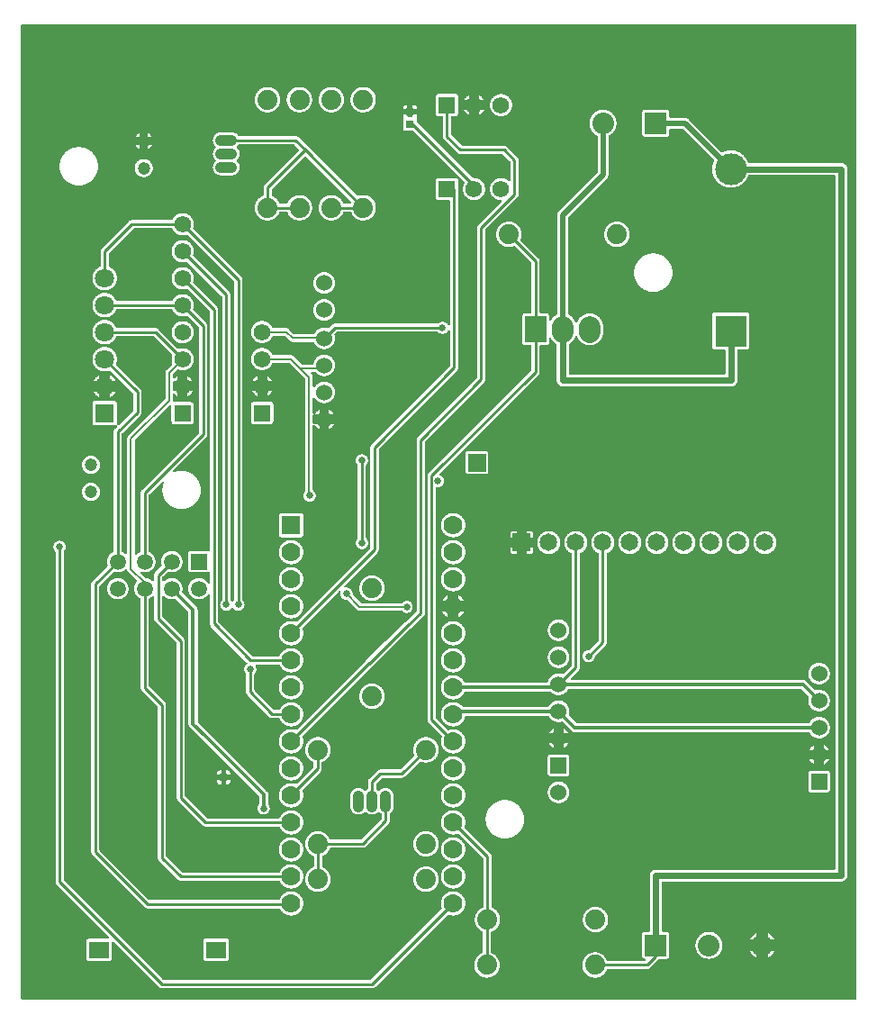
<source format=gtl>
G04 Layer: TopLayer*
G04 EasyEDA v6.2.46, 2019-12-30T00:29:30+05:30*
G04 ef53065936be4c9b9f598b0f68a09c93,6145028fc9404f35aebdec50a9af1db0,10*
G04 Gerber Generator version 0.2*
G04 Scale: 100 percent, Rotated: No, Reflected: No *
G04 Dimensions in millimeters *
G04 leading zeros omitted , absolute positions ,3 integer and 3 decimal *
%FSLAX33Y33*%
%MOMM*%
G90*
G71D02*

%ADD10C,0.254000*%
%ADD11C,0.200000*%
%ADD12C,0.250012*%
%ADD13C,0.499999*%
%ADD14C,0.599999*%
%ADD15C,0.354000*%
%ADD16C,0.635000*%
%ADD17C,0.639978*%
%ADD18R,0.799998X0.799998*%
%ADD19R,1.778000X1.778000*%
%ADD20C,1.778000*%
%ADD21R,1.651000X1.651000*%
%ADD22C,1.651000*%
%ADD23C,1.524000*%
%ADD24R,1.574800X1.574800*%
%ADD25C,1.574800*%
%ADD26C,1.879600*%
%ADD28R,2.032000X2.032000*%
%ADD29C,2.032000*%
%ADD30R,2.999994X2.999994*%
%ADD31C,2.999994*%
%ADD32R,1.498600X1.498600*%
%ADD33C,1.498600*%
%ADD34C,1.193800*%
%ADD35R,1.524000X1.524000*%
%ADD36C,1.799996*%
%ADD37R,1.799996X1.799996*%
%ADD38R,0.699999X0.799998*%
%ADD39R,1.899996X1.599997*%
%ADD40C,1.999996*%
%ADD41C,0.999998*%

%LPD*%
G36*
G01X78493Y91666D02*
G01X104Y91666D01*
G01X89Y91665D01*
G01X75Y91661D01*
G01X61Y91656D01*
G01X49Y91649D01*
G01X37Y91641D01*
G01X27Y91630D01*
G01X18Y91619D01*
G01X11Y91606D01*
G01X6Y91593D01*
G01X3Y91578D01*
G01X2Y91564D01*
G01X2Y114D01*
G01X3Y99D01*
G01X6Y85D01*
G01X11Y72D01*
G01X18Y59D01*
G01X27Y47D01*
G01X37Y37D01*
G01X49Y28D01*
G01X61Y21D01*
G01X75Y16D01*
G01X89Y13D01*
G01X104Y12D01*
G01X1169Y12D01*
G01X1183Y7D01*
G01X1199Y3D01*
G01X1215Y2D01*
G01X78493Y2D01*
G01X78508Y3D01*
G01X78522Y6D01*
G01X78535Y11D01*
G01X78548Y18D01*
G01X78560Y27D01*
G01X78570Y37D01*
G01X78579Y49D01*
G01X78586Y61D01*
G01X78591Y75D01*
G01X78594Y89D01*
G01X78595Y104D01*
G01X78595Y91564D01*
G01X78594Y91578D01*
G01X78591Y91593D01*
G01X78586Y91606D01*
G01X78579Y91619D01*
G01X78570Y91630D01*
G01X78560Y91641D01*
G01X78548Y91649D01*
G01X78535Y91656D01*
G01X78522Y91661D01*
G01X78508Y91665D01*
G01X78493Y91666D01*
G37*

%LPC*%
G36*
G01X60724Y83672D02*
G01X58692Y83672D01*
G01X58668Y83670D01*
G01X58644Y83667D01*
G01X58621Y83662D01*
G01X58599Y83654D01*
G01X58577Y83645D01*
G01X58556Y83633D01*
G01X58537Y83620D01*
G01X58519Y83605D01*
G01X58502Y83588D01*
G01X58487Y83570D01*
G01X58473Y83550D01*
G01X58462Y83529D01*
G01X58452Y83508D01*
G01X58445Y83485D01*
G01X58439Y83462D01*
G01X58436Y83439D01*
G01X58435Y83415D01*
G01X58435Y81383D01*
G01X58436Y81359D01*
G01X58439Y81336D01*
G01X58445Y81313D01*
G01X58452Y81290D01*
G01X58462Y81269D01*
G01X58473Y81248D01*
G01X58487Y81228D01*
G01X58502Y81210D01*
G01X58519Y81193D01*
G01X58537Y81178D01*
G01X58556Y81165D01*
G01X58577Y81153D01*
G01X58599Y81144D01*
G01X58621Y81136D01*
G01X58644Y81131D01*
G01X58668Y81128D01*
G01X58692Y81126D01*
G01X60724Y81126D01*
G01X60747Y81128D01*
G01X60771Y81131D01*
G01X60794Y81136D01*
G01X60816Y81144D01*
G01X60838Y81153D01*
G01X60859Y81165D01*
G01X60878Y81178D01*
G01X60896Y81193D01*
G01X60913Y81210D01*
G01X60928Y81228D01*
G01X60942Y81248D01*
G01X60953Y81269D01*
G01X60963Y81290D01*
G01X60970Y81313D01*
G01X60976Y81336D01*
G01X60979Y81359D01*
G01X60980Y81383D01*
G01X60980Y81791D01*
G01X60981Y81805D01*
G01X60984Y81819D01*
G01X60989Y81833D01*
G01X60996Y81846D01*
G01X61005Y81857D01*
G01X61015Y81868D01*
G01X61027Y81876D01*
G01X61039Y81883D01*
G01X61053Y81888D01*
G01X61067Y81891D01*
G01X61082Y81892D01*
G01X62196Y81892D01*
G01X62212Y81891D01*
G01X62228Y81887D01*
G01X62243Y81881D01*
G01X62256Y81873D01*
G01X62268Y81863D01*
G01X65149Y78982D01*
G01X65159Y78970D01*
G01X65167Y78957D01*
G01X65173Y78942D01*
G01X65177Y78926D01*
G01X65178Y78910D01*
G01X65177Y78895D01*
G01X65174Y78880D01*
G01X65168Y78866D01*
G01X65143Y78811D01*
G01X65119Y78754D01*
G01X65097Y78697D01*
G01X65077Y78640D01*
G01X65059Y78581D01*
G01X65044Y78522D01*
G01X65030Y78463D01*
G01X65018Y78403D01*
G01X65009Y78342D01*
G01X65001Y78282D01*
G01X64996Y78221D01*
G01X64993Y78160D01*
G01X64992Y78099D01*
G01X64993Y78039D01*
G01X64996Y77979D01*
G01X65001Y77919D01*
G01X65008Y77860D01*
G01X65017Y77800D01*
G01X65029Y77742D01*
G01X65042Y77683D01*
G01X65057Y77625D01*
G01X65074Y77568D01*
G01X65093Y77511D01*
G01X65114Y77455D01*
G01X65137Y77399D01*
G01X65162Y77345D01*
G01X65189Y77291D01*
G01X65217Y77238D01*
G01X65248Y77186D01*
G01X65280Y77136D01*
G01X65313Y77086D01*
G01X65349Y77038D01*
G01X65386Y76990D01*
G01X65424Y76945D01*
G01X65465Y76900D01*
G01X65506Y76857D01*
G01X65549Y76815D01*
G01X65594Y76775D01*
G01X65640Y76736D01*
G01X65687Y76699D01*
G01X65735Y76664D01*
G01X65785Y76630D01*
G01X65836Y76598D01*
G01X65888Y76568D01*
G01X65940Y76539D01*
G01X65994Y76513D01*
G01X66049Y76488D01*
G01X66104Y76465D01*
G01X66160Y76444D01*
G01X66217Y76425D01*
G01X66275Y76408D01*
G01X66333Y76392D01*
G01X66391Y76379D01*
G01X66450Y76368D01*
G01X66509Y76359D01*
G01X66569Y76352D01*
G01X66629Y76346D01*
G01X66688Y76343D01*
G01X66748Y76342D01*
G01X66809Y76343D01*
G01X66870Y76347D01*
G01X66930Y76352D01*
G01X66990Y76359D01*
G01X67050Y76369D01*
G01X67110Y76380D01*
G01X67169Y76393D01*
G01X67228Y76409D01*
G01X67286Y76427D01*
G01X67343Y76446D01*
G01X67400Y76468D01*
G01X67456Y76491D01*
G01X67511Y76517D01*
G01X67565Y76544D01*
G01X67618Y76573D01*
G01X67671Y76604D01*
G01X67722Y76637D01*
G01X67772Y76671D01*
G01X67820Y76707D01*
G01X67868Y76745D01*
G01X67914Y76785D01*
G01X67958Y76826D01*
G01X68002Y76868D01*
G01X68043Y76912D01*
G01X68084Y76958D01*
G01X68122Y77004D01*
G01X68159Y77053D01*
G01X68195Y77102D01*
G01X68228Y77152D01*
G01X68260Y77204D01*
G01X68290Y77257D01*
G01X68318Y77311D01*
G01X68344Y77365D01*
G01X68369Y77421D01*
G01X68391Y77477D01*
G01X68398Y77491D01*
G01X68406Y77504D01*
G01X68417Y77515D01*
G01X68429Y77525D01*
G01X68442Y77533D01*
G01X68456Y77538D01*
G01X68471Y77542D01*
G01X68486Y77543D01*
G01X76491Y77543D01*
G01X76506Y77542D01*
G01X76520Y77539D01*
G01X76534Y77534D01*
G01X76546Y77527D01*
G01X76558Y77518D01*
G01X76568Y77508D01*
G01X76577Y77496D01*
G01X76584Y77483D01*
G01X76589Y77470D01*
G01X76592Y77456D01*
G01X76593Y77441D01*
G01X76593Y12329D01*
G01X76592Y12314D01*
G01X76589Y12300D01*
G01X76584Y12287D01*
G01X76577Y12274D01*
G01X76568Y12262D01*
G01X76558Y12252D01*
G01X76546Y12243D01*
G01X76534Y12237D01*
G01X76520Y12231D01*
G01X76506Y12228D01*
G01X76491Y12227D01*
G01X59695Y12227D01*
G01X59661Y12226D01*
G01X59627Y12223D01*
G01X59594Y12218D01*
G01X59561Y12211D01*
G01X59529Y12202D01*
G01X59497Y12191D01*
G01X59466Y12178D01*
G01X59436Y12164D01*
G01X59407Y12147D01*
G01X59378Y12129D01*
G01X59351Y12109D01*
G01X59326Y12087D01*
G01X59301Y12064D01*
G01X59278Y12040D01*
G01X59256Y12014D01*
G01X59237Y11987D01*
G01X59218Y11959D01*
G01X59202Y11929D01*
G01X59187Y11899D01*
G01X59174Y11868D01*
G01X59163Y11836D01*
G01X59154Y11804D01*
G01X59147Y11771D01*
G01X59142Y11738D01*
G01X59139Y11704D01*
G01X59138Y11671D01*
G01X59138Y6489D01*
G01X59137Y6475D01*
G01X59134Y6461D01*
G01X59129Y6447D01*
G01X59122Y6434D01*
G01X59113Y6423D01*
G01X59103Y6412D01*
G01X59091Y6404D01*
G01X59079Y6397D01*
G01X59065Y6392D01*
G01X59051Y6389D01*
G01X59036Y6388D01*
G01X58679Y6388D01*
G01X58655Y6387D01*
G01X58631Y6383D01*
G01X58608Y6378D01*
G01X58586Y6370D01*
G01X58564Y6361D01*
G01X58544Y6349D01*
G01X58524Y6336D01*
G01X58506Y6321D01*
G01X58489Y6304D01*
G01X58474Y6286D01*
G01X58460Y6266D01*
G01X58449Y6245D01*
G01X58439Y6224D01*
G01X58432Y6201D01*
G01X58426Y6178D01*
G01X58423Y6155D01*
G01X58422Y6131D01*
G01X58422Y4099D01*
G01X58423Y4076D01*
G01X58426Y4053D01*
G01X58431Y4031D01*
G01X58438Y4009D01*
G01X58447Y3988D01*
G01X58458Y3968D01*
G01X58471Y3948D01*
G01X58485Y3930D01*
G01X58501Y3914D01*
G01X58518Y3899D01*
G01X58537Y3885D01*
G01X58557Y3873D01*
G01X58578Y3863D01*
G01X58599Y3855D01*
G01X58621Y3849D01*
G01X58644Y3845D01*
G01X58658Y3842D01*
G01X58672Y3837D01*
G01X58685Y3830D01*
G01X58696Y3821D01*
G01X58707Y3811D01*
G01X58715Y3799D01*
G01X58722Y3787D01*
G01X58728Y3773D01*
G01X58731Y3759D01*
G01X58732Y3744D01*
G01X58731Y3730D01*
G01X58728Y3716D01*
G01X58722Y3702D01*
G01X58716Y3689D01*
G01X58707Y3678D01*
G01X58697Y3667D01*
G01X58685Y3659D01*
G01X58672Y3652D01*
G01X58659Y3647D01*
G01X58645Y3644D01*
G01X58630Y3643D01*
G01X55182Y3643D01*
G01X55167Y3644D01*
G01X55152Y3647D01*
G01X55138Y3653D01*
G01X55125Y3660D01*
G01X55113Y3669D01*
G01X55103Y3680D01*
G01X55095Y3693D01*
G01X55088Y3706D01*
G01X55068Y3753D01*
G01X55046Y3799D01*
G01X55022Y3843D01*
G01X54996Y3887D01*
G01X54969Y3930D01*
G01X54940Y3971D01*
G01X54909Y4011D01*
G01X54876Y4050D01*
G01X54841Y4087D01*
G01X54806Y4123D01*
G01X54768Y4158D01*
G01X54729Y4190D01*
G01X54689Y4221D01*
G01X54648Y4251D01*
G01X54605Y4278D01*
G01X54561Y4304D01*
G01X54516Y4328D01*
G01X54471Y4349D01*
G01X54424Y4369D01*
G01X54377Y4387D01*
G01X54328Y4403D01*
G01X54280Y4417D01*
G01X54230Y4429D01*
G01X54180Y4438D01*
G01X54130Y4446D01*
G01X54080Y4451D01*
G01X54029Y4454D01*
G01X53978Y4455D01*
G01X53929Y4454D01*
G01X53880Y4451D01*
G01X53830Y4446D01*
G01X53781Y4439D01*
G01X53733Y4430D01*
G01X53685Y4419D01*
G01X53637Y4406D01*
G01X53590Y4391D01*
G01X53543Y4374D01*
G01X53498Y4355D01*
G01X53453Y4334D01*
G01X53409Y4311D01*
G01X53366Y4287D01*
G01X53324Y4261D01*
G01X53283Y4233D01*
G01X53244Y4203D01*
G01X53205Y4172D01*
G01X53168Y4139D01*
G01X53132Y4105D01*
G01X53098Y4069D01*
G01X53065Y4032D01*
G01X53034Y3994D01*
G01X53005Y3954D01*
G01X52977Y3913D01*
G01X52951Y3871D01*
G01X52926Y3828D01*
G01X52904Y3785D01*
G01X52883Y3740D01*
G01X52864Y3694D01*
G01X52847Y3648D01*
G01X52832Y3600D01*
G01X52819Y3553D01*
G01X52807Y3505D01*
G01X52798Y3456D01*
G01X52791Y3407D01*
G01X52786Y3358D01*
G01X52783Y3309D01*
G01X52782Y3259D01*
G01X52783Y3210D01*
G01X52786Y3160D01*
G01X52791Y3111D01*
G01X52798Y3062D01*
G01X52807Y3014D01*
G01X52819Y2965D01*
G01X52832Y2918D01*
G01X52847Y2871D01*
G01X52864Y2824D01*
G01X52883Y2779D01*
G01X52904Y2734D01*
G01X52926Y2690D01*
G01X52951Y2647D01*
G01X52977Y2605D01*
G01X53005Y2564D01*
G01X53034Y2524D01*
G01X53065Y2486D01*
G01X53098Y2449D01*
G01X53132Y2413D01*
G01X53168Y2379D01*
G01X53205Y2346D01*
G01X53244Y2315D01*
G01X53283Y2285D01*
G01X53324Y2258D01*
G01X53366Y2231D01*
G01X53409Y2207D01*
G01X53453Y2184D01*
G01X53498Y2164D01*
G01X53543Y2145D01*
G01X53590Y2128D01*
G01X53637Y2112D01*
G01X53685Y2099D01*
G01X53733Y2088D01*
G01X53781Y2079D01*
G01X53830Y2072D01*
G01X53880Y2067D01*
G01X53929Y2064D01*
G01X53978Y2063D01*
G01X54029Y2064D01*
G01X54080Y2067D01*
G01X54130Y2072D01*
G01X54180Y2080D01*
G01X54230Y2090D01*
G01X54280Y2101D01*
G01X54328Y2115D01*
G01X54377Y2131D01*
G01X54424Y2149D01*
G01X54471Y2169D01*
G01X54516Y2191D01*
G01X54561Y2214D01*
G01X54605Y2240D01*
G01X54648Y2268D01*
G01X54689Y2297D01*
G01X54729Y2328D01*
G01X54768Y2361D01*
G01X54806Y2395D01*
G01X54841Y2431D01*
G01X54876Y2468D01*
G01X54909Y2507D01*
G01X54940Y2547D01*
G01X54969Y2588D01*
G01X54996Y2631D01*
G01X55022Y2675D01*
G01X55046Y2720D01*
G01X55068Y2765D01*
G01X55088Y2812D01*
G01X55095Y2825D01*
G01X55103Y2838D01*
G01X55113Y2849D01*
G01X55125Y2858D01*
G01X55138Y2866D01*
G01X55152Y2871D01*
G01X55167Y2874D01*
G01X55182Y2876D01*
G01X58905Y2876D01*
G01X58935Y2877D01*
G01X58965Y2880D01*
G01X58995Y2886D01*
G01X59024Y2894D01*
G01X59052Y2905D01*
G01X59079Y2917D01*
G01X59106Y2932D01*
G01X59131Y2949D01*
G01X59154Y2967D01*
G01X59177Y2988D01*
G01X59966Y3777D01*
G01X59991Y3805D01*
G01X60002Y3816D01*
G01X60013Y3825D01*
G01X60026Y3833D01*
G01X60040Y3838D01*
G01X60055Y3841D01*
G01X60070Y3843D01*
G01X60711Y3843D01*
G01X60734Y3844D01*
G01X60758Y3847D01*
G01X60781Y3852D01*
G01X60803Y3860D01*
G01X60825Y3869D01*
G01X60846Y3881D01*
G01X60865Y3894D01*
G01X60883Y3909D01*
G01X60900Y3926D01*
G01X60915Y3944D01*
G01X60929Y3964D01*
G01X60940Y3985D01*
G01X60950Y4006D01*
G01X60957Y4029D01*
G01X60963Y4052D01*
G01X60966Y4075D01*
G01X60967Y4099D01*
G01X60967Y6131D01*
G01X60966Y6155D01*
G01X60963Y6178D01*
G01X60957Y6201D01*
G01X60950Y6224D01*
G01X60940Y6245D01*
G01X60929Y6266D01*
G01X60915Y6286D01*
G01X60900Y6304D01*
G01X60883Y6321D01*
G01X60865Y6336D01*
G01X60846Y6349D01*
G01X60825Y6361D01*
G01X60803Y6370D01*
G01X60781Y6378D01*
G01X60758Y6383D01*
G01X60734Y6387D01*
G01X60711Y6388D01*
G01X60353Y6388D01*
G01X60338Y6389D01*
G01X60324Y6392D01*
G01X60311Y6397D01*
G01X60298Y6404D01*
G01X60286Y6412D01*
G01X60276Y6423D01*
G01X60267Y6434D01*
G01X60260Y6447D01*
G01X60255Y6461D01*
G01X60252Y6475D01*
G01X60251Y6489D01*
G01X60251Y11013D01*
G01X60252Y11027D01*
G01X60255Y11041D01*
G01X60260Y11055D01*
G01X60267Y11068D01*
G01X60276Y11079D01*
G01X60286Y11089D01*
G01X60298Y11098D01*
G01X60311Y11105D01*
G01X60324Y11110D01*
G01X60338Y11113D01*
G01X60353Y11114D01*
G01X77149Y11114D01*
G01X77183Y11115D01*
G01X77217Y11118D01*
G01X77250Y11123D01*
G01X77283Y11130D01*
G01X77315Y11139D01*
G01X77347Y11150D01*
G01X77378Y11163D01*
G01X77408Y11178D01*
G01X77437Y11195D01*
G01X77466Y11213D01*
G01X77493Y11233D01*
G01X77519Y11254D01*
G01X77543Y11277D01*
G01X77566Y11302D01*
G01X77588Y11328D01*
G01X77607Y11355D01*
G01X77626Y11383D01*
G01X77642Y11412D01*
G01X77657Y11442D01*
G01X77670Y11473D01*
G01X77681Y11505D01*
G01X77690Y11538D01*
G01X77697Y11570D01*
G01X77702Y11604D01*
G01X77705Y11637D01*
G01X77706Y11671D01*
G01X77706Y78099D01*
G01X77705Y78133D01*
G01X77702Y78167D01*
G01X77697Y78200D01*
G01X77690Y78233D01*
G01X77681Y78265D01*
G01X77670Y78297D01*
G01X77657Y78328D01*
G01X77642Y78358D01*
G01X77626Y78387D01*
G01X77607Y78416D01*
G01X77588Y78443D01*
G01X77566Y78468D01*
G01X77543Y78493D01*
G01X77519Y78516D01*
G01X77493Y78538D01*
G01X77466Y78557D01*
G01X77437Y78576D01*
G01X77408Y78592D01*
G01X77378Y78607D01*
G01X77347Y78620D01*
G01X77315Y78631D01*
G01X77283Y78640D01*
G01X77250Y78647D01*
G01X77217Y78652D01*
G01X77183Y78655D01*
G01X77149Y78656D01*
G01X68486Y78656D01*
G01X68471Y78657D01*
G01X68456Y78661D01*
G01X68441Y78666D01*
G01X68428Y78674D01*
G01X68416Y78684D01*
G01X68406Y78695D01*
G01X68397Y78708D01*
G01X68391Y78722D01*
G01X68368Y78778D01*
G01X68344Y78833D01*
G01X68318Y78888D01*
G01X68290Y78942D01*
G01X68260Y78994D01*
G01X68228Y79046D01*
G01X68194Y79097D01*
G01X68159Y79146D01*
G01X68122Y79194D01*
G01X68083Y79241D01*
G01X68043Y79286D01*
G01X68001Y79330D01*
G01X67958Y79373D01*
G01X67913Y79414D01*
G01X67867Y79453D01*
G01X67820Y79491D01*
G01X67771Y79527D01*
G01X67721Y79561D01*
G01X67670Y79594D01*
G01X67618Y79625D01*
G01X67565Y79654D01*
G01X67511Y79681D01*
G01X67456Y79707D01*
G01X67400Y79730D01*
G01X67343Y79752D01*
G01X67286Y79771D01*
G01X67227Y79789D01*
G01X67169Y79804D01*
G01X67110Y79818D01*
G01X67050Y79829D01*
G01X66990Y79839D01*
G01X66930Y79846D01*
G01X66870Y79851D01*
G01X66809Y79854D01*
G01X66748Y79855D01*
G01X66687Y79854D01*
G01X66626Y79851D01*
G01X66566Y79846D01*
G01X66505Y79838D01*
G01X66445Y79829D01*
G01X66385Y79817D01*
G01X66325Y79804D01*
G01X66266Y79788D01*
G01X66208Y79770D01*
G01X66150Y79750D01*
G01X66093Y79729D01*
G01X66037Y79705D01*
G01X65981Y79679D01*
G01X65967Y79673D01*
G01X65952Y79670D01*
G01X65937Y79669D01*
G01X65921Y79670D01*
G01X65905Y79674D01*
G01X65891Y79680D01*
G01X65877Y79688D01*
G01X65865Y79699D01*
G01X62807Y82757D01*
G01X62782Y82780D01*
G01X62757Y82801D01*
G01X62730Y82820D01*
G01X62702Y82838D01*
G01X62672Y82853D01*
G01X62642Y82867D01*
G01X62611Y82879D01*
G01X62579Y82888D01*
G01X62547Y82896D01*
G01X62514Y82901D01*
G01X62481Y82904D01*
G01X62448Y82906D01*
G01X61082Y82906D01*
G01X61067Y82907D01*
G01X61053Y82910D01*
G01X61039Y82915D01*
G01X61027Y82922D01*
G01X61015Y82930D01*
G01X61005Y82941D01*
G01X60996Y82952D01*
G01X60989Y82965D01*
G01X60984Y82978D01*
G01X60981Y82993D01*
G01X60980Y83007D01*
G01X60980Y83415D01*
G01X60979Y83439D01*
G01X60976Y83462D01*
G01X60970Y83485D01*
G01X60963Y83508D01*
G01X60953Y83529D01*
G01X60942Y83550D01*
G01X60928Y83570D01*
G01X60913Y83588D01*
G01X60896Y83605D01*
G01X60878Y83620D01*
G01X60859Y83633D01*
G01X60838Y83645D01*
G01X60816Y83654D01*
G01X60794Y83662D01*
G01X60771Y83667D01*
G01X60747Y83670D01*
G01X60724Y83672D01*
G37*
G36*
G01X54780Y83670D02*
G01X54729Y83671D01*
G01X54678Y83670D01*
G01X54627Y83667D01*
G01X54576Y83662D01*
G01X54525Y83655D01*
G01X54475Y83646D01*
G01X54425Y83634D01*
G01X54375Y83621D01*
G01X54326Y83606D01*
G01X54278Y83589D01*
G01X54230Y83570D01*
G01X54184Y83549D01*
G01X54138Y83526D01*
G01X54093Y83501D01*
G01X54049Y83474D01*
G01X54006Y83446D01*
G01X53965Y83416D01*
G01X53924Y83385D01*
G01X53885Y83351D01*
G01X53848Y83317D01*
G01X53811Y83280D01*
G01X53777Y83243D01*
G01X53743Y83204D01*
G01X53712Y83163D01*
G01X53682Y83122D01*
G01X53654Y83079D01*
G01X53627Y83035D01*
G01X53602Y82990D01*
G01X53579Y82944D01*
G01X53558Y82898D01*
G01X53539Y82850D01*
G01X53522Y82802D01*
G01X53507Y82753D01*
G01X53494Y82703D01*
G01X53482Y82653D01*
G01X53473Y82603D01*
G01X53466Y82552D01*
G01X53461Y82501D01*
G01X53458Y82450D01*
G01X53457Y82399D01*
G01X53458Y82346D01*
G01X53461Y82294D01*
G01X53466Y82242D01*
G01X53474Y82190D01*
G01X53484Y82139D01*
G01X53495Y82087D01*
G01X53509Y82037D01*
G01X53525Y81987D01*
G01X53543Y81938D01*
G01X53563Y81889D01*
G01X53585Y81842D01*
G01X53609Y81795D01*
G01X53635Y81749D01*
G01X53663Y81705D01*
G01X53692Y81661D01*
G01X53723Y81619D01*
G01X53756Y81579D01*
G01X53791Y81539D01*
G01X53827Y81501D01*
G01X53865Y81465D01*
G01X53904Y81430D01*
G01X53945Y81397D01*
G01X53987Y81365D01*
G01X54030Y81336D01*
G01X54074Y81308D01*
G01X54120Y81282D01*
G01X54166Y81258D01*
G01X54180Y81249D01*
G01X54192Y81239D01*
G01X54203Y81227D01*
G01X54212Y81213D01*
G01X54218Y81198D01*
G01X54222Y81183D01*
G01X54223Y81167D01*
G01X54223Y77791D01*
G01X54222Y77775D01*
G01X54218Y77760D01*
G01X54212Y77745D01*
G01X54203Y77732D01*
G01X54193Y77720D01*
G01X50591Y74118D01*
G01X50547Y74068D01*
G01X50528Y74041D01*
G01X50511Y74013D01*
G01X50495Y73983D01*
G01X50481Y73953D01*
G01X50470Y73922D01*
G01X50460Y73891D01*
G01X50453Y73858D01*
G01X50447Y73826D01*
G01X50444Y73793D01*
G01X50443Y73759D01*
G01X50443Y64484D01*
G01X50442Y64468D01*
G01X50438Y64452D01*
G01X50432Y64437D01*
G01X50423Y64424D01*
G01X50413Y64412D01*
G01X50400Y64401D01*
G01X50387Y64393D01*
G01X50340Y64368D01*
G01X50294Y64342D01*
G01X50249Y64313D01*
G01X50206Y64283D01*
G01X50164Y64250D01*
G01X50123Y64216D01*
G01X50084Y64181D01*
G01X50047Y64143D01*
G01X50011Y64105D01*
G01X49976Y64064D01*
G01X49944Y64023D01*
G01X49913Y63980D01*
G01X49884Y63935D01*
G01X49857Y63890D01*
G01X49848Y63877D01*
G01X49838Y63866D01*
G01X49826Y63856D01*
G01X49813Y63849D01*
G01X49798Y63843D01*
G01X49784Y63840D01*
G01X49768Y63838D01*
G01X49754Y63839D01*
G01X49740Y63842D01*
G01X49726Y63848D01*
G01X49713Y63854D01*
G01X49702Y63863D01*
G01X49692Y63873D01*
G01X49683Y63885D01*
G01X49676Y63898D01*
G01X49671Y63911D01*
G01X49668Y63925D01*
G01X49667Y63940D01*
G01X49667Y64269D01*
G01X49666Y64293D01*
G01X49662Y64316D01*
G01X49657Y64339D01*
G01X49649Y64362D01*
G01X49640Y64384D01*
G01X49628Y64404D01*
G01X49615Y64424D01*
G01X49600Y64442D01*
G01X49583Y64459D01*
G01X49565Y64474D01*
G01X49545Y64487D01*
G01X49524Y64499D01*
G01X49503Y64508D01*
G01X49480Y64516D01*
G01X49457Y64521D01*
G01X49434Y64525D01*
G01X49410Y64526D01*
G01X48895Y64526D01*
G01X48880Y64527D01*
G01X48866Y64530D01*
G01X48852Y64535D01*
G01X48840Y64542D01*
G01X48828Y64551D01*
G01X48818Y64561D01*
G01X48809Y64572D01*
G01X48802Y64585D01*
G01X48797Y64599D01*
G01X48794Y64613D01*
G01X48793Y64627D01*
G01X48793Y69428D01*
G01X48792Y69458D01*
G01X48788Y69488D01*
G01X48782Y69518D01*
G01X48774Y69547D01*
G01X48764Y69575D01*
G01X48751Y69602D01*
G01X48736Y69628D01*
G01X48720Y69653D01*
G01X48701Y69677D01*
G01X48681Y69699D01*
G01X47011Y71369D01*
G01X47000Y71381D01*
G01X46992Y71395D01*
G01X46986Y71409D01*
G01X46982Y71425D01*
G01X46981Y71441D01*
G01X46983Y71461D01*
G01X46989Y71481D01*
G01X47009Y71530D01*
G01X47027Y71581D01*
G01X47042Y71632D01*
G01X47055Y71684D01*
G01X47066Y71736D01*
G01X47074Y71789D01*
G01X47080Y71842D01*
G01X47084Y71896D01*
G01X47085Y71949D01*
G01X47084Y71999D01*
G01X47081Y72048D01*
G01X47076Y72097D01*
G01X47068Y72146D01*
G01X47059Y72195D01*
G01X47048Y72243D01*
G01X47035Y72290D01*
G01X47020Y72338D01*
G01X47003Y72384D01*
G01X46984Y72430D01*
G01X46963Y72474D01*
G01X46941Y72518D01*
G01X46916Y72561D01*
G01X46890Y72603D01*
G01X46862Y72644D01*
G01X46832Y72684D01*
G01X46801Y72722D01*
G01X46769Y72759D01*
G01X46734Y72795D01*
G01X46699Y72829D01*
G01X46662Y72862D01*
G01X46623Y72893D01*
G01X46584Y72923D01*
G01X46543Y72951D01*
G01X46501Y72977D01*
G01X46458Y73001D01*
G01X46414Y73024D01*
G01X46369Y73045D01*
G01X46323Y73064D01*
G01X46277Y73081D01*
G01X46230Y73096D01*
G01X46182Y73109D01*
G01X46134Y73120D01*
G01X46085Y73129D01*
G01X46036Y73136D01*
G01X45987Y73141D01*
G01X45938Y73144D01*
G01X45888Y73145D01*
G01X45839Y73144D01*
G01X45790Y73141D01*
G01X45740Y73136D01*
G01X45691Y73129D01*
G01X45643Y73120D01*
G01X45595Y73109D01*
G01X45547Y73096D01*
G01X45500Y73081D01*
G01X45454Y73064D01*
G01X45408Y73045D01*
G01X45363Y73024D01*
G01X45319Y73001D01*
G01X45276Y72977D01*
G01X45234Y72951D01*
G01X45193Y72923D01*
G01X45154Y72893D01*
G01X45115Y72862D01*
G01X45078Y72829D01*
G01X45042Y72795D01*
G01X45008Y72759D01*
G01X44976Y72722D01*
G01X44944Y72684D01*
G01X44915Y72644D01*
G01X44887Y72603D01*
G01X44861Y72561D01*
G01X44836Y72518D01*
G01X44814Y72474D01*
G01X44793Y72430D01*
G01X44774Y72384D01*
G01X44757Y72338D01*
G01X44742Y72290D01*
G01X44729Y72243D01*
G01X44718Y72195D01*
G01X44708Y72146D01*
G01X44701Y72097D01*
G01X44696Y72048D01*
G01X44693Y71999D01*
G01X44692Y71949D01*
G01X44693Y71900D01*
G01X44696Y71850D01*
G01X44701Y71801D01*
G01X44708Y71752D01*
G01X44718Y71704D01*
G01X44729Y71655D01*
G01X44742Y71608D01*
G01X44757Y71561D01*
G01X44774Y71514D01*
G01X44793Y71468D01*
G01X44814Y71424D01*
G01X44836Y71380D01*
G01X44861Y71337D01*
G01X44887Y71295D01*
G01X44915Y71254D01*
G01X44944Y71214D01*
G01X44976Y71176D01*
G01X45008Y71139D01*
G01X45042Y71103D01*
G01X45078Y71069D01*
G01X45115Y71036D01*
G01X45154Y71005D01*
G01X45193Y70975D01*
G01X45234Y70948D01*
G01X45276Y70921D01*
G01X45319Y70897D01*
G01X45363Y70874D01*
G01X45408Y70853D01*
G01X45454Y70835D01*
G01X45500Y70818D01*
G01X45547Y70802D01*
G01X45595Y70789D01*
G01X45643Y70778D01*
G01X45691Y70769D01*
G01X45740Y70762D01*
G01X45790Y70757D01*
G01X45839Y70754D01*
G01X45888Y70753D01*
G01X45942Y70754D01*
G01X45995Y70758D01*
G01X46048Y70763D01*
G01X46101Y70772D01*
G01X46154Y70782D01*
G01X46205Y70795D01*
G01X46257Y70811D01*
G01X46307Y70828D01*
G01X46357Y70848D01*
G01X46376Y70854D01*
G01X46397Y70856D01*
G01X46412Y70855D01*
G01X46428Y70851D01*
G01X46443Y70845D01*
G01X46456Y70837D01*
G01X46468Y70827D01*
G01X47996Y69299D01*
G01X48006Y69287D01*
G01X48015Y69273D01*
G01X48021Y69258D01*
G01X48025Y69243D01*
G01X48026Y69227D01*
G01X48026Y64627D01*
G01X48025Y64613D01*
G01X48022Y64599D01*
G01X48017Y64585D01*
G01X48010Y64572D01*
G01X48001Y64561D01*
G01X47991Y64551D01*
G01X47979Y64542D01*
G01X47966Y64535D01*
G01X47953Y64530D01*
G01X47939Y64527D01*
G01X47924Y64526D01*
G01X47409Y64526D01*
G01X47385Y64525D01*
G01X47361Y64521D01*
G01X47338Y64516D01*
G01X47316Y64508D01*
G01X47294Y64499D01*
G01X47274Y64487D01*
G01X47254Y64474D01*
G01X47236Y64459D01*
G01X47219Y64442D01*
G01X47204Y64424D01*
G01X47191Y64404D01*
G01X47179Y64384D01*
G01X47169Y64362D01*
G01X47162Y64339D01*
G01X47156Y64316D01*
G01X47153Y64293D01*
G01X47152Y64269D01*
G01X47152Y61770D01*
G01X47153Y61746D01*
G01X47156Y61723D01*
G01X47162Y61700D01*
G01X47169Y61677D01*
G01X47179Y61655D01*
G01X47191Y61635D01*
G01X47204Y61615D01*
G01X47219Y61597D01*
G01X47236Y61580D01*
G01X47254Y61565D01*
G01X47274Y61552D01*
G01X47294Y61540D01*
G01X47316Y61531D01*
G01X47338Y61523D01*
G01X47361Y61518D01*
G01X47385Y61514D01*
G01X47409Y61513D01*
G01X47924Y61513D01*
G01X47939Y61512D01*
G01X47953Y61509D01*
G01X47966Y61504D01*
G01X47979Y61497D01*
G01X47991Y61488D01*
G01X48001Y61478D01*
G01X48010Y61467D01*
G01X48017Y61454D01*
G01X48022Y61440D01*
G01X48025Y61426D01*
G01X48026Y61412D01*
G01X48026Y59230D01*
G01X48025Y59214D01*
G01X48021Y59199D01*
G01X48015Y59184D01*
G01X48006Y59170D01*
G01X47996Y59158D01*
G01X38339Y49501D01*
G01X38318Y49479D01*
G01X38300Y49455D01*
G01X38283Y49430D01*
G01X38268Y49404D01*
G01X38256Y49377D01*
G01X38245Y49348D01*
G01X38237Y49319D01*
G01X38231Y49290D01*
G01X38228Y49260D01*
G01X38227Y49230D01*
G01X38227Y26332D01*
G01X38228Y26302D01*
G01X38231Y26272D01*
G01X38237Y26242D01*
G01X38245Y26213D01*
G01X38256Y26185D01*
G01X38268Y26158D01*
G01X38283Y26131D01*
G01X38300Y26106D01*
G01X38318Y26083D01*
G01X38339Y26061D01*
G01X39565Y24833D01*
G01X39575Y24821D01*
G01X39583Y24807D01*
G01X39590Y24793D01*
G01X39593Y24777D01*
G01X39594Y24761D01*
G01X39593Y24742D01*
G01X39587Y24723D01*
G01X39570Y24677D01*
G01X39554Y24631D01*
G01X39541Y24583D01*
G01X39529Y24536D01*
G01X39520Y24487D01*
G01X39512Y24439D01*
G01X39507Y24390D01*
G01X39504Y24341D01*
G01X39503Y24292D01*
G01X39504Y24243D01*
G01X39507Y24195D01*
G01X39512Y24147D01*
G01X39519Y24098D01*
G01X39529Y24051D01*
G01X39540Y24003D01*
G01X39553Y23957D01*
G01X39568Y23910D01*
G01X39585Y23865D01*
G01X39605Y23820D01*
G01X39626Y23776D01*
G01X39648Y23733D01*
G01X39673Y23691D01*
G01X39699Y23651D01*
G01X39727Y23611D01*
G01X39757Y23572D01*
G01X39788Y23535D01*
G01X39821Y23499D01*
G01X39856Y23465D01*
G01X39892Y23432D01*
G01X39929Y23401D01*
G01X39967Y23371D01*
G01X40007Y23343D01*
G01X40048Y23317D01*
G01X40090Y23292D01*
G01X40133Y23269D01*
G01X40177Y23248D01*
G01X40221Y23229D01*
G01X40267Y23212D01*
G01X40313Y23197D01*
G01X40360Y23183D01*
G01X40407Y23172D01*
G01X40455Y23163D01*
G01X40503Y23156D01*
G01X40551Y23151D01*
G01X40600Y23148D01*
G01X40648Y23147D01*
G01X40697Y23148D01*
G01X40746Y23151D01*
G01X40794Y23156D01*
G01X40842Y23163D01*
G01X40890Y23172D01*
G01X40937Y23183D01*
G01X40984Y23197D01*
G01X41030Y23212D01*
G01X41076Y23229D01*
G01X41120Y23248D01*
G01X41164Y23269D01*
G01X41207Y23292D01*
G01X41249Y23317D01*
G01X41290Y23343D01*
G01X41330Y23371D01*
G01X41368Y23401D01*
G01X41405Y23432D01*
G01X41441Y23465D01*
G01X41475Y23499D01*
G01X41508Y23535D01*
G01X41540Y23572D01*
G01X41569Y23611D01*
G01X41597Y23651D01*
G01X41624Y23691D01*
G01X41648Y23733D01*
G01X41671Y23776D01*
G01X41692Y23820D01*
G01X41711Y23865D01*
G01X41728Y23910D01*
G01X41744Y23957D01*
G01X41757Y24003D01*
G01X41768Y24051D01*
G01X41777Y24098D01*
G01X41785Y24147D01*
G01X41790Y24195D01*
G01X41793Y24243D01*
G01X41794Y24292D01*
G01X41793Y24341D01*
G01X41790Y24389D01*
G01X41785Y24438D01*
G01X41777Y24486D01*
G01X41768Y24533D01*
G01X41757Y24581D01*
G01X41744Y24628D01*
G01X41728Y24674D01*
G01X41711Y24719D01*
G01X41692Y24764D01*
G01X41671Y24808D01*
G01X41648Y24851D01*
G01X41624Y24893D01*
G01X41597Y24934D01*
G01X41569Y24973D01*
G01X41540Y25012D01*
G01X41508Y25049D01*
G01X41475Y25085D01*
G01X41441Y25119D01*
G01X41405Y25152D01*
G01X41368Y25183D01*
G01X41330Y25213D01*
G01X41290Y25241D01*
G01X41249Y25268D01*
G01X41207Y25292D01*
G01X41164Y25315D01*
G01X41120Y25336D01*
G01X41076Y25355D01*
G01X41030Y25372D01*
G01X40984Y25387D01*
G01X40937Y25401D01*
G01X40890Y25412D01*
G01X40842Y25421D01*
G01X40794Y25428D01*
G01X40746Y25433D01*
G01X40697Y25437D01*
G01X40648Y25438D01*
G01X40599Y25437D01*
G01X40550Y25433D01*
G01X40501Y25428D01*
G01X40453Y25421D01*
G01X40405Y25411D01*
G01X40357Y25400D01*
G01X40310Y25386D01*
G01X40263Y25371D01*
G01X40217Y25353D01*
G01X40198Y25348D01*
G01X40179Y25346D01*
G01X40163Y25347D01*
G01X40147Y25351D01*
G01X40133Y25357D01*
G01X40119Y25365D01*
G01X40107Y25376D01*
G01X39023Y26461D01*
G01X39013Y26473D01*
G01X39005Y26486D01*
G01X38999Y26501D01*
G01X38995Y26517D01*
G01X38994Y26532D01*
G01X38994Y48095D01*
G01X38995Y48110D01*
G01X38998Y48124D01*
G01X39003Y48138D01*
G01X39010Y48150D01*
G01X39018Y48162D01*
G01X39029Y48172D01*
G01X39040Y48181D01*
G01X39053Y48188D01*
G01X39067Y48193D01*
G01X39081Y48196D01*
G01X39095Y48197D01*
G01X39114Y48195D01*
G01X39149Y48190D01*
G01X39184Y48187D01*
G01X39219Y48186D01*
G01X39254Y48187D01*
G01X39289Y48190D01*
G01X39323Y48195D01*
G01X39357Y48202D01*
G01X39390Y48212D01*
G01X39423Y48223D01*
G01X39455Y48236D01*
G01X39486Y48251D01*
G01X39516Y48268D01*
G01X39545Y48287D01*
G01X39573Y48308D01*
G01X39600Y48330D01*
G01X39625Y48354D01*
G01X39649Y48379D01*
G01X39671Y48406D01*
G01X39692Y48434D01*
G01X39711Y48463D01*
G01X39728Y48493D01*
G01X39743Y48524D01*
G01X39756Y48556D01*
G01X39767Y48589D01*
G01X39777Y48622D01*
G01X39784Y48656D01*
G01X39789Y48690D01*
G01X39792Y48725D01*
G01X39793Y48760D01*
G01X39792Y48794D01*
G01X39789Y48829D01*
G01X39784Y48863D01*
G01X39777Y48897D01*
G01X39767Y48931D01*
G01X39756Y48963D01*
G01X39743Y48995D01*
G01X39728Y49027D01*
G01X39710Y49057D01*
G01X39692Y49086D01*
G01X39671Y49114D01*
G01X39649Y49141D01*
G01X39625Y49166D01*
G01X39600Y49190D01*
G01X39573Y49212D01*
G01X39545Y49232D01*
G01X39516Y49251D01*
G01X39486Y49268D01*
G01X39454Y49283D01*
G01X39422Y49297D01*
G01X39408Y49303D01*
G01X39396Y49312D01*
G01X39384Y49322D01*
G01X39375Y49334D01*
G01X39367Y49347D01*
G01X39361Y49361D01*
G01X39358Y49376D01*
G01X39356Y49392D01*
G01X39358Y49408D01*
G01X39361Y49423D01*
G01X39368Y49438D01*
G01X39376Y49451D01*
G01X39386Y49464D01*
G01X48681Y58758D01*
G01X48701Y58780D01*
G01X48720Y58804D01*
G01X48736Y58829D01*
G01X48751Y58855D01*
G01X48764Y58882D01*
G01X48774Y58911D01*
G01X48782Y58940D01*
G01X48788Y58969D01*
G01X48792Y58999D01*
G01X48793Y59029D01*
G01X48793Y61412D01*
G01X48794Y61426D01*
G01X48797Y61440D01*
G01X48802Y61454D01*
G01X48809Y61467D01*
G01X48818Y61478D01*
G01X48828Y61488D01*
G01X48840Y61497D01*
G01X48852Y61504D01*
G01X48866Y61509D01*
G01X48880Y61512D01*
G01X48895Y61513D01*
G01X49410Y61513D01*
G01X49434Y61514D01*
G01X49457Y61518D01*
G01X49480Y61523D01*
G01X49503Y61531D01*
G01X49524Y61540D01*
G01X49545Y61552D01*
G01X49565Y61565D01*
G01X49583Y61580D01*
G01X49600Y61597D01*
G01X49615Y61615D01*
G01X49628Y61635D01*
G01X49640Y61655D01*
G01X49649Y61677D01*
G01X49657Y61700D01*
G01X49662Y61723D01*
G01X49666Y61746D01*
G01X49667Y61770D01*
G01X49667Y62099D01*
G01X49668Y62113D01*
G01X49671Y62128D01*
G01X49676Y62141D01*
G01X49683Y62154D01*
G01X49692Y62165D01*
G01X49702Y62176D01*
G01X49713Y62184D01*
G01X49726Y62191D01*
G01X49740Y62196D01*
G01X49754Y62199D01*
G01X49768Y62201D01*
G01X49784Y62199D01*
G01X49798Y62196D01*
G01X49813Y62190D01*
G01X49826Y62183D01*
G01X49838Y62173D01*
G01X49848Y62162D01*
G01X49857Y62149D01*
G01X49884Y62104D01*
G01X49913Y62059D01*
G01X49944Y62016D01*
G01X49976Y61974D01*
G01X50011Y61934D01*
G01X50047Y61895D01*
G01X50085Y61858D01*
G01X50124Y61822D01*
G01X50164Y61788D01*
G01X50207Y61756D01*
G01X50250Y61726D01*
G01X50295Y61697D01*
G01X50340Y61670D01*
G01X50353Y61662D01*
G01X50365Y61651D01*
G01X50375Y61639D01*
G01X50382Y61626D01*
G01X50388Y61612D01*
G01X50392Y61597D01*
G01X50393Y61581D01*
G01X50393Y58210D01*
G01X50394Y58176D01*
G01X50397Y58142D01*
G01X50402Y58109D01*
G01X50409Y58076D01*
G01X50418Y58044D01*
G01X50429Y58012D01*
G01X50442Y57981D01*
G01X50457Y57951D01*
G01X50473Y57922D01*
G01X50491Y57893D01*
G01X50511Y57866D01*
G01X50533Y57840D01*
G01X50556Y57816D01*
G01X50580Y57793D01*
G01X50606Y57771D01*
G01X50633Y57752D01*
G01X50661Y57733D01*
G01X50691Y57717D01*
G01X50721Y57702D01*
G01X50752Y57689D01*
G01X50784Y57678D01*
G01X50816Y57669D01*
G01X50849Y57662D01*
G01X50882Y57657D01*
G01X50916Y57654D01*
G01X50949Y57653D01*
G01X66809Y57653D01*
G01X66843Y57654D01*
G01X66876Y57657D01*
G01X66910Y57662D01*
G01X66943Y57669D01*
G01X66975Y57678D01*
G01X67007Y57689D01*
G01X67038Y57702D01*
G01X67068Y57717D01*
G01X67097Y57733D01*
G01X67126Y57752D01*
G01X67153Y57771D01*
G01X67178Y57793D01*
G01X67203Y57816D01*
G01X67226Y57840D01*
G01X67247Y57866D01*
G01X67267Y57893D01*
G01X67286Y57922D01*
G01X67302Y57951D01*
G01X67317Y57981D01*
G01X67330Y58012D01*
G01X67341Y58044D01*
G01X67350Y58076D01*
G01X67357Y58109D01*
G01X67362Y58142D01*
G01X67365Y58176D01*
G01X67366Y58210D01*
G01X67366Y61001D01*
G01X67367Y61015D01*
G01X67370Y61030D01*
G01X67375Y61043D01*
G01X67382Y61056D01*
G01X67391Y61067D01*
G01X67401Y61078D01*
G01X67413Y61086D01*
G01X67425Y61093D01*
G01X67439Y61098D01*
G01X67453Y61101D01*
G01X67468Y61102D01*
G01X68248Y61102D01*
G01X68272Y61104D01*
G01X68295Y61107D01*
G01X68319Y61112D01*
G01X68341Y61120D01*
G01X68363Y61129D01*
G01X68383Y61141D01*
G01X68403Y61154D01*
G01X68421Y61169D01*
G01X68438Y61186D01*
G01X68453Y61204D01*
G01X68466Y61224D01*
G01X68478Y61245D01*
G01X68488Y61266D01*
G01X68495Y61289D01*
G01X68500Y61312D01*
G01X68504Y61335D01*
G01X68505Y61359D01*
G01X68505Y64359D01*
G01X68504Y64383D01*
G01X68500Y64406D01*
G01X68495Y64429D01*
G01X68488Y64452D01*
G01X68478Y64473D01*
G01X68466Y64494D01*
G01X68453Y64514D01*
G01X68438Y64532D01*
G01X68421Y64549D01*
G01X68403Y64564D01*
G01X68383Y64577D01*
G01X68363Y64589D01*
G01X68341Y64598D01*
G01X68319Y64606D01*
G01X68295Y64611D01*
G01X68272Y64614D01*
G01X68248Y64616D01*
G01X65248Y64616D01*
G01X65225Y64614D01*
G01X65201Y64611D01*
G01X65178Y64606D01*
G01X65156Y64598D01*
G01X65134Y64589D01*
G01X65113Y64577D01*
G01X65094Y64564D01*
G01X65075Y64549D01*
G01X65059Y64532D01*
G01X65044Y64514D01*
G01X65030Y64494D01*
G01X65019Y64473D01*
G01X65009Y64452D01*
G01X65002Y64429D01*
G01X64996Y64406D01*
G01X64993Y64383D01*
G01X64992Y64359D01*
G01X64992Y61359D01*
G01X64993Y61335D01*
G01X64996Y61312D01*
G01X65002Y61289D01*
G01X65009Y61266D01*
G01X65019Y61245D01*
G01X65030Y61224D01*
G01X65044Y61204D01*
G01X65059Y61186D01*
G01X65075Y61169D01*
G01X65094Y61154D01*
G01X65113Y61141D01*
G01X65134Y61129D01*
G01X65156Y61120D01*
G01X65178Y61112D01*
G01X65201Y61107D01*
G01X65225Y61104D01*
G01X65248Y61102D01*
G01X66151Y61102D01*
G01X66166Y61101D01*
G01X66180Y61098D01*
G01X66193Y61093D01*
G01X66206Y61086D01*
G01X66218Y61078D01*
G01X66228Y61067D01*
G01X66237Y61056D01*
G01X66244Y61043D01*
G01X66249Y61030D01*
G01X66252Y61015D01*
G01X66253Y61001D01*
G01X66253Y58868D01*
G01X66252Y58853D01*
G01X66249Y58839D01*
G01X66244Y58825D01*
G01X66237Y58813D01*
G01X66228Y58801D01*
G01X66218Y58791D01*
G01X66206Y58782D01*
G01X66193Y58775D01*
G01X66180Y58770D01*
G01X66166Y58767D01*
G01X66151Y58766D01*
G01X51607Y58766D01*
G01X51593Y58767D01*
G01X51579Y58770D01*
G01X51565Y58775D01*
G01X51553Y58782D01*
G01X51541Y58791D01*
G01X51531Y58801D01*
G01X51522Y58813D01*
G01X51515Y58825D01*
G01X51510Y58839D01*
G01X51507Y58853D01*
G01X51506Y58868D01*
G01X51506Y61581D01*
G01X51507Y61597D01*
G01X51511Y61612D01*
G01X51516Y61626D01*
G01X51524Y61639D01*
G01X51534Y61651D01*
G01X51545Y61662D01*
G01X51558Y61670D01*
G01X51603Y61696D01*
G01X51647Y61724D01*
G01X51690Y61754D01*
G01X51731Y61785D01*
G01X51771Y61819D01*
G01X51809Y61853D01*
G01X51847Y61890D01*
G01X51882Y61928D01*
G01X51916Y61967D01*
G01X51948Y62007D01*
G01X51979Y62049D01*
G01X52008Y62093D01*
G01X52035Y62137D01*
G01X52060Y62182D01*
G01X52084Y62229D01*
G01X52105Y62276D01*
G01X52124Y62324D01*
G01X52131Y62338D01*
G01X52139Y62351D01*
G01X52150Y62362D01*
G01X52162Y62372D01*
G01X52175Y62379D01*
G01X52189Y62385D01*
G01X52204Y62389D01*
G01X52219Y62390D01*
G01X52235Y62389D01*
G01X52250Y62385D01*
G01X52264Y62379D01*
G01X52277Y62372D01*
G01X52289Y62362D01*
G01X52299Y62351D01*
G01X52308Y62338D01*
G01X52314Y62324D01*
G01X52333Y62277D01*
G01X52354Y62231D01*
G01X52377Y62186D01*
G01X52401Y62141D01*
G01X52427Y62098D01*
G01X52455Y62056D01*
G01X52485Y62015D01*
G01X52516Y61975D01*
G01X52549Y61936D01*
G01X52583Y61899D01*
G01X52619Y61863D01*
G01X52656Y61829D01*
G01X52695Y61796D01*
G01X52734Y61765D01*
G01X52775Y61735D01*
G01X52818Y61707D01*
G01X52861Y61681D01*
G01X52905Y61657D01*
G01X52951Y61634D01*
G01X52997Y61613D01*
G01X53044Y61595D01*
G01X53091Y61578D01*
G01X53140Y61563D01*
G01X53189Y61549D01*
G01X53238Y61538D01*
G01X53288Y61529D01*
G01X53338Y61522D01*
G01X53388Y61517D01*
G01X53439Y61514D01*
G01X53489Y61513D01*
G01X53540Y61514D01*
G01X53590Y61517D01*
G01X53641Y61522D01*
G01X53691Y61529D01*
G01X53741Y61538D01*
G01X53790Y61549D01*
G01X53839Y61563D01*
G01X53887Y61578D01*
G01X53935Y61595D01*
G01X53982Y61613D01*
G01X54028Y61634D01*
G01X54073Y61657D01*
G01X54118Y61681D01*
G01X54161Y61707D01*
G01X54203Y61735D01*
G01X54244Y61765D01*
G01X54284Y61796D01*
G01X54323Y61829D01*
G01X54360Y61863D01*
G01X54396Y61899D01*
G01X54430Y61936D01*
G01X54463Y61975D01*
G01X54494Y62015D01*
G01X54523Y62056D01*
G01X54551Y62098D01*
G01X54578Y62141D01*
G01X54602Y62185D01*
G01X54625Y62231D01*
G01X54645Y62277D01*
G01X54664Y62324D01*
G01X54681Y62372D01*
G01X54696Y62420D01*
G01X54709Y62469D01*
G01X54721Y62518D01*
G01X54730Y62568D01*
G01X54737Y62618D01*
G01X54742Y62668D01*
G01X54745Y62719D01*
G01X54746Y62769D01*
G01X54746Y63269D01*
G01X54745Y63320D01*
G01X54742Y63371D01*
G01X54737Y63421D01*
G01X54730Y63471D01*
G01X54721Y63521D01*
G01X54709Y63570D01*
G01X54696Y63619D01*
G01X54681Y63667D01*
G01X54664Y63715D01*
G01X54645Y63762D01*
G01X54625Y63808D01*
G01X54602Y63853D01*
G01X54578Y63898D01*
G01X54551Y63941D01*
G01X54523Y63983D01*
G01X54494Y64024D01*
G01X54463Y64064D01*
G01X54430Y64103D01*
G01X54396Y64140D01*
G01X54360Y64176D01*
G01X54323Y64210D01*
G01X54284Y64243D01*
G01X54244Y64274D01*
G01X54203Y64304D01*
G01X54161Y64331D01*
G01X54118Y64358D01*
G01X54073Y64382D01*
G01X54028Y64405D01*
G01X53982Y64425D01*
G01X53935Y64444D01*
G01X53887Y64461D01*
G01X53839Y64476D01*
G01X53790Y64489D01*
G01X53741Y64501D01*
G01X53691Y64510D01*
G01X53641Y64517D01*
G01X53590Y64522D01*
G01X53540Y64525D01*
G01X53489Y64526D01*
G01X53439Y64525D01*
G01X53388Y64522D01*
G01X53338Y64517D01*
G01X53288Y64510D01*
G01X53238Y64501D01*
G01X53189Y64489D01*
G01X53140Y64476D01*
G01X53091Y64461D01*
G01X53044Y64444D01*
G01X52997Y64425D01*
G01X52951Y64405D01*
G01X52905Y64382D01*
G01X52861Y64358D01*
G01X52818Y64331D01*
G01X52775Y64303D01*
G01X52734Y64274D01*
G01X52695Y64243D01*
G01X52656Y64210D01*
G01X52619Y64176D01*
G01X52583Y64140D01*
G01X52549Y64103D01*
G01X52516Y64064D01*
G01X52485Y64024D01*
G01X52455Y63983D01*
G01X52427Y63941D01*
G01X52401Y63897D01*
G01X52377Y63853D01*
G01X52354Y63808D01*
G01X52333Y63762D01*
G01X52314Y63715D01*
G01X52308Y63701D01*
G01X52299Y63688D01*
G01X52289Y63677D01*
G01X52277Y63667D01*
G01X52264Y63659D01*
G01X52250Y63654D01*
G01X52235Y63650D01*
G01X52219Y63649D01*
G01X52204Y63650D01*
G01X52189Y63654D01*
G01X52175Y63659D01*
G01X52162Y63667D01*
G01X52150Y63677D01*
G01X52139Y63688D01*
G01X52131Y63701D01*
G01X52124Y63715D01*
G01X52105Y63763D01*
G01X52084Y63810D01*
G01X52060Y63857D01*
G01X52035Y63902D01*
G01X52008Y63946D01*
G01X51979Y63990D01*
G01X51948Y64032D01*
G01X51916Y64072D01*
G01X51882Y64111D01*
G01X51846Y64149D01*
G01X51809Y64186D01*
G01X51771Y64220D01*
G01X51731Y64254D01*
G01X51689Y64285D01*
G01X51647Y64315D01*
G01X51603Y64343D01*
G01X51558Y64369D01*
G01X51512Y64393D01*
G01X51498Y64401D01*
G01X51486Y64412D01*
G01X51476Y64424D01*
G01X51467Y64437D01*
G01X51461Y64452D01*
G01X51457Y64468D01*
G01X51456Y64484D01*
G01X51456Y73508D01*
G01X51457Y73523D01*
G01X51461Y73539D01*
G01X51467Y73554D01*
G01X51475Y73567D01*
G01X51486Y73579D01*
G01X55088Y77181D01*
G01X55110Y77205D01*
G01X55131Y77231D01*
G01X55151Y77258D01*
G01X55168Y77286D01*
G01X55184Y77315D01*
G01X55197Y77346D01*
G01X55209Y77377D01*
G01X55219Y77408D01*
G01X55226Y77441D01*
G01X55232Y77473D01*
G01X55235Y77506D01*
G01X55236Y77539D01*
G01X55236Y81167D01*
G01X55237Y81183D01*
G01X55241Y81199D01*
G01X55247Y81213D01*
G01X55256Y81227D01*
G01X55266Y81239D01*
G01X55279Y81250D01*
G01X55293Y81258D01*
G01X55339Y81282D01*
G01X55385Y81308D01*
G01X55429Y81336D01*
G01X55472Y81366D01*
G01X55514Y81397D01*
G01X55555Y81430D01*
G01X55594Y81465D01*
G01X55668Y81539D01*
G01X55702Y81579D01*
G01X55735Y81620D01*
G01X55766Y81662D01*
G01X55796Y81705D01*
G01X55824Y81750D01*
G01X55849Y81795D01*
G01X55873Y81842D01*
G01X55895Y81889D01*
G01X55915Y81938D01*
G01X55933Y81987D01*
G01X55949Y82037D01*
G01X55963Y82088D01*
G01X55975Y82139D01*
G01X55984Y82190D01*
G01X55992Y82242D01*
G01X55997Y82294D01*
G01X56001Y82346D01*
G01X56002Y82399D01*
G01X56001Y82450D01*
G01X55998Y82501D01*
G01X55992Y82552D01*
G01X55985Y82603D01*
G01X55976Y82653D01*
G01X55965Y82703D01*
G01X55951Y82753D01*
G01X55936Y82802D01*
G01X55919Y82850D01*
G01X55900Y82898D01*
G01X55879Y82944D01*
G01X55856Y82990D01*
G01X55831Y83035D01*
G01X55805Y83079D01*
G01X55776Y83122D01*
G01X55746Y83163D01*
G01X55715Y83204D01*
G01X55682Y83243D01*
G01X55647Y83280D01*
G01X55611Y83317D01*
G01X55573Y83351D01*
G01X55534Y83385D01*
G01X55494Y83416D01*
G01X55452Y83446D01*
G01X55409Y83474D01*
G01X55365Y83501D01*
G01X55321Y83526D01*
G01X55275Y83549D01*
G01X55228Y83570D01*
G01X55180Y83589D01*
G01X55132Y83606D01*
G01X55083Y83621D01*
G01X55034Y83634D01*
G01X54984Y83646D01*
G01X54933Y83655D01*
G01X54883Y83662D01*
G01X54832Y83667D01*
G01X54780Y83670D01*
G37*
G36*
G01X3664Y43145D02*
G01X3629Y43146D01*
G01X3594Y43145D01*
G01X3560Y43142D01*
G01X3525Y43136D01*
G01X3491Y43129D01*
G01X3458Y43120D01*
G01X3425Y43108D01*
G01X3393Y43095D01*
G01X3361Y43080D01*
G01X3331Y43063D01*
G01X3302Y43044D01*
G01X3274Y43023D01*
G01X3247Y43001D01*
G01X3221Y42977D01*
G01X3198Y42952D01*
G01X3175Y42925D01*
G01X3155Y42897D01*
G01X3136Y42868D01*
G01X3119Y42837D01*
G01X3103Y42806D01*
G01X3090Y42774D01*
G01X3079Y42741D01*
G01X3069Y42707D01*
G01X3062Y42673D01*
G01X3057Y42639D01*
G01X3054Y42604D01*
G01X3053Y42569D01*
G01X3054Y42535D01*
G01X3057Y42501D01*
G01X3062Y42467D01*
G01X3069Y42433D01*
G01X3078Y42400D01*
G01X3089Y42368D01*
G01X3102Y42336D01*
G01X3117Y42305D01*
G01X3133Y42275D01*
G01X3152Y42246D01*
G01X3172Y42218D01*
G01X3194Y42192D01*
G01X3217Y42167D01*
G01X3227Y42154D01*
G01X3235Y42141D01*
G01X3241Y42126D01*
G01X3244Y42111D01*
G01X3246Y42096D01*
G01X3246Y11089D01*
G01X3247Y11059D01*
G01X3250Y11029D01*
G01X3256Y11000D01*
G01X3264Y10971D01*
G01X3275Y10943D01*
G01X3287Y10915D01*
G01X3302Y10889D01*
G01X3319Y10864D01*
G01X3338Y10840D01*
G01X3358Y10818D01*
G01X8257Y5920D01*
G01X8267Y5907D01*
G01X8275Y5894D01*
G01X8282Y5879D01*
G01X8285Y5864D01*
G01X8287Y5848D01*
G01X8285Y5833D01*
G01X8282Y5819D01*
G01X8277Y5805D01*
G01X8270Y5793D01*
G01X8262Y5781D01*
G01X8251Y5771D01*
G01X8240Y5762D01*
G01X8227Y5755D01*
G01X8214Y5750D01*
G01X8199Y5747D01*
G01X8185Y5746D01*
G01X6409Y5746D01*
G01X6386Y5745D01*
G01X6362Y5742D01*
G01X6339Y5736D01*
G01X6317Y5729D01*
G01X6295Y5719D01*
G01X6274Y5708D01*
G01X6255Y5694D01*
G01X6237Y5679D01*
G01X6220Y5662D01*
G01X6205Y5644D01*
G01X6191Y5625D01*
G01X6180Y5604D01*
G01X6170Y5582D01*
G01X6163Y5560D01*
G01X6157Y5537D01*
G01X6154Y5513D01*
G01X6153Y5490D01*
G01X6153Y3890D01*
G01X6154Y3866D01*
G01X6157Y3842D01*
G01X6163Y3819D01*
G01X6170Y3797D01*
G01X6180Y3775D01*
G01X6191Y3755D01*
G01X6205Y3735D01*
G01X6220Y3717D01*
G01X6237Y3700D01*
G01X6255Y3685D01*
G01X6274Y3671D01*
G01X6295Y3660D01*
G01X6317Y3650D01*
G01X6339Y3643D01*
G01X6362Y3637D01*
G01X6386Y3634D01*
G01X6409Y3633D01*
G01X8309Y3633D01*
G01X8333Y3634D01*
G01X8357Y3637D01*
G01X8380Y3643D01*
G01X8402Y3650D01*
G01X8424Y3660D01*
G01X8445Y3671D01*
G01X8464Y3685D01*
G01X8482Y3700D01*
G01X8499Y3717D01*
G01X8514Y3735D01*
G01X8528Y3755D01*
G01X8539Y3775D01*
G01X8549Y3797D01*
G01X8556Y3819D01*
G01X8562Y3842D01*
G01X8565Y3866D01*
G01X8566Y3890D01*
G01X8566Y5365D01*
G01X8567Y5379D01*
G01X8570Y5394D01*
G01X8575Y5407D01*
G01X8582Y5420D01*
G01X8591Y5432D01*
G01X8601Y5442D01*
G01X8613Y5450D01*
G01X8625Y5457D01*
G01X8639Y5462D01*
G01X8653Y5466D01*
G01X8668Y5467D01*
G01X8684Y5465D01*
G01X8699Y5462D01*
G01X8714Y5456D01*
G01X8727Y5447D01*
G01X8739Y5437D01*
G01X12998Y1178D01*
G01X13020Y1158D01*
G01X13044Y1139D01*
G01X13069Y1122D01*
G01X13095Y1108D01*
G01X13122Y1095D01*
G01X13151Y1085D01*
G01X13180Y1077D01*
G01X13209Y1071D01*
G01X13239Y1067D01*
G01X13269Y1066D01*
G01X33046Y1066D01*
G01X33076Y1067D01*
G01X33106Y1071D01*
G01X33135Y1077D01*
G01X33164Y1085D01*
G01X33193Y1095D01*
G01X33220Y1108D01*
G01X33246Y1122D01*
G01X33271Y1139D01*
G01X33295Y1158D01*
G01X33317Y1178D01*
G01X40107Y7968D01*
G01X40119Y7979D01*
G01X40133Y7987D01*
G01X40148Y7993D01*
G01X40163Y7997D01*
G01X40179Y7998D01*
G01X40199Y7996D01*
G01X40217Y7991D01*
G01X40263Y7973D01*
G01X40310Y7958D01*
G01X40357Y7944D01*
G01X40405Y7933D01*
G01X40453Y7923D01*
G01X40501Y7916D01*
G01X40550Y7911D01*
G01X40599Y7908D01*
G01X40648Y7907D01*
G01X40697Y7908D01*
G01X40746Y7911D01*
G01X40794Y7916D01*
G01X40842Y7923D01*
G01X40890Y7932D01*
G01X40937Y7943D01*
G01X40984Y7957D01*
G01X41030Y7972D01*
G01X41076Y7989D01*
G01X41120Y8008D01*
G01X41164Y8029D01*
G01X41207Y8052D01*
G01X41249Y8077D01*
G01X41290Y8103D01*
G01X41330Y8131D01*
G01X41368Y8161D01*
G01X41405Y8192D01*
G01X41441Y8225D01*
G01X41475Y8259D01*
G01X41508Y8295D01*
G01X41540Y8332D01*
G01X41569Y8371D01*
G01X41597Y8411D01*
G01X41624Y8451D01*
G01X41648Y8493D01*
G01X41671Y8536D01*
G01X41692Y8580D01*
G01X41711Y8625D01*
G01X41728Y8670D01*
G01X41744Y8717D01*
G01X41757Y8763D01*
G01X41768Y8811D01*
G01X41777Y8858D01*
G01X41785Y8907D01*
G01X41790Y8955D01*
G01X41793Y9003D01*
G01X41794Y9052D01*
G01X41793Y9101D01*
G01X41790Y9149D01*
G01X41785Y9198D01*
G01X41777Y9246D01*
G01X41768Y9293D01*
G01X41757Y9341D01*
G01X41744Y9388D01*
G01X41728Y9434D01*
G01X41711Y9479D01*
G01X41692Y9524D01*
G01X41671Y9568D01*
G01X41648Y9611D01*
G01X41624Y9653D01*
G01X41597Y9694D01*
G01X41569Y9733D01*
G01X41540Y9772D01*
G01X41508Y9809D01*
G01X41475Y9845D01*
G01X41441Y9879D01*
G01X41405Y9912D01*
G01X41368Y9943D01*
G01X41330Y9973D01*
G01X41290Y10001D01*
G01X41249Y10028D01*
G01X41207Y10052D01*
G01X41164Y10075D01*
G01X41120Y10096D01*
G01X41076Y10115D01*
G01X41030Y10132D01*
G01X40984Y10147D01*
G01X40937Y10161D01*
G01X40890Y10172D01*
G01X40842Y10181D01*
G01X40794Y10188D01*
G01X40746Y10193D01*
G01X40697Y10197D01*
G01X40648Y10198D01*
G01X40600Y10197D01*
G01X40551Y10193D01*
G01X40503Y10188D01*
G01X40455Y10181D01*
G01X40407Y10172D01*
G01X40360Y10161D01*
G01X40313Y10147D01*
G01X40267Y10132D01*
G01X40221Y10115D01*
G01X40177Y10096D01*
G01X40133Y10075D01*
G01X40090Y10052D01*
G01X40048Y10028D01*
G01X40007Y10001D01*
G01X39967Y9973D01*
G01X39929Y9943D01*
G01X39892Y9912D01*
G01X39856Y9879D01*
G01X39821Y9845D01*
G01X39788Y9809D01*
G01X39757Y9772D01*
G01X39727Y9733D01*
G01X39699Y9694D01*
G01X39673Y9653D01*
G01X39648Y9611D01*
G01X39626Y9568D01*
G01X39605Y9524D01*
G01X39585Y9479D01*
G01X39568Y9434D01*
G01X39553Y9388D01*
G01X39540Y9341D01*
G01X39529Y9293D01*
G01X39519Y9246D01*
G01X39512Y9198D01*
G01X39507Y9149D01*
G01X39504Y9101D01*
G01X39503Y9052D01*
G01X39504Y9003D01*
G01X39507Y8954D01*
G01X39512Y8905D01*
G01X39520Y8857D01*
G01X39529Y8808D01*
G01X39541Y8761D01*
G01X39554Y8713D01*
G01X39570Y8667D01*
G01X39587Y8621D01*
G01X39593Y8602D01*
G01X39595Y8583D01*
G01X39593Y8567D01*
G01X39590Y8551D01*
G01X39583Y8537D01*
G01X39575Y8523D01*
G01X39565Y8511D01*
G01X32917Y1863D01*
G01X32905Y1852D01*
G01X32891Y1844D01*
G01X32876Y1838D01*
G01X32861Y1834D01*
G01X32845Y1833D01*
G01X13470Y1833D01*
G01X13454Y1834D01*
G01X13439Y1838D01*
G01X13424Y1844D01*
G01X13410Y1852D01*
G01X13398Y1863D01*
G01X4043Y11219D01*
G01X4032Y11231D01*
G01X4024Y11244D01*
G01X4018Y11259D01*
G01X4014Y11275D01*
G01X4013Y11290D01*
G01X4013Y42096D01*
G01X4014Y42111D01*
G01X4018Y42127D01*
G01X4024Y42141D01*
G01X4032Y42155D01*
G01X4042Y42167D01*
G01X4065Y42192D01*
G01X4087Y42218D01*
G01X4107Y42246D01*
G01X4125Y42275D01*
G01X4142Y42305D01*
G01X4156Y42336D01*
G01X4169Y42368D01*
G01X4180Y42400D01*
G01X4189Y42433D01*
G01X4197Y42467D01*
G01X4202Y42501D01*
G01X4205Y42535D01*
G01X4206Y42569D01*
G01X4205Y42604D01*
G01X4201Y42639D01*
G01X4196Y42673D01*
G01X4189Y42707D01*
G01X4180Y42741D01*
G01X4168Y42774D01*
G01X4155Y42806D01*
G01X4140Y42837D01*
G01X4123Y42868D01*
G01X4104Y42897D01*
G01X4083Y42925D01*
G01X4061Y42952D01*
G01X4037Y42977D01*
G01X4011Y43001D01*
G01X3985Y43023D01*
G01X3957Y43044D01*
G01X3927Y43063D01*
G01X3897Y43080D01*
G01X3866Y43095D01*
G01X3834Y43108D01*
G01X3801Y43120D01*
G01X3767Y43129D01*
G01X3733Y43136D01*
G01X3699Y43142D01*
G01X3664Y43145D01*
G37*
G36*
G01X40857Y85143D02*
G01X39282Y85143D01*
G01X39258Y85142D01*
G01X39235Y85139D01*
G01X39212Y85134D01*
G01X39189Y85126D01*
G01X39168Y85117D01*
G01X39147Y85105D01*
G01X39127Y85092D01*
G01X39109Y85076D01*
G01X39092Y85060D01*
G01X39077Y85041D01*
G01X39064Y85022D01*
G01X39052Y85001D01*
G01X39043Y84980D01*
G01X39035Y84957D01*
G01X39030Y84934D01*
G01X39027Y84911D01*
G01X39025Y84887D01*
G01X39025Y83312D01*
G01X39027Y83288D01*
G01X39030Y83265D01*
G01X39035Y83242D01*
G01X39043Y83219D01*
G01X39052Y83198D01*
G01X39064Y83177D01*
G01X39077Y83157D01*
G01X39092Y83139D01*
G01X39109Y83122D01*
G01X39127Y83107D01*
G01X39147Y83094D01*
G01X39168Y83082D01*
G01X39189Y83073D01*
G01X39212Y83065D01*
G01X39235Y83060D01*
G01X39258Y83057D01*
G01X39282Y83056D01*
G01X39587Y83056D01*
G01X39602Y83055D01*
G01X39616Y83051D01*
G01X39630Y83046D01*
G01X39642Y83039D01*
G01X39654Y83031D01*
G01X39664Y83020D01*
G01X39673Y83009D01*
G01X39680Y82996D01*
G01X39685Y82983D01*
G01X39688Y82968D01*
G01X39689Y82954D01*
G01X39689Y81140D01*
G01X39690Y81110D01*
G01X39694Y81080D01*
G01X39700Y81051D01*
G01X39708Y81022D01*
G01X39718Y80994D01*
G01X39731Y80967D01*
G01X39745Y80940D01*
G01X39762Y80916D01*
G01X39780Y80892D01*
G01X39801Y80870D01*
G01X41040Y79630D01*
G01X41062Y79610D01*
G01X41086Y79592D01*
G01X41111Y79575D01*
G01X41137Y79560D01*
G01X41164Y79548D01*
G01X41192Y79537D01*
G01X41221Y79529D01*
G01X41250Y79523D01*
G01X41280Y79520D01*
G01X41310Y79519D01*
G01X45240Y79519D01*
G01X45256Y79517D01*
G01X45271Y79514D01*
G01X45286Y79508D01*
G01X45300Y79499D01*
G01X45312Y79489D01*
G01X45989Y78812D01*
G01X45999Y78800D01*
G01X46008Y78786D01*
G01X46014Y78771D01*
G01X46017Y78756D01*
G01X46019Y78740D01*
G01X46019Y77059D01*
G01X46018Y77044D01*
G01X46015Y77030D01*
G01X46009Y77016D01*
G01X46003Y77004D01*
G01X45994Y76992D01*
G01X45984Y76982D01*
G01X45972Y76973D01*
G01X45959Y76966D01*
G01X45946Y76961D01*
G01X45932Y76958D01*
G01X45917Y76957D01*
G01X45902Y76958D01*
G01X45888Y76961D01*
G01X45874Y76967D01*
G01X45861Y76974D01*
G01X45849Y76983D01*
G01X45813Y77015D01*
G01X45775Y77044D01*
G01X45736Y77072D01*
G01X45695Y77099D01*
G01X45654Y77123D01*
G01X45611Y77145D01*
G01X45568Y77165D01*
G01X45524Y77184D01*
G01X45478Y77200D01*
G01X45433Y77214D01*
G01X45386Y77226D01*
G01X45339Y77236D01*
G01X45292Y77244D01*
G01X45244Y77249D01*
G01X45196Y77252D01*
G01X45148Y77254D01*
G01X45101Y77253D01*
G01X45054Y77249D01*
G01X45008Y77244D01*
G01X44962Y77237D01*
G01X44916Y77227D01*
G01X44870Y77216D01*
G01X44825Y77203D01*
G01X44781Y77187D01*
G01X44738Y77170D01*
G01X44695Y77150D01*
G01X44653Y77129D01*
G01X44613Y77106D01*
G01X44573Y77081D01*
G01X44534Y77054D01*
G01X44497Y77026D01*
G01X44461Y76996D01*
G01X44427Y76964D01*
G01X44393Y76931D01*
G01X44362Y76897D01*
G01X44332Y76861D01*
G01X44303Y76823D01*
G01X44277Y76785D01*
G01X44252Y76745D01*
G01X44229Y76704D01*
G01X44207Y76663D01*
G01X44188Y76620D01*
G01X44171Y76576D01*
G01X44155Y76532D01*
G01X44142Y76487D01*
G01X44130Y76442D01*
G01X44121Y76396D01*
G01X44114Y76350D01*
G01X44108Y76303D01*
G01X44105Y76256D01*
G01X44104Y76210D01*
G01X44105Y76163D01*
G01X44108Y76116D01*
G01X44113Y76070D01*
G01X44121Y76024D01*
G01X44130Y75978D01*
G01X44142Y75933D01*
G01X44155Y75888D01*
G01X44170Y75844D01*
G01X44188Y75800D01*
G01X44207Y75758D01*
G01X44228Y75716D01*
G01X44251Y75675D01*
G01X44276Y75636D01*
G01X44303Y75597D01*
G01X44331Y75560D01*
G01X44361Y75524D01*
G01X44392Y75490D01*
G01X44425Y75456D01*
G01X44460Y75425D01*
G01X44495Y75395D01*
G01X44533Y75366D01*
G01X44571Y75340D01*
G01X44610Y75315D01*
G01X44651Y75292D01*
G01X44693Y75270D01*
G01X44735Y75251D01*
G01X44779Y75233D01*
G01X44823Y75218D01*
G01X44867Y75204D01*
G01X44913Y75193D01*
G01X44958Y75183D01*
G01X45005Y75176D01*
G01X45051Y75170D01*
G01X45098Y75167D01*
G01X45113Y75165D01*
G01X45128Y75161D01*
G01X45142Y75154D01*
G01X45155Y75146D01*
G01X45166Y75136D01*
G01X45176Y75124D01*
G01X45184Y75110D01*
G01X45190Y75096D01*
G01X45193Y75081D01*
G01X45194Y75065D01*
G01X45193Y75050D01*
G01X45189Y75034D01*
G01X45183Y75019D01*
G01X45175Y75006D01*
G01X45164Y74994D01*
G01X43019Y72850D01*
G01X42999Y72828D01*
G01X42980Y72804D01*
G01X42963Y72779D01*
G01X42949Y72753D01*
G01X42936Y72726D01*
G01X42926Y72698D01*
G01X42918Y72669D01*
G01X42912Y72640D01*
G01X42908Y72610D01*
G01X42907Y72580D01*
G01X42907Y58500D01*
G01X42906Y58484D01*
G01X42902Y58469D01*
G01X42896Y58454D01*
G01X42888Y58441D01*
G01X42877Y58428D01*
G01X37329Y52880D01*
G01X37309Y52858D01*
G01X37290Y52835D01*
G01X37274Y52810D01*
G01X37259Y52784D01*
G01X37247Y52757D01*
G01X37236Y52728D01*
G01X37228Y52700D01*
G01X37222Y52670D01*
G01X37219Y52640D01*
G01X37218Y52611D01*
G01X37218Y36530D01*
G01X37216Y36513D01*
G01X37212Y36497D01*
G01X37205Y36482D01*
G01X37196Y36468D01*
G01X37185Y36456D01*
G01X36120Y35470D01*
G01X36113Y35462D01*
G01X32453Y31883D01*
G01X32419Y31845D01*
G01X32411Y31835D01*
G01X25951Y25375D01*
G01X25939Y25365D01*
G01X25925Y25357D01*
G01X25910Y25350D01*
G01X25895Y25347D01*
G01X25879Y25345D01*
G01X25859Y25347D01*
G01X25841Y25353D01*
G01X25795Y25371D01*
G01X25748Y25386D01*
G01X25701Y25400D01*
G01X25653Y25411D01*
G01X25604Y25421D01*
G01X25556Y25428D01*
G01X25507Y25433D01*
G01X25458Y25437D01*
G01X25408Y25438D01*
G01X25360Y25437D01*
G01X25311Y25433D01*
G01X25263Y25428D01*
G01X25215Y25421D01*
G01X25167Y25412D01*
G01X25120Y25401D01*
G01X25073Y25387D01*
G01X25027Y25372D01*
G01X24981Y25355D01*
G01X24937Y25336D01*
G01X24893Y25315D01*
G01X24850Y25292D01*
G01X24808Y25268D01*
G01X24767Y25241D01*
G01X24727Y25213D01*
G01X24689Y25183D01*
G01X24652Y25152D01*
G01X24616Y25119D01*
G01X24581Y25085D01*
G01X24548Y25049D01*
G01X24517Y25012D01*
G01X24487Y24973D01*
G01X24459Y24934D01*
G01X24433Y24893D01*
G01X24408Y24851D01*
G01X24386Y24808D01*
G01X24365Y24764D01*
G01X24345Y24719D01*
G01X24328Y24674D01*
G01X24313Y24628D01*
G01X24300Y24581D01*
G01X24289Y24533D01*
G01X24279Y24486D01*
G01X24272Y24438D01*
G01X24267Y24389D01*
G01X24264Y24341D01*
G01X24263Y24292D01*
G01X24264Y24243D01*
G01X24267Y24195D01*
G01X24272Y24147D01*
G01X24279Y24098D01*
G01X24289Y24051D01*
G01X24300Y24003D01*
G01X24313Y23957D01*
G01X24328Y23910D01*
G01X24345Y23865D01*
G01X24365Y23820D01*
G01X24386Y23776D01*
G01X24408Y23733D01*
G01X24433Y23691D01*
G01X24459Y23651D01*
G01X24487Y23611D01*
G01X24517Y23572D01*
G01X24548Y23535D01*
G01X24581Y23499D01*
G01X24616Y23465D01*
G01X24652Y23432D01*
G01X24689Y23401D01*
G01X24727Y23371D01*
G01X24767Y23343D01*
G01X24808Y23317D01*
G01X24850Y23292D01*
G01X24893Y23269D01*
G01X24937Y23248D01*
G01X24981Y23229D01*
G01X25027Y23212D01*
G01X25073Y23197D01*
G01X25120Y23183D01*
G01X25167Y23172D01*
G01X25215Y23163D01*
G01X25263Y23156D01*
G01X25311Y23151D01*
G01X25360Y23148D01*
G01X25408Y23147D01*
G01X25457Y23148D01*
G01X25506Y23151D01*
G01X25554Y23156D01*
G01X25602Y23163D01*
G01X25650Y23172D01*
G01X25697Y23183D01*
G01X25744Y23197D01*
G01X25790Y23212D01*
G01X25836Y23229D01*
G01X25880Y23248D01*
G01X25924Y23269D01*
G01X25967Y23292D01*
G01X26009Y23317D01*
G01X26050Y23343D01*
G01X26090Y23371D01*
G01X26128Y23401D01*
G01X26165Y23432D01*
G01X26201Y23465D01*
G01X26235Y23499D01*
G01X26268Y23535D01*
G01X26300Y23572D01*
G01X26329Y23611D01*
G01X26357Y23651D01*
G01X26384Y23691D01*
G01X26408Y23733D01*
G01X26431Y23776D01*
G01X26452Y23820D01*
G01X26471Y23865D01*
G01X26488Y23910D01*
G01X26504Y23957D01*
G01X26517Y24003D01*
G01X26528Y24051D01*
G01X26537Y24098D01*
G01X26545Y24147D01*
G01X26550Y24195D01*
G01X26553Y24243D01*
G01X26554Y24292D01*
G01X26553Y24341D01*
G01X26550Y24391D01*
G01X26544Y24440D01*
G01X26537Y24489D01*
G01X26527Y24537D01*
G01X26516Y24585D01*
G01X26502Y24633D01*
G01X26486Y24680D01*
G01X26469Y24726D01*
G01X26463Y24745D01*
G01X26461Y24764D01*
G01X26462Y24780D01*
G01X26466Y24796D01*
G01X26472Y24810D01*
G01X26480Y24824D01*
G01X26491Y24836D01*
G01X33048Y31393D01*
G01X33072Y31420D01*
G01X33080Y31428D01*
G01X36641Y34912D01*
G01X36643Y34914D01*
G01X37858Y36039D01*
G01X37879Y36059D01*
G01X37897Y36081D01*
G01X37914Y36104D01*
G01X37929Y36128D01*
G01X37943Y36153D01*
G01X37954Y36179D01*
G01X37964Y36206D01*
G01X37971Y36234D01*
G01X37976Y36262D01*
G01X37980Y36290D01*
G01X37981Y36319D01*
G01X37981Y52410D01*
G01X37982Y52426D01*
G01X37986Y52442D01*
G01X37992Y52457D01*
G01X38000Y52470D01*
G01X38010Y52482D01*
G01X43559Y58030D01*
G01X43579Y58052D01*
G01X43597Y58076D01*
G01X43614Y58101D01*
G01X43629Y58127D01*
G01X43641Y58154D01*
G01X43652Y58182D01*
G01X43660Y58211D01*
G01X43666Y58240D01*
G01X43669Y58270D01*
G01X43670Y58300D01*
G01X43670Y72380D01*
G01X43672Y72396D01*
G01X43675Y72411D01*
G01X43681Y72426D01*
G01X43690Y72440D01*
G01X43700Y72452D01*
G01X46670Y75419D01*
G01X46690Y75441D01*
G01X46709Y75465D01*
G01X46725Y75490D01*
G01X46740Y75516D01*
G01X46753Y75543D01*
G01X46763Y75571D01*
G01X46771Y75600D01*
G01X46777Y75629D01*
G01X46781Y75659D01*
G01X46782Y75689D01*
G01X46782Y78940D01*
G01X46781Y78970D01*
G01X46777Y79000D01*
G01X46771Y79029D01*
G01X46763Y79058D01*
G01X46753Y79086D01*
G01X46740Y79113D01*
G01X46726Y79140D01*
G01X46709Y79164D01*
G01X46690Y79188D01*
G01X46670Y79210D01*
G01X45710Y80170D01*
G01X45688Y80190D01*
G01X45664Y80209D01*
G01X45639Y80226D01*
G01X45613Y80240D01*
G01X45586Y80253D01*
G01X45558Y80263D01*
G01X45529Y80271D01*
G01X45500Y80277D01*
G01X45470Y80281D01*
G01X45440Y80282D01*
G01X41510Y80282D01*
G01X41494Y80283D01*
G01X41479Y80287D01*
G01X41464Y80293D01*
G01X41450Y80301D01*
G01X41438Y80312D01*
G01X40482Y81268D01*
G01X40471Y81280D01*
G01X40463Y81294D01*
G01X40457Y81309D01*
G01X40453Y81324D01*
G01X40452Y81340D01*
G01X40452Y82954D01*
G01X40453Y82968D01*
G01X40456Y82983D01*
G01X40461Y82996D01*
G01X40468Y83009D01*
G01X40477Y83020D01*
G01X40487Y83031D01*
G01X40499Y83039D01*
G01X40511Y83046D01*
G01X40525Y83051D01*
G01X40539Y83055D01*
G01X40554Y83056D01*
G01X40857Y83056D01*
G01X40880Y83057D01*
G01X40904Y83060D01*
G01X40927Y83065D01*
G01X40949Y83073D01*
G01X40971Y83082D01*
G01X40992Y83094D01*
G01X41011Y83107D01*
G01X41030Y83122D01*
G01X41046Y83139D01*
G01X41062Y83157D01*
G01X41075Y83177D01*
G01X41086Y83198D01*
G01X41096Y83219D01*
G01X41104Y83242D01*
G01X41109Y83265D01*
G01X41112Y83288D01*
G01X41113Y83312D01*
G01X41113Y84887D01*
G01X41112Y84911D01*
G01X41109Y84934D01*
G01X41104Y84957D01*
G01X41096Y84980D01*
G01X41086Y85001D01*
G01X41075Y85022D01*
G01X41062Y85041D01*
G01X41046Y85060D01*
G01X41030Y85076D01*
G01X41011Y85092D01*
G01X40992Y85105D01*
G01X40971Y85117D01*
G01X40949Y85126D01*
G01X40927Y85134D01*
G01X40904Y85139D01*
G01X40880Y85142D01*
G01X40857Y85143D01*
G37*
G36*
G01X7927Y66446D02*
G01X7879Y66447D01*
G01X7829Y66446D01*
G01X7780Y66443D01*
G01X7732Y66437D01*
G01X7683Y66430D01*
G01X7635Y66421D01*
G01X7587Y66409D01*
G01X7540Y66396D01*
G01X7493Y66381D01*
G01X7447Y66363D01*
G01X7402Y66344D01*
G01X7358Y66323D01*
G01X7315Y66300D01*
G01X7272Y66275D01*
G01X7231Y66248D01*
G01X7191Y66220D01*
G01X7152Y66190D01*
G01X7114Y66158D01*
G01X7078Y66125D01*
G01X7044Y66090D01*
G01X7010Y66054D01*
G01X6979Y66017D01*
G01X6949Y65978D01*
G01X6920Y65938D01*
G01X6894Y65897D01*
G01X6869Y65854D01*
G01X6846Y65811D01*
G01X6825Y65767D01*
G01X6805Y65721D01*
G01X6788Y65675D01*
G01X6773Y65629D01*
G01X6759Y65582D01*
G01X6748Y65534D01*
G01X6739Y65486D01*
G01X6731Y65437D01*
G01X6726Y65388D01*
G01X6723Y65339D01*
G01X6722Y65290D01*
G01X6723Y65241D01*
G01X6726Y65192D01*
G01X6731Y65143D01*
G01X6739Y65095D01*
G01X6748Y65047D01*
G01X6759Y64999D01*
G01X6773Y64952D01*
G01X6788Y64905D01*
G01X6805Y64859D01*
G01X6825Y64814D01*
G01X6846Y64770D01*
G01X6869Y64726D01*
G01X6894Y64684D01*
G01X6920Y64643D01*
G01X6949Y64602D01*
G01X6979Y64564D01*
G01X7010Y64526D01*
G01X7044Y64490D01*
G01X7078Y64455D01*
G01X7114Y64422D01*
G01X7152Y64390D01*
G01X7191Y64360D01*
G01X7231Y64332D01*
G01X7272Y64305D01*
G01X7358Y64257D01*
G01X7402Y64236D01*
G01X7447Y64217D01*
G01X7493Y64200D01*
G01X7540Y64184D01*
G01X7587Y64171D01*
G01X7635Y64160D01*
G01X7683Y64150D01*
G01X7732Y64143D01*
G01X7780Y64138D01*
G01X7829Y64135D01*
G01X7879Y64134D01*
G01X7927Y64135D01*
G01X7975Y64138D01*
G01X8024Y64143D01*
G01X8072Y64150D01*
G01X8119Y64159D01*
G01X8167Y64170D01*
G01X8213Y64183D01*
G01X8259Y64198D01*
G01X8305Y64215D01*
G01X8350Y64234D01*
G01X8393Y64255D01*
G01X8436Y64277D01*
G01X8478Y64301D01*
G01X8519Y64327D01*
G01X8559Y64355D01*
G01X8598Y64385D01*
G01X8635Y64415D01*
G01X8671Y64448D01*
G01X8706Y64482D01*
G01X8739Y64517D01*
G01X8771Y64554D01*
G01X8801Y64592D01*
G01X8829Y64631D01*
G01X8856Y64672D01*
G01X8881Y64713D01*
G01X8904Y64756D01*
G01X8926Y64799D01*
G01X8945Y64844D01*
G01X8952Y64857D01*
G01X8961Y64869D01*
G01X8971Y64880D01*
G01X8983Y64889D01*
G01X8996Y64896D01*
G01X9010Y64902D01*
G01X9024Y64905D01*
G01X9039Y64906D01*
G01X14170Y64906D01*
G01X14185Y64905D01*
G01X14199Y64902D01*
G01X14212Y64897D01*
G01X14225Y64890D01*
G01X14237Y64882D01*
G01X14247Y64872D01*
G01X14255Y64860D01*
G01X14262Y64848D01*
G01X14283Y64805D01*
G01X14306Y64764D01*
G01X14331Y64723D01*
G01X14358Y64684D01*
G01X14386Y64646D01*
G01X14416Y64609D01*
G01X14448Y64574D01*
G01X14481Y64540D01*
G01X14516Y64508D01*
G01X14552Y64478D01*
G01X14589Y64449D01*
G01X14628Y64421D01*
G01X14668Y64396D01*
G01X14709Y64372D01*
G01X14751Y64351D01*
G01X14794Y64331D01*
G01X14838Y64313D01*
G01X14883Y64297D01*
G01X14928Y64283D01*
G01X14974Y64272D01*
G01X15020Y64262D01*
G01X15067Y64255D01*
G01X15114Y64249D01*
G01X15161Y64246D01*
G01X15209Y64245D01*
G01X15260Y64246D01*
G01X15312Y64250D01*
G01X15364Y64257D01*
G01X15415Y64266D01*
G01X15466Y64277D01*
G01X15516Y64291D01*
G01X15565Y64308D01*
G01X15582Y64312D01*
G01X15600Y64314D01*
G01X15616Y64313D01*
G01X15631Y64309D01*
G01X15646Y64303D01*
G01X15660Y64294D01*
G01X15672Y64284D01*
G01X16726Y63228D01*
G01X16736Y63216D01*
G01X16745Y63203D01*
G01X16751Y63188D01*
G01X16755Y63172D01*
G01X16756Y63157D01*
G01X16756Y53330D01*
G01X16755Y53314D01*
G01X16751Y53298D01*
G01X16745Y53284D01*
G01X16736Y53270D01*
G01X16726Y53258D01*
G01X11378Y47910D01*
G01X11358Y47888D01*
G01X11339Y47864D01*
G01X11322Y47839D01*
G01X11308Y47813D01*
G01X11295Y47786D01*
G01X11285Y47757D01*
G01X11277Y47728D01*
G01X11271Y47699D01*
G01X11267Y47669D01*
G01X11266Y47639D01*
G01X11266Y42175D01*
G01X11265Y42159D01*
G01X11261Y42143D01*
G01X11254Y42128D01*
G01X11246Y42114D01*
G01X11235Y42102D01*
G01X11223Y42092D01*
G01X11209Y42084D01*
G01X11168Y42063D01*
G01X11129Y42040D01*
G01X11090Y42015D01*
G01X11052Y41989D01*
G01X11016Y41961D01*
G01X10981Y41931D01*
G01X10948Y41900D01*
G01X10916Y41868D01*
G01X10885Y41834D01*
G01X10875Y41823D01*
G01X10863Y41814D01*
G01X10851Y41807D01*
G01X10837Y41802D01*
G01X10823Y41799D01*
G01X10808Y41798D01*
G01X10794Y41799D01*
G01X10780Y41802D01*
G01X10766Y41807D01*
G01X10753Y41814D01*
G01X10742Y41823D01*
G01X10731Y41833D01*
G01X10723Y41845D01*
G01X10716Y41857D01*
G01X10711Y41871D01*
G01X10708Y41885D01*
G01X10707Y41900D01*
G01X10707Y52532D01*
G01X10708Y52548D01*
G01X10712Y52564D01*
G01X10718Y52579D01*
G01X10726Y52592D01*
G01X10736Y52604D01*
G01X13991Y55857D01*
G01X14003Y55867D01*
G01X14017Y55875D01*
G01X14031Y55881D01*
G01X14047Y55885D01*
G01X14063Y55886D01*
G01X14077Y55885D01*
G01X14091Y55882D01*
G01X14105Y55877D01*
G01X14118Y55870D01*
G01X14129Y55862D01*
G01X14140Y55851D01*
G01X14148Y55840D01*
G01X14155Y55827D01*
G01X14160Y55813D01*
G01X14163Y55799D01*
G01X14164Y55785D01*
G01X14164Y54342D01*
G01X14166Y54318D01*
G01X14169Y54294D01*
G01X14174Y54271D01*
G01X14182Y54249D01*
G01X14191Y54227D01*
G01X14203Y54207D01*
G01X14216Y54187D01*
G01X14231Y54169D01*
G01X14248Y54152D01*
G01X14266Y54137D01*
G01X14286Y54124D01*
G01X14307Y54112D01*
G01X14328Y54102D01*
G01X14351Y54095D01*
G01X14374Y54089D01*
G01X14397Y54086D01*
G01X14421Y54085D01*
G01X15996Y54085D01*
G01X16019Y54086D01*
G01X16043Y54089D01*
G01X16066Y54095D01*
G01X16088Y54102D01*
G01X16110Y54112D01*
G01X16131Y54124D01*
G01X16150Y54137D01*
G01X16169Y54152D01*
G01X16185Y54169D01*
G01X16201Y54187D01*
G01X16214Y54207D01*
G01X16225Y54227D01*
G01X16235Y54249D01*
G01X16243Y54271D01*
G01X16248Y54294D01*
G01X16251Y54318D01*
G01X16252Y54342D01*
G01X16252Y55916D01*
G01X16251Y55940D01*
G01X16248Y55964D01*
G01X16243Y55987D01*
G01X16235Y56009D01*
G01X16225Y56031D01*
G01X16214Y56051D01*
G01X16201Y56071D01*
G01X16185Y56089D01*
G01X16169Y56106D01*
G01X16150Y56121D01*
G01X16131Y56135D01*
G01X16110Y56146D01*
G01X16088Y56156D01*
G01X16066Y56163D01*
G01X16043Y56169D01*
G01X16019Y56172D01*
G01X15996Y56173D01*
G01X14421Y56173D01*
G01X14403Y56172D01*
G01X14396Y56172D01*
G01X14381Y56173D01*
G01X14367Y56176D01*
G01X14354Y56181D01*
G01X14341Y56188D01*
G01X14329Y56197D01*
G01X14319Y56207D01*
G01X14310Y56219D01*
G01X14303Y56231D01*
G01X14298Y56245D01*
G01X14295Y56259D01*
G01X14294Y56274D01*
G01X14295Y56281D01*
G01X14296Y56309D01*
G01X14296Y56860D01*
G01X14297Y56875D01*
G01X14300Y56889D01*
G01X14305Y56902D01*
G01X14312Y56915D01*
G01X14320Y56927D01*
G01X14331Y56937D01*
G01X14342Y56946D01*
G01X14355Y56953D01*
G01X14369Y56958D01*
G01X14383Y56961D01*
G01X14397Y56962D01*
G01X14413Y56961D01*
G01X14429Y56957D01*
G01X14443Y56951D01*
G01X14457Y56942D01*
G01X14469Y56932D01*
G01X14505Y56898D01*
G01X14543Y56865D01*
G01X14582Y56834D01*
G01X14622Y56805D01*
G01X14664Y56778D01*
G01X14707Y56753D01*
G01X14751Y56730D01*
G01X14751Y57212D01*
G01X14397Y57212D01*
G01X14383Y57213D01*
G01X14369Y57216D01*
G01X14355Y57221D01*
G01X14342Y57228D01*
G01X14331Y57237D01*
G01X14320Y57247D01*
G01X14312Y57258D01*
G01X14305Y57271D01*
G01X14300Y57285D01*
G01X14297Y57299D01*
G01X14296Y57313D01*
G01X14296Y58025D01*
G01X14297Y58039D01*
G01X14300Y58053D01*
G01X14305Y58067D01*
G01X14312Y58079D01*
G01X14320Y58091D01*
G01X14331Y58101D01*
G01X14342Y58110D01*
G01X14355Y58117D01*
G01X14369Y58122D01*
G01X14383Y58125D01*
G01X14397Y58126D01*
G01X14751Y58126D01*
G01X14751Y58607D01*
G01X14707Y58585D01*
G01X14664Y58560D01*
G01X14622Y58533D01*
G01X14582Y58504D01*
G01X14543Y58473D01*
G01X14505Y58440D01*
G01X14469Y58406D01*
G01X14457Y58395D01*
G01X14443Y58387D01*
G01X14429Y58381D01*
G01X14413Y58377D01*
G01X14397Y58376D01*
G01X14383Y58377D01*
G01X14369Y58380D01*
G01X14355Y58385D01*
G01X14342Y58392D01*
G01X14331Y58401D01*
G01X14320Y58411D01*
G01X14312Y58423D01*
G01X14305Y58435D01*
G01X14300Y58449D01*
G01X14297Y58463D01*
G01X14296Y58478D01*
G01X14296Y58750D01*
G01X14297Y58766D01*
G01X14301Y58782D01*
G01X14307Y58797D01*
G01X14315Y58810D01*
G01X14325Y58822D01*
G01X14718Y59215D01*
G01X14730Y59225D01*
G01X14743Y59233D01*
G01X14758Y59239D01*
G01X14774Y59243D01*
G01X14790Y59244D01*
G01X14808Y59243D01*
G01X14827Y59237D01*
G01X14873Y59221D01*
G01X14919Y59206D01*
G01X14966Y59193D01*
G01X15014Y59183D01*
G01X15062Y59175D01*
G01X15111Y59170D01*
G01X15160Y59166D01*
G01X15209Y59165D01*
G01X15255Y59166D01*
G01X15302Y59169D01*
G01X15349Y59174D01*
G01X15395Y59182D01*
G01X15441Y59191D01*
G01X15486Y59203D01*
G01X15531Y59216D01*
G01X15575Y59232D01*
G01X15619Y59249D01*
G01X15661Y59268D01*
G01X15703Y59290D01*
G01X15744Y59313D01*
G01X15784Y59338D01*
G01X15822Y59364D01*
G01X15859Y59393D01*
G01X15895Y59423D01*
G01X15930Y59454D01*
G01X15963Y59488D01*
G01X15995Y59522D01*
G01X16025Y59558D01*
G01X16053Y59595D01*
G01X16080Y59634D01*
G01X16105Y59673D01*
G01X16128Y59714D01*
G01X16149Y59756D01*
G01X16168Y59799D01*
G01X16186Y59842D01*
G01X16201Y59886D01*
G01X16215Y59931D01*
G01X16226Y59977D01*
G01X16236Y60023D01*
G01X16243Y60069D01*
G01X16248Y60115D01*
G01X16251Y60162D01*
G01X16252Y60209D01*
G01X16251Y60256D01*
G01X16248Y60303D01*
G01X16243Y60349D01*
G01X16236Y60395D01*
G01X16226Y60441D01*
G01X16215Y60487D01*
G01X16201Y60532D01*
G01X16186Y60576D01*
G01X16168Y60619D01*
G01X16149Y60662D01*
G01X16128Y60704D01*
G01X16105Y60744D01*
G01X16080Y60784D01*
G01X16053Y60823D01*
G01X16025Y60860D01*
G01X15995Y60896D01*
G01X15963Y60930D01*
G01X15930Y60963D01*
G01X15895Y60995D01*
G01X15859Y61025D01*
G01X15822Y61053D01*
G01X15784Y61080D01*
G01X15744Y61105D01*
G01X15703Y61128D01*
G01X15661Y61149D01*
G01X15619Y61169D01*
G01X15575Y61186D01*
G01X15531Y61202D01*
G01X15486Y61215D01*
G01X15441Y61227D01*
G01X15395Y61236D01*
G01X15349Y61243D01*
G01X15302Y61249D01*
G01X15255Y61252D01*
G01X15209Y61253D01*
G01X15157Y61252D01*
G01X15105Y61248D01*
G01X15053Y61241D01*
G01X15002Y61232D01*
G01X14952Y61221D01*
G01X14902Y61207D01*
G01X14852Y61190D01*
G01X14835Y61186D01*
G01X14818Y61184D01*
G01X14802Y61185D01*
G01X14786Y61189D01*
G01X14772Y61195D01*
G01X14758Y61204D01*
G01X14746Y61214D01*
G01X12939Y63021D01*
G01X12917Y63041D01*
G01X12893Y63060D01*
G01X12868Y63077D01*
G01X12842Y63091D01*
G01X12815Y63104D01*
G01X12786Y63114D01*
G01X12757Y63123D01*
G01X12728Y63129D01*
G01X12698Y63132D01*
G01X12668Y63133D01*
G01X9040Y63133D01*
G01X9025Y63134D01*
G01X9010Y63138D01*
G01X8996Y63143D01*
G01X8983Y63150D01*
G01X8972Y63159D01*
G01X8961Y63170D01*
G01X8953Y63182D01*
G01X8946Y63196D01*
G01X8926Y63240D01*
G01X8905Y63284D01*
G01X8881Y63326D01*
G01X8856Y63368D01*
G01X8830Y63408D01*
G01X8801Y63448D01*
G01X8771Y63486D01*
G01X8739Y63523D01*
G01X8706Y63558D01*
G01X8672Y63592D01*
G01X8636Y63625D01*
G01X8598Y63656D01*
G01X8560Y63685D01*
G01X8520Y63713D01*
G01X8479Y63739D01*
G01X8437Y63763D01*
G01X8394Y63786D01*
G01X8350Y63806D01*
G01X8305Y63825D01*
G01X8260Y63842D01*
G01X8214Y63857D01*
G01X8167Y63870D01*
G01X8120Y63881D01*
G01X8072Y63890D01*
G01X8024Y63898D01*
G01X7976Y63903D01*
G01X7927Y63906D01*
G01X7879Y63907D01*
G01X7829Y63906D01*
G01X7780Y63903D01*
G01X7732Y63897D01*
G01X7683Y63890D01*
G01X7635Y63881D01*
G01X7587Y63869D01*
G01X7540Y63856D01*
G01X7493Y63841D01*
G01X7447Y63823D01*
G01X7402Y63804D01*
G01X7358Y63783D01*
G01X7315Y63760D01*
G01X7272Y63735D01*
G01X7231Y63708D01*
G01X7191Y63680D01*
G01X7152Y63650D01*
G01X7114Y63618D01*
G01X7078Y63585D01*
G01X7044Y63550D01*
G01X7010Y63514D01*
G01X6979Y63477D01*
G01X6949Y63438D01*
G01X6920Y63398D01*
G01X6894Y63357D01*
G01X6869Y63314D01*
G01X6846Y63271D01*
G01X6825Y63227D01*
G01X6805Y63181D01*
G01X6788Y63135D01*
G01X6773Y63089D01*
G01X6759Y63042D01*
G01X6748Y62994D01*
G01X6739Y62946D01*
G01X6731Y62897D01*
G01X6726Y62848D01*
G01X6723Y62799D01*
G01X6722Y62750D01*
G01X6723Y62701D01*
G01X6726Y62652D01*
G01X6731Y62603D01*
G01X6739Y62555D01*
G01X6748Y62507D01*
G01X6759Y62459D01*
G01X6773Y62412D01*
G01X6788Y62365D01*
G01X6805Y62319D01*
G01X6825Y62274D01*
G01X6846Y62230D01*
G01X6869Y62186D01*
G01X6894Y62144D01*
G01X6920Y62103D01*
G01X6949Y62062D01*
G01X6979Y62024D01*
G01X7010Y61986D01*
G01X7044Y61950D01*
G01X7078Y61915D01*
G01X7114Y61882D01*
G01X7152Y61850D01*
G01X7191Y61820D01*
G01X7231Y61792D01*
G01X7272Y61765D01*
G01X7358Y61717D01*
G01X7402Y61696D01*
G01X7447Y61677D01*
G01X7493Y61660D01*
G01X7540Y61644D01*
G01X7587Y61631D01*
G01X7635Y61620D01*
G01X7683Y61610D01*
G01X7732Y61603D01*
G01X7780Y61598D01*
G01X7829Y61595D01*
G01X7879Y61594D01*
G01X7927Y61595D01*
G01X7975Y61598D01*
G01X8024Y61603D01*
G01X8072Y61610D01*
G01X8119Y61619D01*
G01X8167Y61630D01*
G01X8213Y61643D01*
G01X8259Y61658D01*
G01X8305Y61675D01*
G01X8350Y61694D01*
G01X8393Y61715D01*
G01X8436Y61737D01*
G01X8478Y61761D01*
G01X8519Y61787D01*
G01X8559Y61815D01*
G01X8598Y61845D01*
G01X8635Y61875D01*
G01X8671Y61908D01*
G01X8706Y61942D01*
G01X8739Y61977D01*
G01X8771Y62014D01*
G01X8801Y62052D01*
G01X8829Y62091D01*
G01X8856Y62132D01*
G01X8881Y62173D01*
G01X8904Y62216D01*
G01X8926Y62259D01*
G01X8945Y62304D01*
G01X8952Y62317D01*
G01X8961Y62329D01*
G01X8971Y62340D01*
G01X8983Y62349D01*
G01X8996Y62356D01*
G01X9010Y62362D01*
G01X9024Y62365D01*
G01X9039Y62366D01*
G01X12467Y62366D01*
G01X12483Y62365D01*
G01X12498Y62361D01*
G01X12513Y62355D01*
G01X12527Y62347D01*
G01X12539Y62336D01*
G01X14204Y60672D01*
G01X14214Y60659D01*
G01X14222Y60646D01*
G01X14228Y60631D01*
G01X14232Y60616D01*
G01X14233Y60600D01*
G01X14232Y60582D01*
G01X14227Y60565D01*
G01X14211Y60516D01*
G01X14197Y60466D01*
G01X14185Y60415D01*
G01X14176Y60364D01*
G01X14170Y60313D01*
G01X14166Y60261D01*
G01X14165Y60209D01*
G01X14166Y60160D01*
G01X14169Y60112D01*
G01X14175Y60063D01*
G01X14183Y60015D01*
G01X14193Y59967D01*
G01X14205Y59920D01*
G01X14220Y59874D01*
G01X14237Y59828D01*
G01X14242Y59810D01*
G01X14244Y59791D01*
G01X14242Y59775D01*
G01X14239Y59760D01*
G01X14232Y59745D01*
G01X14224Y59731D01*
G01X14214Y59719D01*
G01X13687Y59192D01*
G01X13668Y59172D01*
G01X13651Y59150D01*
G01X13635Y59126D01*
G01X13621Y59102D01*
G01X13610Y59077D01*
G01X13600Y59050D01*
G01X13592Y59023D01*
G01X13587Y58996D01*
G01X13584Y58968D01*
G01X13582Y58940D01*
G01X13582Y56499D01*
G01X13581Y56483D01*
G01X13578Y56467D01*
G01X13571Y56452D01*
G01X13563Y56439D01*
G01X13553Y56427D01*
G01X10098Y52974D01*
G01X10079Y52954D01*
G01X10062Y52932D01*
G01X10046Y52909D01*
G01X10032Y52884D01*
G01X10021Y52859D01*
G01X10011Y52833D01*
G01X10003Y52806D01*
G01X9998Y52778D01*
G01X9995Y52750D01*
G01X9993Y52722D01*
G01X9993Y41963D01*
G01X9992Y41949D01*
G01X9989Y41935D01*
G01X9984Y41921D01*
G01X9977Y41908D01*
G01X9969Y41897D01*
G01X9958Y41886D01*
G01X9947Y41878D01*
G01X9934Y41871D01*
G01X9920Y41866D01*
G01X9906Y41863D01*
G01X9892Y41862D01*
G01X9876Y41863D01*
G01X9860Y41867D01*
G01X9846Y41873D01*
G01X9832Y41881D01*
G01X9820Y41891D01*
G01X9786Y41924D01*
G01X9750Y41955D01*
G01X9712Y41985D01*
G01X9674Y42012D01*
G01X9634Y42038D01*
G01X9592Y42062D01*
G01X9550Y42084D01*
G01X9536Y42092D01*
G01X9524Y42102D01*
G01X9513Y42114D01*
G01X9504Y42128D01*
G01X9498Y42143D01*
G01X9494Y42159D01*
G01X9493Y42175D01*
G01X9493Y53198D01*
G01X9494Y53214D01*
G01X9498Y53230D01*
G01X9504Y53245D01*
G01X9512Y53258D01*
G01X9523Y53270D01*
G01X11221Y54968D01*
G01X11241Y54990D01*
G01X11260Y55014D01*
G01X11276Y55039D01*
G01X11291Y55065D01*
G01X11304Y55093D01*
G01X11314Y55121D01*
G01X11322Y55150D01*
G01X11328Y55179D01*
G01X11332Y55209D01*
G01X11333Y55239D01*
G01X11333Y57140D01*
G01X11332Y57170D01*
G01X11328Y57200D01*
G01X11322Y57229D01*
G01X11314Y57258D01*
G01X11304Y57286D01*
G01X11291Y57314D01*
G01X11276Y57340D01*
G01X11260Y57365D01*
G01X11241Y57389D01*
G01X11221Y57411D01*
G01X8971Y59661D01*
G01X8960Y59673D01*
G01X8952Y59686D01*
G01X8946Y59701D01*
G01X8942Y59717D01*
G01X8941Y59733D01*
G01X8943Y59752D01*
G01X8949Y59771D01*
G01X8967Y59818D01*
G01X8982Y59865D01*
G01X8996Y59913D01*
G01X9008Y59962D01*
G01X9018Y60011D01*
G01X9025Y60061D01*
G01X9031Y60110D01*
G01X9034Y60160D01*
G01X9035Y60210D01*
G01X9034Y60259D01*
G01X9031Y60308D01*
G01X9026Y60357D01*
G01X9018Y60406D01*
G01X9009Y60454D01*
G01X8998Y60502D01*
G01X8984Y60549D01*
G01X8969Y60595D01*
G01X8952Y60641D01*
G01X8932Y60687D01*
G01X8911Y60731D01*
G01X8888Y60774D01*
G01X8863Y60817D01*
G01X8837Y60858D01*
G01X8808Y60898D01*
G01X8778Y60937D01*
G01X8747Y60974D01*
G01X8714Y61010D01*
G01X8679Y61045D01*
G01X8643Y61078D01*
G01X8605Y61110D01*
G01X8566Y61140D01*
G01X8526Y61168D01*
G01X8485Y61195D01*
G01X8443Y61220D01*
G01X8399Y61243D01*
G01X8355Y61264D01*
G01X8310Y61283D01*
G01X8264Y61301D01*
G01X8217Y61316D01*
G01X8170Y61329D01*
G01X8122Y61341D01*
G01X8074Y61350D01*
G01X8025Y61357D01*
G01X7977Y61363D01*
G01X7928Y61366D01*
G01X7879Y61367D01*
G01X7829Y61366D01*
G01X7780Y61363D01*
G01X7732Y61357D01*
G01X7683Y61350D01*
G01X7635Y61341D01*
G01X7587Y61329D01*
G01X7540Y61316D01*
G01X7493Y61301D01*
G01X7447Y61283D01*
G01X7402Y61264D01*
G01X7358Y61243D01*
G01X7315Y61220D01*
G01X7272Y61195D01*
G01X7231Y61168D01*
G01X7191Y61140D01*
G01X7152Y61110D01*
G01X7114Y61078D01*
G01X7078Y61045D01*
G01X7044Y61010D01*
G01X7010Y60974D01*
G01X6979Y60937D01*
G01X6949Y60898D01*
G01X6920Y60858D01*
G01X6894Y60817D01*
G01X6869Y60774D01*
G01X6846Y60731D01*
G01X6825Y60687D01*
G01X6805Y60641D01*
G01X6788Y60595D01*
G01X6773Y60549D01*
G01X6759Y60502D01*
G01X6748Y60454D01*
G01X6739Y60406D01*
G01X6731Y60357D01*
G01X6726Y60308D01*
G01X6723Y60259D01*
G01X6722Y60210D01*
G01X6723Y60161D01*
G01X6726Y60112D01*
G01X6731Y60063D01*
G01X6739Y60015D01*
G01X6748Y59967D01*
G01X6759Y59919D01*
G01X6773Y59872D01*
G01X6788Y59825D01*
G01X6805Y59779D01*
G01X6825Y59734D01*
G01X6846Y59690D01*
G01X6869Y59646D01*
G01X6894Y59604D01*
G01X6920Y59563D01*
G01X6949Y59522D01*
G01X6979Y59484D01*
G01X7010Y59446D01*
G01X7044Y59410D01*
G01X7078Y59375D01*
G01X7114Y59342D01*
G01X7152Y59310D01*
G01X7191Y59280D01*
G01X7231Y59252D01*
G01X7272Y59225D01*
G01X7358Y59177D01*
G01X7402Y59156D01*
G01X7447Y59137D01*
G01X7493Y59120D01*
G01X7540Y59104D01*
G01X7587Y59091D01*
G01X7635Y59080D01*
G01X7683Y59070D01*
G01X7732Y59063D01*
G01X7780Y59058D01*
G01X7829Y59055D01*
G01X7879Y59054D01*
G01X7929Y59055D01*
G01X7979Y59058D01*
G01X8028Y59063D01*
G01X8078Y59071D01*
G01X8127Y59081D01*
G01X8176Y59092D01*
G01X8224Y59106D01*
G01X8271Y59122D01*
G01X8318Y59140D01*
G01X8337Y59146D01*
G01X8357Y59148D01*
G01X8372Y59147D01*
G01X8388Y59143D01*
G01X8403Y59137D01*
G01X8416Y59129D01*
G01X8428Y59118D01*
G01X10536Y57010D01*
G01X10547Y56998D01*
G01X10555Y56985D01*
G01X10561Y56970D01*
G01X10565Y56954D01*
G01X10566Y56939D01*
G01X10566Y55440D01*
G01X10565Y55425D01*
G01X10561Y55409D01*
G01X10555Y55394D01*
G01X10547Y55381D01*
G01X10536Y55369D01*
G01X9175Y54008D01*
G01X9163Y53997D01*
G01X9150Y53989D01*
G01X9135Y53983D01*
G01X9119Y53979D01*
G01X9104Y53978D01*
G01X9089Y53979D01*
G01X9075Y53982D01*
G01X9061Y53987D01*
G01X9049Y53994D01*
G01X9037Y54003D01*
G01X9027Y54013D01*
G01X9018Y54025D01*
G01X9011Y54037D01*
G01X9006Y54051D01*
G01X9003Y54065D01*
G01X9002Y54080D01*
G01X9003Y54094D01*
G01X9006Y54109D01*
G01X9011Y54122D01*
G01X9022Y54148D01*
G01X9029Y54175D01*
G01X9034Y54202D01*
G01X9035Y54230D01*
G01X9035Y56030D01*
G01X9034Y56054D01*
G01X9031Y56077D01*
G01X9025Y56100D01*
G01X9018Y56123D01*
G01X9008Y56145D01*
G01X8997Y56165D01*
G01X8983Y56185D01*
G01X8968Y56203D01*
G01X8951Y56220D01*
G01X8933Y56235D01*
G01X8914Y56248D01*
G01X8893Y56260D01*
G01X8871Y56269D01*
G01X8849Y56277D01*
G01X8826Y56282D01*
G01X8802Y56286D01*
G01X8779Y56287D01*
G01X6979Y56287D01*
G01X6955Y56286D01*
G01X6931Y56282D01*
G01X6908Y56277D01*
G01X6886Y56269D01*
G01X6864Y56260D01*
G01X6844Y56248D01*
G01X6824Y56235D01*
G01X6806Y56220D01*
G01X6789Y56203D01*
G01X6774Y56185D01*
G01X6760Y56165D01*
G01X6749Y56145D01*
G01X6739Y56123D01*
G01X6732Y56100D01*
G01X6726Y56077D01*
G01X6723Y56054D01*
G01X6722Y56030D01*
G01X6722Y54230D01*
G01X6723Y54207D01*
G01X6726Y54183D01*
G01X6732Y54160D01*
G01X6739Y54138D01*
G01X6749Y54116D01*
G01X6760Y54095D01*
G01X6774Y54076D01*
G01X6789Y54057D01*
G01X6806Y54041D01*
G01X6824Y54025D01*
G01X6844Y54012D01*
G01X6864Y54001D01*
G01X6886Y53991D01*
G01X6908Y53983D01*
G01X6931Y53978D01*
G01X6955Y53975D01*
G01X6979Y53974D01*
G01X8779Y53974D01*
G01X8806Y53975D01*
G01X8834Y53980D01*
G01X8861Y53987D01*
G01X8886Y53997D01*
G01X8900Y54003D01*
G01X8915Y54006D01*
G01X8929Y54007D01*
G01X8944Y54006D01*
G01X8958Y54003D01*
G01X8971Y53998D01*
G01X8984Y53991D01*
G01X8996Y53982D01*
G01X9006Y53972D01*
G01X9015Y53960D01*
G01X9022Y53947D01*
G01X9027Y53934D01*
G01X9030Y53920D01*
G01X9031Y53905D01*
G01X9030Y53889D01*
G01X9026Y53874D01*
G01X9020Y53859D01*
G01X9011Y53846D01*
G01X9001Y53833D01*
G01X8838Y53671D01*
G01X8818Y53649D01*
G01X8799Y53625D01*
G01X8782Y53600D01*
G01X8768Y53574D01*
G01X8755Y53546D01*
G01X8745Y53518D01*
G01X8737Y53489D01*
G01X8731Y53459D01*
G01X8727Y53430D01*
G01X8726Y53399D01*
G01X8726Y42175D01*
G01X8725Y42159D01*
G01X8721Y42143D01*
G01X8714Y42128D01*
G01X8706Y42114D01*
G01X8695Y42102D01*
G01X8683Y42092D01*
G01X8669Y42084D01*
G01X8627Y42062D01*
G01X8587Y42039D01*
G01X8547Y42014D01*
G01X8509Y41986D01*
G01X8472Y41958D01*
G01X8437Y41927D01*
G01X8403Y41895D01*
G01X8370Y41861D01*
G01X8339Y41826D01*
G01X8310Y41790D01*
G01X8282Y41752D01*
G01X8257Y41713D01*
G01X8233Y41672D01*
G01X8211Y41631D01*
G01X8191Y41589D01*
G01X8173Y41546D01*
G01X8157Y41502D01*
G01X8143Y41457D01*
G01X8131Y41412D01*
G01X8121Y41366D01*
G01X8113Y41320D01*
G01X8108Y41273D01*
G01X8105Y41226D01*
G01X8104Y41180D01*
G01X8105Y41132D01*
G01X8108Y41084D01*
G01X8114Y41037D01*
G01X8122Y40990D01*
G01X8132Y40943D01*
G01X8144Y40897D01*
G01X8159Y40852D01*
G01X8163Y40835D01*
G01X8164Y40819D01*
G01X8163Y40803D01*
G01X8159Y40787D01*
G01X8153Y40772D01*
G01X8145Y40759D01*
G01X8134Y40747D01*
G01X6729Y39341D01*
G01X6708Y39319D01*
G01X6689Y39295D01*
G01X6673Y39270D01*
G01X6658Y39244D01*
G01X6645Y39217D01*
G01X6635Y39188D01*
G01X6627Y39159D01*
G01X6621Y39130D01*
G01X6617Y39100D01*
G01X6616Y39070D01*
G01X6616Y13878D01*
G01X6617Y13848D01*
G01X6621Y13818D01*
G01X6627Y13788D01*
G01X6635Y13760D01*
G01X6645Y13731D01*
G01X6658Y13704D01*
G01X6673Y13678D01*
G01X6689Y13653D01*
G01X6708Y13629D01*
G01X6729Y13607D01*
G01X11638Y8700D01*
G01X11661Y8679D01*
G01X11684Y8660D01*
G01X11709Y8644D01*
G01X11735Y8629D01*
G01X11763Y8616D01*
G01X11791Y8606D01*
G01X11820Y8598D01*
G01X11850Y8592D01*
G01X11879Y8588D01*
G01X11910Y8587D01*
G01X24297Y8587D01*
G01X24313Y8586D01*
G01X24329Y8582D01*
G01X24343Y8576D01*
G01X24357Y8568D01*
G01X24369Y8557D01*
G01X24379Y8545D01*
G01X24388Y8532D01*
G01X24411Y8489D01*
G01X24435Y8447D01*
G01X24462Y8407D01*
G01X24490Y8367D01*
G01X24520Y8329D01*
G01X24551Y8292D01*
G01X24584Y8257D01*
G01X24618Y8223D01*
G01X24654Y8190D01*
G01X24691Y8159D01*
G01X24730Y8129D01*
G01X24769Y8101D01*
G01X24810Y8075D01*
G01X24852Y8051D01*
G01X24895Y8028D01*
G01X24938Y8007D01*
G01X24983Y7988D01*
G01X25028Y7971D01*
G01X25074Y7956D01*
G01X25121Y7943D01*
G01X25168Y7932D01*
G01X25216Y7923D01*
G01X25263Y7916D01*
G01X25312Y7911D01*
G01X25360Y7908D01*
G01X25408Y7907D01*
G01X25457Y7908D01*
G01X25506Y7911D01*
G01X25554Y7916D01*
G01X25602Y7923D01*
G01X25650Y7932D01*
G01X25697Y7943D01*
G01X25744Y7957D01*
G01X25790Y7972D01*
G01X25836Y7989D01*
G01X25880Y8008D01*
G01X25924Y8029D01*
G01X25967Y8052D01*
G01X26009Y8077D01*
G01X26050Y8103D01*
G01X26090Y8131D01*
G01X26128Y8161D01*
G01X26165Y8192D01*
G01X26201Y8225D01*
G01X26235Y8259D01*
G01X26268Y8295D01*
G01X26300Y8332D01*
G01X26329Y8371D01*
G01X26357Y8411D01*
G01X26384Y8451D01*
G01X26408Y8493D01*
G01X26431Y8536D01*
G01X26452Y8580D01*
G01X26471Y8625D01*
G01X26488Y8670D01*
G01X26504Y8717D01*
G01X26517Y8763D01*
G01X26528Y8811D01*
G01X26537Y8858D01*
G01X26545Y8907D01*
G01X26550Y8955D01*
G01X26553Y9003D01*
G01X26554Y9052D01*
G01X26553Y9101D01*
G01X26550Y9149D01*
G01X26545Y9198D01*
G01X26537Y9246D01*
G01X26528Y9293D01*
G01X26517Y9341D01*
G01X26504Y9388D01*
G01X26488Y9434D01*
G01X26471Y9479D01*
G01X26452Y9524D01*
G01X26431Y9568D01*
G01X26408Y9611D01*
G01X26384Y9653D01*
G01X26357Y9694D01*
G01X26329Y9733D01*
G01X26300Y9772D01*
G01X26268Y9809D01*
G01X26235Y9845D01*
G01X26201Y9879D01*
G01X26165Y9912D01*
G01X26128Y9943D01*
G01X26090Y9973D01*
G01X26050Y10001D01*
G01X26009Y10028D01*
G01X25967Y10052D01*
G01X25924Y10075D01*
G01X25880Y10096D01*
G01X25836Y10115D01*
G01X25790Y10132D01*
G01X25744Y10147D01*
G01X25697Y10161D01*
G01X25650Y10172D01*
G01X25602Y10181D01*
G01X25554Y10188D01*
G01X25506Y10193D01*
G01X25457Y10197D01*
G01X25408Y10198D01*
G01X25359Y10197D01*
G01X25310Y10193D01*
G01X25262Y10188D01*
G01X25213Y10181D01*
G01X25165Y10171D01*
G01X25117Y10160D01*
G01X25070Y10147D01*
G01X25024Y10131D01*
G01X24978Y10114D01*
G01X24933Y10094D01*
G01X24889Y10073D01*
G01X24846Y10050D01*
G01X24803Y10025D01*
G01X24762Y9998D01*
G01X24723Y9970D01*
G01X24684Y9939D01*
G01X24647Y9908D01*
G01X24611Y9874D01*
G01X24576Y9839D01*
G01X24543Y9803D01*
G01X24512Y9765D01*
G01X24482Y9726D01*
G01X24454Y9686D01*
G01X24428Y9645D01*
G01X24404Y9602D01*
G01X24381Y9559D01*
G01X24360Y9514D01*
G01X24341Y9469D01*
G01X24325Y9423D01*
G01X24318Y9409D01*
G01X24310Y9395D01*
G01X24300Y9383D01*
G01X24288Y9373D01*
G01X24274Y9365D01*
G01X24259Y9359D01*
G01X24244Y9356D01*
G01X24228Y9354D01*
G01X12110Y9354D01*
G01X12095Y9356D01*
G01X12079Y9359D01*
G01X12064Y9365D01*
G01X12051Y9374D01*
G01X12039Y9384D01*
G01X7413Y14007D01*
G01X7403Y14019D01*
G01X7394Y14033D01*
G01X7388Y14048D01*
G01X7385Y14063D01*
G01X7383Y14079D01*
G01X7383Y38869D01*
G01X7385Y38885D01*
G01X7388Y38900D01*
G01X7394Y38915D01*
G01X7403Y38929D01*
G01X7413Y38941D01*
G01X8677Y40204D01*
G01X8689Y40215D01*
G01X8702Y40223D01*
G01X8717Y40229D01*
G01X8733Y40233D01*
G01X8749Y40234D01*
G01X8765Y40233D01*
G01X8782Y40229D01*
G01X8827Y40214D01*
G01X8873Y40202D01*
G01X8920Y40192D01*
G01X8967Y40184D01*
G01X9014Y40178D01*
G01X9062Y40175D01*
G01X9109Y40174D01*
G01X9156Y40175D01*
G01X9203Y40178D01*
G01X9249Y40183D01*
G01X9296Y40191D01*
G01X9341Y40201D01*
G01X9387Y40213D01*
G01X9431Y40227D01*
G01X9475Y40242D01*
G01X9518Y40261D01*
G01X9561Y40281D01*
G01X9602Y40302D01*
G01X9642Y40326D01*
G01X9681Y40352D01*
G01X9719Y40379D01*
G01X9756Y40409D01*
G01X9791Y40440D01*
G01X9824Y40472D01*
G01X9837Y40483D01*
G01X9850Y40491D01*
G01X9865Y40497D01*
G01X9881Y40501D01*
G01X9897Y40502D01*
G01X9911Y40501D01*
G01X9925Y40498D01*
G01X9939Y40493D01*
G01X9952Y40486D01*
G01X9963Y40477D01*
G01X9973Y40467D01*
G01X9982Y40456D01*
G01X9989Y40443D01*
G01X9994Y40429D01*
G01X9997Y40415D01*
G01X10002Y40387D01*
G01X10010Y40360D01*
G01X10020Y40333D01*
G01X10031Y40307D01*
G01X10045Y40282D01*
G01X10061Y40258D01*
G01X10079Y40236D01*
G01X10098Y40215D01*
G01X10880Y39432D01*
G01X10891Y39420D01*
G01X10899Y39406D01*
G01X10905Y39392D01*
G01X10909Y39376D01*
G01X10910Y39360D01*
G01X10909Y39346D01*
G01X10906Y39332D01*
G01X10901Y39318D01*
G01X10894Y39306D01*
G01X10886Y39294D01*
G01X10856Y39257D01*
G01X10827Y39219D01*
G01X10801Y39180D01*
G01X10776Y39139D01*
G01X10754Y39097D01*
G01X10733Y39054D01*
G01X10715Y39011D01*
G01X10698Y38966D01*
G01X10684Y38921D01*
G01X10672Y38875D01*
G01X10662Y38828D01*
G01X10654Y38782D01*
G01X10648Y38734D01*
G01X10645Y38687D01*
G01X10644Y38640D01*
G01X10645Y38593D01*
G01X10648Y38546D01*
G01X10653Y38499D01*
G01X10661Y38453D01*
G01X10671Y38407D01*
G01X10683Y38362D01*
G01X10697Y38317D01*
G01X10713Y38273D01*
G01X10731Y38230D01*
G01X10751Y38188D01*
G01X10773Y38147D01*
G01X10797Y38106D01*
G01X10822Y38067D01*
G01X10850Y38029D01*
G01X10879Y37993D01*
G01X10910Y37958D01*
G01X10943Y37924D01*
G01X10977Y37892D01*
G01X11012Y37861D01*
G01X11049Y37833D01*
G01X11087Y37805D01*
G01X11127Y37780D01*
G01X11167Y37757D01*
G01X11209Y37735D01*
G01X11223Y37727D01*
G01X11235Y37717D01*
G01X11246Y37705D01*
G01X11254Y37691D01*
G01X11261Y37676D01*
G01X11265Y37660D01*
G01X11266Y37644D01*
G01X11266Y29330D01*
G01X11267Y29299D01*
G01X11271Y29270D01*
G01X11277Y29240D01*
G01X11285Y29211D01*
G01X11295Y29183D01*
G01X11308Y29155D01*
G01X11322Y29129D01*
G01X11339Y29104D01*
G01X11358Y29081D01*
G01X11378Y29058D01*
G01X12856Y27580D01*
G01X12867Y27568D01*
G01X12875Y27555D01*
G01X12881Y27540D01*
G01X12885Y27525D01*
G01X12886Y27509D01*
G01X12886Y13310D01*
G01X12887Y13280D01*
G01X12891Y13250D01*
G01X12897Y13220D01*
G01X12905Y13191D01*
G01X12915Y13163D01*
G01X12928Y13135D01*
G01X12942Y13109D01*
G01X12959Y13084D01*
G01X12978Y13061D01*
G01X12998Y13038D01*
G01X14748Y11288D01*
G01X14770Y11268D01*
G01X14794Y11249D01*
G01X14819Y11233D01*
G01X14845Y11218D01*
G01X14873Y11205D01*
G01X14901Y11195D01*
G01X14930Y11187D01*
G01X14959Y11181D01*
G01X14989Y11177D01*
G01X15019Y11176D01*
G01X24274Y11176D01*
G01X24288Y11175D01*
G01X24302Y11172D01*
G01X24316Y11167D01*
G01X24329Y11160D01*
G01X24340Y11151D01*
G01X24351Y11141D01*
G01X24359Y11129D01*
G01X24366Y11117D01*
G01X24387Y11073D01*
G01X24410Y11030D01*
G01X24435Y10988D01*
G01X24461Y10948D01*
G01X24489Y10908D01*
G01X24519Y10870D01*
G01X24550Y10833D01*
G01X24583Y10797D01*
G01X24618Y10763D01*
G01X24653Y10731D01*
G01X24691Y10699D01*
G01X24729Y10670D01*
G01X24769Y10642D01*
G01X24809Y10616D01*
G01X24851Y10591D01*
G01X24894Y10568D01*
G01X24938Y10548D01*
G01X24982Y10529D01*
G01X25028Y10512D01*
G01X25074Y10496D01*
G01X25121Y10483D01*
G01X25168Y10472D01*
G01X25215Y10463D01*
G01X25263Y10456D01*
G01X25312Y10451D01*
G01X25360Y10448D01*
G01X25408Y10447D01*
G01X25457Y10448D01*
G01X25505Y10451D01*
G01X25554Y10456D01*
G01X25602Y10463D01*
G01X25649Y10472D01*
G01X25697Y10483D01*
G01X25743Y10497D01*
G01X25789Y10512D01*
G01X25835Y10529D01*
G01X25880Y10548D01*
G01X25923Y10569D01*
G01X25966Y10592D01*
G01X26008Y10616D01*
G01X26049Y10642D01*
G01X26089Y10670D01*
G01X26127Y10700D01*
G01X26164Y10731D01*
G01X26200Y10764D01*
G01X26235Y10798D01*
G01X26267Y10834D01*
G01X26299Y10871D01*
G01X26357Y10949D01*
G01X26383Y10990D01*
G01X26408Y11032D01*
G01X26430Y11075D01*
G01X26451Y11119D01*
G01X26471Y11163D01*
G01X26488Y11209D01*
G01X26503Y11255D01*
G01X26516Y11301D01*
G01X26528Y11349D01*
G01X26537Y11396D01*
G01X26541Y11411D01*
G01X26547Y11426D01*
G01X26555Y11439D01*
G01X26565Y11451D01*
G01X26577Y11461D01*
G01X26591Y11469D01*
G01X26580Y11479D01*
G01X26570Y11491D01*
G01X26563Y11504D01*
G01X26558Y11518D01*
G01X26554Y11533D01*
G01X26553Y11548D01*
G01X26553Y11552D01*
G01X26554Y11592D01*
G01X26553Y11641D01*
G01X26550Y11689D01*
G01X26545Y11738D01*
G01X26537Y11786D01*
G01X26528Y11833D01*
G01X26517Y11881D01*
G01X26504Y11928D01*
G01X26488Y11974D01*
G01X26471Y12019D01*
G01X26452Y12064D01*
G01X26431Y12108D01*
G01X26408Y12151D01*
G01X26384Y12193D01*
G01X26357Y12234D01*
G01X26329Y12273D01*
G01X26300Y12312D01*
G01X26268Y12349D01*
G01X26235Y12385D01*
G01X26201Y12419D01*
G01X26165Y12452D01*
G01X26128Y12483D01*
G01X26090Y12513D01*
G01X26050Y12541D01*
G01X26009Y12568D01*
G01X25967Y12592D01*
G01X25924Y12615D01*
G01X25880Y12636D01*
G01X25836Y12655D01*
G01X25790Y12672D01*
G01X25744Y12687D01*
G01X25697Y12701D01*
G01X25650Y12712D01*
G01X25602Y12721D01*
G01X25554Y12728D01*
G01X25506Y12733D01*
G01X25457Y12737D01*
G01X25408Y12738D01*
G01X25359Y12737D01*
G01X25310Y12733D01*
G01X25262Y12728D01*
G01X25213Y12721D01*
G01X25165Y12711D01*
G01X25117Y12700D01*
G01X25070Y12686D01*
G01X25023Y12671D01*
G01X24978Y12654D01*
G01X24933Y12634D01*
G01X24888Y12613D01*
G01X24845Y12590D01*
G01X24803Y12565D01*
G01X24762Y12538D01*
G01X24722Y12509D01*
G01X24683Y12479D01*
G01X24646Y12447D01*
G01X24610Y12414D01*
G01X24576Y12379D01*
G01X24543Y12342D01*
G01X24511Y12305D01*
G01X24482Y12266D01*
G01X24454Y12225D01*
G01X24428Y12184D01*
G01X24403Y12141D01*
G01X24380Y12098D01*
G01X24360Y12053D01*
G01X24341Y12008D01*
G01X24334Y11994D01*
G01X24326Y11982D01*
G01X24316Y11970D01*
G01X24304Y11961D01*
G01X24290Y11953D01*
G01X24276Y11948D01*
G01X24261Y11944D01*
G01X24246Y11943D01*
G01X15220Y11943D01*
G01X15204Y11944D01*
G01X15189Y11948D01*
G01X15174Y11954D01*
G01X15161Y11963D01*
G01X15149Y11973D01*
G01X13683Y13439D01*
G01X13672Y13451D01*
G01X13664Y13464D01*
G01X13658Y13479D01*
G01X13654Y13495D01*
G01X13653Y13511D01*
G01X13653Y27710D01*
G01X13652Y27740D01*
G01X13648Y27770D01*
G01X13642Y27799D01*
G01X13634Y27828D01*
G01X13624Y27856D01*
G01X13611Y27884D01*
G01X13596Y27910D01*
G01X13580Y27935D01*
G01X13561Y27959D01*
G01X13541Y27981D01*
G01X12063Y29459D01*
G01X12052Y29471D01*
G01X12044Y29484D01*
G01X12038Y29499D01*
G01X12034Y29515D01*
G01X12033Y29531D01*
G01X12033Y37644D01*
G01X12034Y37660D01*
G01X12038Y37676D01*
G01X12044Y37691D01*
G01X12053Y37705D01*
G01X12064Y37717D01*
G01X12076Y37727D01*
G01X12090Y37735D01*
G01X12131Y37757D01*
G01X12171Y37780D01*
G01X12210Y37805D01*
G01X12248Y37831D01*
G01X12285Y37860D01*
G01X12320Y37890D01*
G01X12354Y37922D01*
G01X12366Y37932D01*
G01X12380Y37940D01*
G01X12394Y37946D01*
G01X12409Y37950D01*
G01X12425Y37951D01*
G01X12440Y37950D01*
G01X12454Y37947D01*
G01X12467Y37942D01*
G01X12480Y37935D01*
G01X12492Y37926D01*
G01X12502Y37916D01*
G01X12511Y37904D01*
G01X12518Y37891D01*
G01X12523Y37878D01*
G01X12526Y37864D01*
G01X12527Y37849D01*
G01X12527Y35829D01*
G01X12528Y35799D01*
G01X12532Y35769D01*
G01X12537Y35739D01*
G01X12546Y35710D01*
G01X12556Y35682D01*
G01X12569Y35655D01*
G01X12583Y35628D01*
G01X12600Y35603D01*
G01X12619Y35580D01*
G01X12639Y35558D01*
G01X14626Y33571D01*
G01X14636Y33559D01*
G01X14644Y33545D01*
G01X14650Y33531D01*
G01X14654Y33515D01*
G01X14655Y33499D01*
G01X14655Y18989D01*
G01X14656Y18958D01*
G01X14660Y18928D01*
G01X14666Y18899D01*
G01X14674Y18870D01*
G01X14685Y18842D01*
G01X14697Y18814D01*
G01X14712Y18788D01*
G01X14729Y18763D01*
G01X14747Y18739D01*
G01X14768Y18717D01*
G01X17087Y16401D01*
G01X17109Y16380D01*
G01X17133Y16362D01*
G01X17158Y16345D01*
G01X17184Y16330D01*
G01X17211Y16318D01*
G01X17239Y16307D01*
G01X17268Y16299D01*
G01X17298Y16293D01*
G01X17328Y16290D01*
G01X17358Y16289D01*
G01X24259Y16289D01*
G01X24274Y16287D01*
G01X24289Y16284D01*
G01X24303Y16279D01*
G01X24316Y16272D01*
G01X24338Y16252D01*
G01X24346Y16240D01*
G01X24353Y16226D01*
G01X24373Y16181D01*
G01X24396Y16137D01*
G01X24420Y16093D01*
G01X24446Y16051D01*
G01X24474Y16010D01*
G01X24503Y15970D01*
G01X24535Y15931D01*
G01X24568Y15894D01*
G01X24602Y15858D01*
G01X24638Y15824D01*
G01X24676Y15792D01*
G01X24714Y15761D01*
G01X24755Y15731D01*
G01X24796Y15704D01*
G01X24839Y15678D01*
G01X24882Y15654D01*
G01X24927Y15633D01*
G01X24972Y15613D01*
G01X25019Y15595D01*
G01X25066Y15579D01*
G01X25114Y15565D01*
G01X25162Y15553D01*
G01X25211Y15544D01*
G01X25260Y15536D01*
G01X25309Y15531D01*
G01X25359Y15528D01*
G01X25408Y15527D01*
G01X25457Y15528D01*
G01X25506Y15531D01*
G01X25554Y15536D01*
G01X25602Y15543D01*
G01X25650Y15552D01*
G01X25697Y15563D01*
G01X25744Y15577D01*
G01X25790Y15592D01*
G01X25836Y15609D01*
G01X25880Y15628D01*
G01X25924Y15649D01*
G01X25967Y15672D01*
G01X26009Y15697D01*
G01X26050Y15723D01*
G01X26090Y15751D01*
G01X26128Y15781D01*
G01X26165Y15812D01*
G01X26201Y15845D01*
G01X26235Y15879D01*
G01X26268Y15915D01*
G01X26300Y15952D01*
G01X26329Y15991D01*
G01X26357Y16031D01*
G01X26384Y16071D01*
G01X26408Y16113D01*
G01X26431Y16156D01*
G01X26452Y16200D01*
G01X26471Y16245D01*
G01X26488Y16290D01*
G01X26504Y16337D01*
G01X26517Y16383D01*
G01X26528Y16431D01*
G01X26537Y16478D01*
G01X26545Y16527D01*
G01X26550Y16575D01*
G01X26553Y16623D01*
G01X26554Y16672D01*
G01X26553Y16721D01*
G01X26550Y16769D01*
G01X26545Y16818D01*
G01X26537Y16866D01*
G01X26528Y16913D01*
G01X26517Y16961D01*
G01X26504Y17008D01*
G01X26488Y17054D01*
G01X26471Y17099D01*
G01X26452Y17144D01*
G01X26431Y17188D01*
G01X26408Y17231D01*
G01X26384Y17273D01*
G01X26357Y17314D01*
G01X26329Y17353D01*
G01X26300Y17392D01*
G01X26268Y17429D01*
G01X26235Y17465D01*
G01X26201Y17499D01*
G01X26165Y17532D01*
G01X26128Y17563D01*
G01X26090Y17593D01*
G01X26050Y17621D01*
G01X26009Y17648D01*
G01X25967Y17672D01*
G01X25924Y17695D01*
G01X25880Y17716D01*
G01X25836Y17735D01*
G01X25790Y17752D01*
G01X25744Y17767D01*
G01X25697Y17781D01*
G01X25650Y17792D01*
G01X25602Y17801D01*
G01X25554Y17808D01*
G01X25506Y17813D01*
G01X25457Y17817D01*
G01X25408Y17818D01*
G01X25359Y17817D01*
G01X25309Y17813D01*
G01X25260Y17808D01*
G01X25211Y17800D01*
G01X25162Y17791D01*
G01X25114Y17779D01*
G01X25066Y17765D01*
G01X25019Y17749D01*
G01X24972Y17731D01*
G01X24927Y17711D01*
G01X24882Y17690D01*
G01X24839Y17666D01*
G01X24796Y17640D01*
G01X24755Y17613D01*
G01X24714Y17584D01*
G01X24676Y17553D01*
G01X24638Y17520D01*
G01X24602Y17486D01*
G01X24568Y17450D01*
G01X24535Y17413D01*
G01X24503Y17374D01*
G01X24474Y17334D01*
G01X24446Y17293D01*
G01X24420Y17251D01*
G01X24396Y17207D01*
G01X24373Y17163D01*
G01X24353Y17118D01*
G01X24346Y17104D01*
G01X24338Y17092D01*
G01X24327Y17082D01*
G01X24316Y17073D01*
G01X24303Y17065D01*
G01X24289Y17060D01*
G01X24274Y17057D01*
G01X24259Y17056D01*
G01X17559Y17056D01*
G01X17543Y17057D01*
G01X17527Y17061D01*
G01X17513Y17067D01*
G01X17499Y17075D01*
G01X17487Y17085D01*
G01X15452Y19118D01*
G01X15442Y19130D01*
G01X15433Y19143D01*
G01X15427Y19158D01*
G01X15424Y19174D01*
G01X15422Y19190D01*
G01X15422Y33700D01*
G01X15421Y33730D01*
G01X15418Y33760D01*
G01X15412Y33790D01*
G01X15404Y33819D01*
G01X15393Y33847D01*
G01X15381Y33874D01*
G01X15366Y33901D01*
G01X15349Y33926D01*
G01X15330Y33949D01*
G01X15310Y33971D01*
G01X13324Y35958D01*
G01X13313Y35970D01*
G01X13305Y35984D01*
G01X13299Y35998D01*
G01X13295Y36014D01*
G01X13294Y36030D01*
G01X13294Y37868D01*
G01X13295Y37882D01*
G01X13298Y37896D01*
G01X13303Y37910D01*
G01X13310Y37922D01*
G01X13319Y37934D01*
G01X13329Y37944D01*
G01X13341Y37953D01*
G01X13353Y37960D01*
G01X13367Y37965D01*
G01X13381Y37968D01*
G01X13395Y37969D01*
G01X13412Y37968D01*
G01X13427Y37964D01*
G01X13442Y37958D01*
G01X13456Y37949D01*
G01X13468Y37938D01*
G01X13502Y37905D01*
G01X13537Y37874D01*
G01X13574Y37844D01*
G01X13612Y37816D01*
G01X13652Y37790D01*
G01X13692Y37765D01*
G01X13734Y37743D01*
G01X13776Y37722D01*
G01X13820Y37704D01*
G01X13864Y37688D01*
G01X13909Y37673D01*
G01X13955Y37661D01*
G01X14001Y37651D01*
G01X14048Y37644D01*
G01X14095Y37638D01*
G01X14142Y37635D01*
G01X14189Y37634D01*
G01X14237Y37635D01*
G01X14284Y37638D01*
G01X14330Y37644D01*
G01X14377Y37651D01*
G01X14423Y37661D01*
G01X14468Y37673D01*
G01X14497Y37677D01*
G01X14513Y37676D01*
G01X14528Y37672D01*
G01X14543Y37666D01*
G01X14556Y37658D01*
G01X14568Y37647D01*
G01X15726Y36490D01*
G01X15736Y36478D01*
G01X15745Y36464D01*
G01X15751Y36449D01*
G01X15754Y36434D01*
G01X15756Y36418D01*
G01X15756Y25929D01*
G01X15757Y25899D01*
G01X15760Y25868D01*
G01X15766Y25837D01*
G01X15773Y25807D01*
G01X15783Y25778D01*
G01X15795Y25749D01*
G01X15809Y25722D01*
G01X15824Y25695D01*
G01X15842Y25670D01*
G01X15862Y25646D01*
G01X15883Y25623D01*
G01X17083Y24423D01*
G01X22366Y19139D01*
G01X22377Y19127D01*
G01X22385Y19114D01*
G01X22391Y19099D01*
G01X22395Y19083D01*
G01X22396Y19067D01*
G01X22396Y18392D01*
G01X22395Y18375D01*
G01X22391Y18359D01*
G01X22384Y18344D01*
G01X22375Y18330D01*
G01X22355Y18302D01*
G01X22336Y18273D01*
G01X22320Y18243D01*
G01X22305Y18213D01*
G01X22292Y18181D01*
G01X22281Y18148D01*
G01X22272Y18115D01*
G01X22265Y18082D01*
G01X22260Y18048D01*
G01X22257Y18014D01*
G01X22255Y17980D01*
G01X22257Y17945D01*
G01X22260Y17910D01*
G01X22265Y17876D01*
G01X22272Y17842D01*
G01X22281Y17809D01*
G01X22293Y17776D01*
G01X22306Y17744D01*
G01X22321Y17713D01*
G01X22338Y17683D01*
G01X22357Y17654D01*
G01X22378Y17626D01*
G01X22400Y17599D01*
G01X22424Y17574D01*
G01X22449Y17550D01*
G01X22476Y17528D01*
G01X22503Y17507D01*
G01X22533Y17488D01*
G01X22563Y17471D01*
G01X22594Y17456D01*
G01X22626Y17443D01*
G01X22659Y17432D01*
G01X22692Y17422D01*
G01X22726Y17415D01*
G01X22760Y17410D01*
G01X22795Y17407D01*
G01X22830Y17406D01*
G01X22864Y17407D01*
G01X22899Y17410D01*
G01X22933Y17415D01*
G01X22967Y17422D01*
G01X23000Y17432D01*
G01X23033Y17443D01*
G01X23065Y17456D01*
G01X23096Y17471D01*
G01X23127Y17488D01*
G01X23156Y17507D01*
G01X23184Y17528D01*
G01X23210Y17550D01*
G01X23235Y17574D01*
G01X23259Y17599D01*
G01X23281Y17626D01*
G01X23302Y17654D01*
G01X23321Y17683D01*
G01X23338Y17713D01*
G01X23353Y17744D01*
G01X23366Y17776D01*
G01X23378Y17809D01*
G01X23387Y17842D01*
G01X23394Y17876D01*
G01X23399Y17910D01*
G01X23403Y17945D01*
G01X23404Y17980D01*
G01X23403Y18014D01*
G01X23399Y18048D01*
G01X23394Y18082D01*
G01X23387Y18115D01*
G01X23378Y18148D01*
G01X23367Y18181D01*
G01X23354Y18213D01*
G01X23339Y18243D01*
G01X23323Y18273D01*
G01X23304Y18302D01*
G01X23284Y18330D01*
G01X23275Y18344D01*
G01X23268Y18359D01*
G01X23264Y18375D01*
G01X23263Y18392D01*
G01X23263Y19289D01*
G01X23262Y19320D01*
G01X23259Y19351D01*
G01X23253Y19381D01*
G01X23246Y19411D01*
G01X23236Y19441D01*
G01X23224Y19469D01*
G01X23210Y19497D01*
G01X23194Y19524D01*
G01X23177Y19549D01*
G01X23157Y19573D01*
G01X23136Y19596D01*
G01X16653Y26079D01*
G01X16642Y26091D01*
G01X16634Y26105D01*
G01X16628Y26120D01*
G01X16624Y26135D01*
G01X16623Y26151D01*
G01X16623Y36640D01*
G01X16622Y36671D01*
G01X16618Y36701D01*
G01X16613Y36732D01*
G01X16605Y36762D01*
G01X16595Y36791D01*
G01X16584Y36820D01*
G01X16570Y36848D01*
G01X16554Y36874D01*
G01X16536Y36900D01*
G01X16517Y36924D01*
G01X16496Y36946D01*
G01X15182Y38260D01*
G01X15171Y38273D01*
G01X15163Y38286D01*
G01X15157Y38301D01*
G01X15153Y38316D01*
G01X15152Y38332D01*
G01X15156Y38361D01*
G01X15168Y38406D01*
G01X15178Y38452D01*
G01X15185Y38499D01*
G01X15191Y38545D01*
G01X15194Y38592D01*
G01X15195Y38640D01*
G01X15194Y38686D01*
G01X15191Y38732D01*
G01X15186Y38778D01*
G01X15178Y38824D01*
G01X15169Y38870D01*
G01X15157Y38915D01*
G01X15143Y38959D01*
G01X15127Y39003D01*
G01X15110Y39046D01*
G01X15090Y39088D01*
G01X15068Y39129D01*
G01X15045Y39169D01*
G01X15019Y39208D01*
G01X14992Y39246D01*
G01X14963Y39282D01*
G01X14933Y39317D01*
G01X14901Y39351D01*
G01X14867Y39383D01*
G01X14832Y39413D01*
G01X14796Y39442D01*
G01X14758Y39469D01*
G01X14719Y39495D01*
G01X14679Y39518D01*
G01X14638Y39540D01*
G01X14596Y39560D01*
G01X14553Y39577D01*
G01X14509Y39593D01*
G01X14465Y39607D01*
G01X14420Y39619D01*
G01X14374Y39628D01*
G01X14328Y39636D01*
G01X14282Y39641D01*
G01X14236Y39644D01*
G01X14189Y39645D01*
G01X14142Y39644D01*
G01X14095Y39641D01*
G01X14048Y39635D01*
G01X14001Y39628D01*
G01X13955Y39618D01*
G01X13909Y39606D01*
G01X13864Y39591D01*
G01X13820Y39575D01*
G01X13776Y39557D01*
G01X13734Y39536D01*
G01X13692Y39514D01*
G01X13652Y39489D01*
G01X13612Y39463D01*
G01X13574Y39435D01*
G01X13537Y39405D01*
G01X13502Y39374D01*
G01X13468Y39341D01*
G01X13456Y39330D01*
G01X13442Y39321D01*
G01X13427Y39315D01*
G01X13412Y39311D01*
G01X13395Y39310D01*
G01X13381Y39311D01*
G01X13367Y39314D01*
G01X13353Y39319D01*
G01X13341Y39326D01*
G01X13329Y39335D01*
G01X13319Y39345D01*
G01X13310Y39357D01*
G01X13303Y39369D01*
G01X13298Y39383D01*
G01X13295Y39397D01*
G01X13294Y39412D01*
G01X13294Y39699D01*
G01X13295Y39715D01*
G01X13299Y39731D01*
G01X13305Y39746D01*
G01X13313Y39759D01*
G01X13324Y39771D01*
G01X13757Y40204D01*
G01X13769Y40215D01*
G01X13782Y40223D01*
G01X13797Y40229D01*
G01X13813Y40233D01*
G01X13829Y40234D01*
G01X13845Y40233D01*
G01X13862Y40229D01*
G01X13907Y40214D01*
G01X13953Y40202D01*
G01X14000Y40192D01*
G01X14047Y40184D01*
G01X14094Y40178D01*
G01X14142Y40175D01*
G01X14189Y40174D01*
G01X14236Y40175D01*
G01X14282Y40178D01*
G01X14328Y40183D01*
G01X14374Y40191D01*
G01X14420Y40200D01*
G01X14465Y40212D01*
G01X14509Y40226D01*
G01X14553Y40242D01*
G01X14596Y40259D01*
G01X14638Y40279D01*
G01X14679Y40301D01*
G01X14719Y40324D01*
G01X14758Y40350D01*
G01X14796Y40377D01*
G01X14832Y40406D01*
G01X14867Y40436D01*
G01X14901Y40468D01*
G01X14933Y40502D01*
G01X14963Y40537D01*
G01X14992Y40573D01*
G01X15019Y40611D01*
G01X15045Y40650D01*
G01X15068Y40690D01*
G01X15090Y40731D01*
G01X15110Y40773D01*
G01X15127Y40816D01*
G01X15143Y40860D01*
G01X15157Y40904D01*
G01X15169Y40949D01*
G01X15178Y40995D01*
G01X15186Y41041D01*
G01X15191Y41087D01*
G01X15194Y41133D01*
G01X15195Y41180D01*
G01X15194Y41226D01*
G01X15191Y41272D01*
G01X15186Y41318D01*
G01X15178Y41364D01*
G01X15169Y41410D01*
G01X15157Y41455D01*
G01X15143Y41499D01*
G01X15127Y41543D01*
G01X15110Y41586D01*
G01X15090Y41628D01*
G01X15068Y41669D01*
G01X15045Y41709D01*
G01X15019Y41748D01*
G01X14992Y41786D01*
G01X14963Y41822D01*
G01X14933Y41857D01*
G01X14901Y41891D01*
G01X14867Y41923D01*
G01X14832Y41953D01*
G01X14796Y41982D01*
G01X14758Y42009D01*
G01X14719Y42035D01*
G01X14679Y42058D01*
G01X14638Y42080D01*
G01X14596Y42100D01*
G01X14553Y42117D01*
G01X14509Y42133D01*
G01X14465Y42147D01*
G01X14420Y42159D01*
G01X14374Y42168D01*
G01X14328Y42176D01*
G01X14282Y42181D01*
G01X14236Y42184D01*
G01X14189Y42185D01*
G01X14143Y42184D01*
G01X14097Y42181D01*
G01X14051Y42176D01*
G01X14005Y42168D01*
G01X13959Y42159D01*
G01X13914Y42147D01*
G01X13870Y42133D01*
G01X13826Y42117D01*
G01X13783Y42100D01*
G01X13741Y42080D01*
G01X13700Y42058D01*
G01X13660Y42035D01*
G01X13621Y42009D01*
G01X13583Y41982D01*
G01X13547Y41953D01*
G01X13512Y41923D01*
G01X13478Y41891D01*
G01X13446Y41857D01*
G01X13416Y41822D01*
G01X13387Y41786D01*
G01X13360Y41748D01*
G01X13334Y41709D01*
G01X13311Y41669D01*
G01X13289Y41628D01*
G01X13269Y41586D01*
G01X13252Y41543D01*
G01X13236Y41499D01*
G01X13222Y41455D01*
G01X13210Y41410D01*
G01X13201Y41364D01*
G01X13193Y41318D01*
G01X13188Y41272D01*
G01X13185Y41226D01*
G01X13184Y41180D01*
G01X13185Y41132D01*
G01X13188Y41084D01*
G01X13194Y41037D01*
G01X13202Y40990D01*
G01X13212Y40943D01*
G01X13224Y40897D01*
G01X13239Y40852D01*
G01X13243Y40835D01*
G01X13244Y40819D01*
G01X13243Y40803D01*
G01X13239Y40787D01*
G01X13233Y40772D01*
G01X13225Y40759D01*
G01X13214Y40747D01*
G01X12639Y40172D01*
G01X12619Y40149D01*
G01X12600Y40126D01*
G01X12583Y40101D01*
G01X12569Y40074D01*
G01X12556Y40047D01*
G01X12546Y40019D01*
G01X12537Y39990D01*
G01X12532Y39960D01*
G01X12528Y39930D01*
G01X12527Y39900D01*
G01X12527Y39430D01*
G01X12526Y39415D01*
G01X12523Y39401D01*
G01X12518Y39388D01*
G01X12511Y39375D01*
G01X12502Y39363D01*
G01X12492Y39353D01*
G01X12480Y39344D01*
G01X12467Y39337D01*
G01X12454Y39332D01*
G01X12440Y39329D01*
G01X12425Y39328D01*
G01X12409Y39329D01*
G01X12394Y39333D01*
G01X12380Y39339D01*
G01X12366Y39347D01*
G01X12354Y39357D01*
G01X12319Y39390D01*
G01X12283Y39421D01*
G01X12245Y39450D01*
G01X12206Y39477D01*
G01X12165Y39503D01*
G01X12124Y39526D01*
G01X12081Y39548D01*
G01X12038Y39567D01*
G01X11993Y39585D01*
G01X11948Y39600D01*
G01X11902Y39613D01*
G01X11855Y39624D01*
G01X11808Y39633D01*
G01X11761Y39639D01*
G01X11714Y39643D01*
G01X11699Y39645D01*
G01X11685Y39649D01*
G01X11672Y39655D01*
G01X11659Y39663D01*
G01X11648Y39673D01*
G01X11280Y40041D01*
G01X11270Y40053D01*
G01X11261Y40067D01*
G01X11255Y40081D01*
G01X11252Y40097D01*
G01X11250Y40113D01*
G01X11251Y40127D01*
G01X11254Y40141D01*
G01X11259Y40155D01*
G01X11266Y40168D01*
G01X11275Y40179D01*
G01X11285Y40190D01*
G01X11297Y40198D01*
G01X11310Y40205D01*
G01X11323Y40210D01*
G01X11337Y40213D01*
G01X11352Y40214D01*
G01X11379Y40211D01*
G01X11423Y40199D01*
G01X11468Y40190D01*
G01X11513Y40183D01*
G01X11558Y40178D01*
G01X11604Y40175D01*
G01X11649Y40174D01*
G01X11696Y40175D01*
G01X11742Y40178D01*
G01X11788Y40183D01*
G01X11834Y40191D01*
G01X11880Y40200D01*
G01X11925Y40212D01*
G01X11969Y40226D01*
G01X12013Y40242D01*
G01X12056Y40259D01*
G01X12098Y40279D01*
G01X12139Y40301D01*
G01X12179Y40324D01*
G01X12218Y40350D01*
G01X12256Y40377D01*
G01X12292Y40406D01*
G01X12327Y40436D01*
G01X12361Y40468D01*
G01X12393Y40502D01*
G01X12423Y40537D01*
G01X12452Y40573D01*
G01X12479Y40611D01*
G01X12505Y40650D01*
G01X12528Y40690D01*
G01X12550Y40731D01*
G01X12570Y40773D01*
G01X12587Y40816D01*
G01X12603Y40860D01*
G01X12617Y40904D01*
G01X12629Y40949D01*
G01X12638Y40995D01*
G01X12646Y41041D01*
G01X12651Y41087D01*
G01X12654Y41133D01*
G01X12655Y41180D01*
G01X12654Y41226D01*
G01X12651Y41273D01*
G01X12646Y41320D01*
G01X12638Y41366D01*
G01X12628Y41412D01*
G01X12616Y41457D01*
G01X12602Y41502D01*
G01X12586Y41546D01*
G01X12568Y41589D01*
G01X12548Y41631D01*
G01X12526Y41672D01*
G01X12502Y41713D01*
G01X12477Y41752D01*
G01X12449Y41790D01*
G01X12420Y41826D01*
G01X12389Y41861D01*
G01X12356Y41895D01*
G01X12322Y41927D01*
G01X12287Y41958D01*
G01X12250Y41986D01*
G01X12212Y42014D01*
G01X12172Y42039D01*
G01X12132Y42062D01*
G01X12090Y42084D01*
G01X12076Y42092D01*
G01X12064Y42102D01*
G01X12053Y42114D01*
G01X12044Y42128D01*
G01X12038Y42143D01*
G01X12034Y42159D01*
G01X12033Y42175D01*
G01X12033Y47438D01*
G01X12034Y47454D01*
G01X12038Y47469D01*
G01X12044Y47484D01*
G01X12052Y47498D01*
G01X12063Y47510D01*
G01X13268Y48714D01*
G01X13280Y48725D01*
G01X13293Y48733D01*
G01X13308Y48739D01*
G01X13324Y48743D01*
G01X13339Y48744D01*
G01X13354Y48743D01*
G01X13368Y48740D01*
G01X13382Y48735D01*
G01X13394Y48728D01*
G01X13406Y48719D01*
G01X13416Y48709D01*
G01X13425Y48698D01*
G01X13432Y48685D01*
G01X13437Y48671D01*
G01X13440Y48657D01*
G01X13441Y48643D01*
G01X13439Y48623D01*
G01X13434Y48605D01*
G01X13411Y48546D01*
G01X13391Y48486D01*
G01X13372Y48426D01*
G01X13356Y48365D01*
G01X13342Y48304D01*
G01X13330Y48242D01*
G01X13320Y48180D01*
G01X13313Y48118D01*
G01X13307Y48055D01*
G01X13304Y47992D01*
G01X13303Y47929D01*
G01X13304Y47868D01*
G01X13307Y47806D01*
G01X13312Y47745D01*
G01X13319Y47683D01*
G01X13329Y47622D01*
G01X13340Y47562D01*
G01X13354Y47502D01*
G01X13370Y47442D01*
G01X13387Y47383D01*
G01X13407Y47324D01*
G01X13429Y47267D01*
G01X13452Y47210D01*
G01X13478Y47153D01*
G01X13505Y47098D01*
G01X13535Y47044D01*
G01X13566Y46991D01*
G01X13599Y46938D01*
G01X13633Y46887D01*
G01X13670Y46838D01*
G01X13708Y46789D01*
G01X13748Y46742D01*
G01X13789Y46696D01*
G01X13832Y46652D01*
G01X13876Y46609D01*
G01X13922Y46568D01*
G01X13969Y46528D01*
G01X14018Y46490D01*
G01X14067Y46453D01*
G01X14118Y46419D01*
G01X14171Y46386D01*
G01X14224Y46355D01*
G01X14278Y46325D01*
G01X14333Y46298D01*
G01X14389Y46272D01*
G01X14446Y46249D01*
G01X14504Y46227D01*
G01X14563Y46207D01*
G01X14622Y46190D01*
G01X14681Y46174D01*
G01X14742Y46161D01*
G01X14802Y46149D01*
G01X14863Y46140D01*
G01X14924Y46132D01*
G01X14986Y46127D01*
G01X15048Y46124D01*
G01X15109Y46123D01*
G01X15171Y46124D01*
G01X15232Y46127D01*
G01X15294Y46132D01*
G01X15355Y46140D01*
G01X15416Y46149D01*
G01X15477Y46161D01*
G01X15537Y46174D01*
G01X15597Y46190D01*
G01X15656Y46207D01*
G01X15714Y46227D01*
G01X15772Y46249D01*
G01X15829Y46272D01*
G01X15885Y46298D01*
G01X15940Y46325D01*
G01X15995Y46355D01*
G01X16048Y46386D01*
G01X16100Y46419D01*
G01X16151Y46453D01*
G01X16201Y46490D01*
G01X16249Y46528D01*
G01X16296Y46568D01*
G01X16342Y46609D01*
G01X16387Y46652D01*
G01X16429Y46696D01*
G01X16471Y46742D01*
G01X16511Y46789D01*
G01X16549Y46838D01*
G01X16585Y46887D01*
G01X16620Y46938D01*
G01X16653Y46991D01*
G01X16684Y47044D01*
G01X16713Y47098D01*
G01X16741Y47153D01*
G01X16766Y47210D01*
G01X16790Y47267D01*
G01X16811Y47324D01*
G01X16831Y47383D01*
G01X16849Y47442D01*
G01X16864Y47502D01*
G01X16878Y47562D01*
G01X16889Y47622D01*
G01X16899Y47683D01*
G01X16906Y47745D01*
G01X16912Y47806D01*
G01X16915Y47868D01*
G01X16916Y47929D01*
G01X16915Y47991D01*
G01X16912Y48053D01*
G01X16906Y48114D01*
G01X16899Y48175D01*
G01X16889Y48236D01*
G01X16878Y48297D01*
G01X16864Y48357D01*
G01X16849Y48417D01*
G01X16831Y48476D01*
G01X16811Y48534D01*
G01X16790Y48592D01*
G01X16766Y48649D01*
G01X16741Y48705D01*
G01X16713Y48760D01*
G01X16684Y48815D01*
G01X16653Y48868D01*
G01X16620Y48920D01*
G01X16585Y48971D01*
G01X16549Y49021D01*
G01X16511Y49069D01*
G01X16471Y49117D01*
G01X16387Y49207D01*
G01X16342Y49250D01*
G01X16296Y49291D01*
G01X16249Y49331D01*
G01X16201Y49369D01*
G01X16151Y49405D01*
G01X16100Y49440D01*
G01X16048Y49473D01*
G01X15995Y49504D01*
G01X15940Y49533D01*
G01X15885Y49561D01*
G01X15829Y49586D01*
G01X15772Y49610D01*
G01X15714Y49632D01*
G01X15656Y49651D01*
G01X15597Y49669D01*
G01X15537Y49684D01*
G01X15477Y49698D01*
G01X15416Y49710D01*
G01X15355Y49719D01*
G01X15294Y49726D01*
G01X15232Y49732D01*
G01X15171Y49735D01*
G01X15109Y49736D01*
G01X15046Y49735D01*
G01X14983Y49731D01*
G01X14921Y49726D01*
G01X14858Y49718D01*
G01X14796Y49709D01*
G01X14734Y49697D01*
G01X14673Y49682D01*
G01X14612Y49666D01*
G01X14552Y49648D01*
G01X14493Y49627D01*
G01X14434Y49605D01*
G01X14415Y49599D01*
G01X14396Y49598D01*
G01X14381Y49599D01*
G01X14367Y49602D01*
G01X14354Y49607D01*
G01X14341Y49614D01*
G01X14329Y49622D01*
G01X14319Y49633D01*
G01X14310Y49644D01*
G01X14303Y49657D01*
G01X14298Y49670D01*
G01X14295Y49685D01*
G01X14294Y49699D01*
G01X14296Y49715D01*
G01X14299Y49730D01*
G01X14305Y49745D01*
G01X14314Y49759D01*
G01X14324Y49771D01*
G01X17411Y52857D01*
G01X17431Y52880D01*
G01X17450Y52903D01*
G01X17466Y52928D01*
G01X17481Y52955D01*
G01X17494Y52982D01*
G01X17504Y53010D01*
G01X17512Y53039D01*
G01X17518Y53069D01*
G01X17522Y53099D01*
G01X17523Y53129D01*
G01X17523Y63357D01*
G01X17522Y63387D01*
G01X17518Y63417D01*
G01X17512Y63447D01*
G01X17504Y63476D01*
G01X17494Y63504D01*
G01X17481Y63531D01*
G01X17466Y63558D01*
G01X17450Y63583D01*
G01X17431Y63606D01*
G01X17411Y63628D01*
G01X16214Y64827D01*
G01X16203Y64839D01*
G01X16195Y64853D01*
G01X16189Y64867D01*
G01X16185Y64883D01*
G01X16184Y64899D01*
G01X16185Y64916D01*
G01X16190Y64933D01*
G01X16206Y64983D01*
G01X16220Y65032D01*
G01X16232Y65083D01*
G01X16241Y65134D01*
G01X16247Y65185D01*
G01X16251Y65237D01*
G01X16252Y65289D01*
G01X16251Y65336D01*
G01X16248Y65383D01*
G01X16243Y65429D01*
G01X16236Y65475D01*
G01X16226Y65521D01*
G01X16215Y65567D01*
G01X16201Y65612D01*
G01X16186Y65656D01*
G01X16168Y65699D01*
G01X16149Y65742D01*
G01X16128Y65784D01*
G01X16105Y65824D01*
G01X16080Y65864D01*
G01X16053Y65903D01*
G01X16025Y65940D01*
G01X15995Y65976D01*
G01X15963Y66010D01*
G01X15930Y66043D01*
G01X15895Y66075D01*
G01X15859Y66105D01*
G01X15822Y66133D01*
G01X15784Y66160D01*
G01X15744Y66185D01*
G01X15703Y66208D01*
G01X15661Y66229D01*
G01X15619Y66249D01*
G01X15575Y66266D01*
G01X15531Y66282D01*
G01X15486Y66295D01*
G01X15441Y66307D01*
G01X15395Y66316D01*
G01X15349Y66323D01*
G01X15302Y66329D01*
G01X15255Y66332D01*
G01X15209Y66333D01*
G01X15161Y66332D01*
G01X15114Y66329D01*
G01X15067Y66323D01*
G01X15020Y66316D01*
G01X14974Y66306D01*
G01X14928Y66295D01*
G01X14883Y66281D01*
G01X14838Y66265D01*
G01X14795Y66247D01*
G01X14752Y66228D01*
G01X14709Y66206D01*
G01X14668Y66182D01*
G01X14629Y66157D01*
G01X14590Y66130D01*
G01X14552Y66101D01*
G01X14516Y66070D01*
G01X14482Y66038D01*
G01X14448Y66004D01*
G01X14417Y65969D01*
G01X14387Y65933D01*
G01X14358Y65895D01*
G01X14332Y65856D01*
G01X14307Y65815D01*
G01X14284Y65774D01*
G01X14263Y65732D01*
G01X14256Y65719D01*
G01X14247Y65708D01*
G01X14237Y65698D01*
G01X14226Y65689D01*
G01X14213Y65682D01*
G01X14200Y65677D01*
G01X14185Y65674D01*
G01X14171Y65673D01*
G01X9040Y65673D01*
G01X9025Y65674D01*
G01X9010Y65678D01*
G01X8996Y65683D01*
G01X8983Y65690D01*
G01X8972Y65699D01*
G01X8961Y65710D01*
G01X8953Y65722D01*
G01X8946Y65736D01*
G01X8926Y65780D01*
G01X8905Y65824D01*
G01X8881Y65866D01*
G01X8856Y65908D01*
G01X8830Y65948D01*
G01X8801Y65988D01*
G01X8771Y66026D01*
G01X8739Y66063D01*
G01X8706Y66098D01*
G01X8672Y66132D01*
G01X8636Y66165D01*
G01X8598Y66196D01*
G01X8560Y66225D01*
G01X8520Y66253D01*
G01X8479Y66279D01*
G01X8437Y66303D01*
G01X8394Y66326D01*
G01X8350Y66346D01*
G01X8305Y66365D01*
G01X8260Y66382D01*
G01X8214Y66397D01*
G01X8167Y66410D01*
G01X8120Y66421D01*
G01X8072Y66430D01*
G01X8024Y66438D01*
G01X7976Y66443D01*
G01X7927Y66446D01*
G37*
G36*
G01X40855Y77254D02*
G01X39281Y77254D01*
G01X39257Y77253D01*
G01X39233Y77249D01*
G01X39210Y77244D01*
G01X39188Y77236D01*
G01X39166Y77227D01*
G01X39146Y77215D01*
G01X39126Y77202D01*
G01X39108Y77187D01*
G01X39091Y77170D01*
G01X39076Y77152D01*
G01X39062Y77132D01*
G01X39051Y77111D01*
G01X39041Y77090D01*
G01X39034Y77067D01*
G01X39028Y77044D01*
G01X39025Y77021D01*
G01X39024Y76997D01*
G01X39024Y75422D01*
G01X39025Y75399D01*
G01X39028Y75375D01*
G01X39034Y75352D01*
G01X39041Y75330D01*
G01X39051Y75308D01*
G01X39062Y75287D01*
G01X39076Y75268D01*
G01X39091Y75249D01*
G01X39108Y75233D01*
G01X39126Y75218D01*
G01X39146Y75204D01*
G01X39166Y75193D01*
G01X39188Y75183D01*
G01X39210Y75176D01*
G01X39233Y75170D01*
G01X39257Y75167D01*
G01X39281Y75166D01*
G01X40243Y75166D01*
G01X40258Y75165D01*
G01X40272Y75162D01*
G01X40285Y75157D01*
G01X40298Y75150D01*
G01X40310Y75141D01*
G01X40320Y75131D01*
G01X40329Y75119D01*
G01X40336Y75106D01*
G01X40341Y75093D01*
G01X40344Y75079D01*
G01X40345Y75064D01*
G01X40345Y63482D01*
G01X40344Y63467D01*
G01X40341Y63453D01*
G01X40336Y63439D01*
G01X40329Y63427D01*
G01X40320Y63415D01*
G01X40310Y63405D01*
G01X40298Y63396D01*
G01X40285Y63389D01*
G01X40272Y63384D01*
G01X40258Y63381D01*
G01X40243Y63380D01*
G01X40228Y63381D01*
G01X40213Y63385D01*
G01X40198Y63391D01*
G01X40185Y63399D01*
G01X40173Y63408D01*
G01X40162Y63420D01*
G01X40154Y63433D01*
G01X40137Y63463D01*
G01X40118Y63491D01*
G01X40097Y63519D01*
G01X40075Y63545D01*
G01X40051Y63569D01*
G01X40026Y63593D01*
G01X40000Y63614D01*
G01X39972Y63634D01*
G01X39943Y63653D01*
G01X39913Y63669D01*
G01X39882Y63684D01*
G01X39850Y63697D01*
G01X39818Y63708D01*
G01X39785Y63717D01*
G01X39752Y63724D01*
G01X39718Y63729D01*
G01X39684Y63732D01*
G01X39649Y63733D01*
G01X39615Y63732D01*
G01X39581Y63729D01*
G01X39547Y63724D01*
G01X39514Y63717D01*
G01X39481Y63708D01*
G01X39449Y63697D01*
G01X39417Y63684D01*
G01X39386Y63670D01*
G01X39356Y63653D01*
G01X39328Y63635D01*
G01X39300Y63615D01*
G01X39273Y63593D01*
G01X39248Y63570D01*
G01X39236Y63560D01*
G01X39223Y63552D01*
G01X39208Y63546D01*
G01X39193Y63542D01*
G01X39177Y63541D01*
G01X29506Y63541D01*
G01X29476Y63540D01*
G01X29446Y63536D01*
G01X29417Y63531D01*
G01X29388Y63522D01*
G01X29360Y63512D01*
G01X29333Y63499D01*
G01X29307Y63485D01*
G01X29282Y63468D01*
G01X29258Y63450D01*
G01X29236Y63429D01*
G01X28965Y63158D01*
G01X28953Y63148D01*
G01X28939Y63140D01*
G01X28925Y63133D01*
G01X28909Y63130D01*
G01X28893Y63129D01*
G01X28876Y63130D01*
G01X28860Y63134D01*
G01X28813Y63150D01*
G01X28765Y63163D01*
G01X28717Y63173D01*
G01X28668Y63182D01*
G01X28619Y63188D01*
G01X28570Y63191D01*
G01X28520Y63192D01*
G01X28474Y63191D01*
G01X28428Y63188D01*
G01X28382Y63183D01*
G01X28337Y63176D01*
G01X28291Y63166D01*
G01X28247Y63155D01*
G01X28202Y63141D01*
G01X28159Y63126D01*
G01X28116Y63109D01*
G01X28074Y63089D01*
G01X28033Y63068D01*
G01X27993Y63045D01*
G01X27954Y63020D01*
G01X27916Y62994D01*
G01X27880Y62966D01*
G01X27844Y62936D01*
G01X27810Y62904D01*
G01X27778Y62871D01*
G01X27747Y62837D01*
G01X27718Y62801D01*
G01X27690Y62764D01*
G01X27664Y62726D01*
G01X27640Y62687D01*
G01X27618Y62646D01*
G01X27597Y62605D01*
G01X27590Y62592D01*
G01X27582Y62581D01*
G01X27572Y62571D01*
G01X27560Y62562D01*
G01X27547Y62555D01*
G01X27534Y62550D01*
G01X27520Y62547D01*
G01X27505Y62546D01*
G01X25749Y62546D01*
G01X25733Y62547D01*
G01X25718Y62551D01*
G01X25703Y62557D01*
G01X25689Y62565D01*
G01X25677Y62576D01*
G01X25232Y63022D01*
G01X25211Y63041D01*
G01X25189Y63058D01*
G01X25166Y63074D01*
G01X25141Y63087D01*
G01X25116Y63099D01*
G01X25090Y63109D01*
G01X25063Y63116D01*
G01X25035Y63122D01*
G01X25007Y63125D01*
G01X24979Y63126D01*
G01X23740Y63126D01*
G01X23725Y63127D01*
G01X23710Y63130D01*
G01X23697Y63135D01*
G01X23684Y63143D01*
G01X23672Y63152D01*
G01X23662Y63162D01*
G01X23653Y63174D01*
G01X23646Y63187D01*
G01X23627Y63229D01*
G01X23605Y63271D01*
G01X23582Y63311D01*
G01X23557Y63350D01*
G01X23530Y63388D01*
G01X23502Y63425D01*
G01X23472Y63461D01*
G01X23440Y63495D01*
G01X23407Y63528D01*
G01X23373Y63559D01*
G01X23337Y63589D01*
G01X23300Y63617D01*
G01X23261Y63643D01*
G01X23222Y63668D01*
G01X23181Y63690D01*
G01X23140Y63711D01*
G01X23097Y63731D01*
G01X23054Y63748D01*
G01X23010Y63763D01*
G01X22966Y63776D01*
G01X22920Y63788D01*
G01X22875Y63797D01*
G01X22829Y63804D01*
G01X22783Y63809D01*
G01X22736Y63812D01*
G01X22690Y63813D01*
G01X22643Y63812D01*
G01X22596Y63809D01*
G01X22549Y63804D01*
G01X22503Y63797D01*
G01X22457Y63787D01*
G01X22412Y63776D01*
G01X22367Y63762D01*
G01X22323Y63747D01*
G01X22279Y63729D01*
G01X22237Y63710D01*
G01X22195Y63689D01*
G01X22154Y63666D01*
G01X22114Y63641D01*
G01X22076Y63614D01*
G01X22039Y63586D01*
G01X22003Y63556D01*
G01X21968Y63524D01*
G01X21935Y63491D01*
G01X21903Y63456D01*
G01X21873Y63420D01*
G01X21845Y63383D01*
G01X21818Y63345D01*
G01X21793Y63305D01*
G01X21770Y63264D01*
G01X21749Y63222D01*
G01X21730Y63180D01*
G01X21712Y63136D01*
G01X21697Y63092D01*
G01X21683Y63047D01*
G01X21672Y63002D01*
G01X21662Y62956D01*
G01X21655Y62910D01*
G01X21650Y62863D01*
G01X21647Y62816D01*
G01X21646Y62770D01*
G01X21647Y62723D01*
G01X21650Y62676D01*
G01X21655Y62629D01*
G01X21662Y62583D01*
G01X21672Y62537D01*
G01X21683Y62492D01*
G01X21697Y62447D01*
G01X21712Y62403D01*
G01X21730Y62359D01*
G01X21749Y62317D01*
G01X21770Y62275D01*
G01X21793Y62234D01*
G01X21818Y62194D01*
G01X21845Y62156D01*
G01X21873Y62119D01*
G01X21903Y62083D01*
G01X21935Y62048D01*
G01X21968Y62015D01*
G01X22003Y61983D01*
G01X22039Y61953D01*
G01X22076Y61925D01*
G01X22114Y61898D01*
G01X22154Y61873D01*
G01X22195Y61850D01*
G01X22237Y61829D01*
G01X22279Y61810D01*
G01X22323Y61792D01*
G01X22367Y61777D01*
G01X22412Y61763D01*
G01X22457Y61752D01*
G01X22503Y61742D01*
G01X22549Y61735D01*
G01X22596Y61730D01*
G01X22643Y61727D01*
G01X22690Y61726D01*
G01X22736Y61727D01*
G01X22783Y61730D01*
G01X22829Y61735D01*
G01X22875Y61742D01*
G01X22920Y61751D01*
G01X22966Y61763D01*
G01X23010Y61776D01*
G01X23054Y61791D01*
G01X23097Y61809D01*
G01X23140Y61828D01*
G01X23181Y61849D01*
G01X23222Y61871D01*
G01X23261Y61896D01*
G01X23300Y61922D01*
G01X23337Y61951D01*
G01X23373Y61980D01*
G01X23407Y62011D01*
G01X23440Y62044D01*
G01X23472Y62078D01*
G01X23502Y62114D01*
G01X23530Y62151D01*
G01X23557Y62189D01*
G01X23582Y62228D01*
G01X23605Y62268D01*
G01X23627Y62310D01*
G01X23646Y62352D01*
G01X23653Y62365D01*
G01X23662Y62377D01*
G01X23672Y62387D01*
G01X23684Y62396D01*
G01X23697Y62404D01*
G01X23710Y62409D01*
G01X23725Y62412D01*
G01X23740Y62413D01*
G01X24790Y62413D01*
G01X24806Y62412D01*
G01X24821Y62408D01*
G01X24836Y62402D01*
G01X24849Y62394D01*
G01X24862Y62383D01*
G01X25307Y61937D01*
G01X25328Y61918D01*
G01X25350Y61901D01*
G01X25373Y61886D01*
G01X25398Y61872D01*
G01X25423Y61860D01*
G01X25449Y61850D01*
G01X25476Y61843D01*
G01X25504Y61837D01*
G01X25531Y61834D01*
G01X25559Y61833D01*
G01X27491Y61833D01*
G01X27506Y61832D01*
G01X27521Y61829D01*
G01X27534Y61823D01*
G01X27547Y61816D01*
G01X27559Y61807D01*
G01X27569Y61797D01*
G01X27578Y61785D01*
G01X27585Y61772D01*
G01X27604Y61730D01*
G01X27624Y61689D01*
G01X27647Y61650D01*
G01X27671Y61611D01*
G01X27697Y61574D01*
G01X27725Y61537D01*
G01X27754Y61503D01*
G01X27785Y61469D01*
G01X27818Y61437D01*
G01X27851Y61406D01*
G01X27886Y61377D01*
G01X27923Y61349D01*
G01X27960Y61323D01*
G01X27999Y61299D01*
G01X28039Y61277D01*
G01X28079Y61256D01*
G01X28121Y61237D01*
G01X28163Y61220D01*
G01X28206Y61205D01*
G01X28250Y61192D01*
G01X28294Y61181D01*
G01X28339Y61172D01*
G01X28384Y61165D01*
G01X28429Y61159D01*
G01X28475Y61156D01*
G01X28520Y61155D01*
G01X28566Y61156D01*
G01X28612Y61159D01*
G01X28657Y61165D01*
G01X28702Y61172D01*
G01X28747Y61181D01*
G01X28791Y61192D01*
G01X28835Y61205D01*
G01X28878Y61220D01*
G01X28921Y61237D01*
G01X28962Y61256D01*
G01X29003Y61277D01*
G01X29043Y61300D01*
G01X29082Y61324D01*
G01X29119Y61350D01*
G01X29155Y61378D01*
G01X29191Y61407D01*
G01X29224Y61438D01*
G01X29257Y61470D01*
G01X29287Y61504D01*
G01X29317Y61539D01*
G01X29344Y61575D01*
G01X29370Y61613D01*
G01X29395Y61651D01*
G01X29417Y61691D01*
G01X29438Y61732D01*
G01X29457Y61774D01*
G01X29474Y61816D01*
G01X29489Y61859D01*
G01X29502Y61903D01*
G01X29513Y61947D01*
G01X29523Y61992D01*
G01X29530Y62037D01*
G01X29535Y62083D01*
G01X29538Y62128D01*
G01X29539Y62174D01*
G01X29538Y62223D01*
G01X29534Y62272D01*
G01X29528Y62322D01*
G01X29520Y62370D01*
G01X29509Y62418D01*
G01X29496Y62466D01*
G01X29481Y62513D01*
G01X29476Y62530D01*
G01X29475Y62547D01*
G01X29476Y62563D01*
G01X29480Y62578D01*
G01X29486Y62593D01*
G01X29494Y62607D01*
G01X29505Y62619D01*
G01X29634Y62748D01*
G01X29646Y62759D01*
G01X29660Y62767D01*
G01X29675Y62773D01*
G01X29690Y62777D01*
G01X29706Y62778D01*
G01X39177Y62778D01*
G01X39193Y62777D01*
G01X39208Y62773D01*
G01X39223Y62767D01*
G01X39236Y62759D01*
G01X39248Y62749D01*
G01X39273Y62726D01*
G01X39300Y62704D01*
G01X39327Y62684D01*
G01X39356Y62666D01*
G01X39386Y62649D01*
G01X39417Y62635D01*
G01X39449Y62622D01*
G01X39481Y62611D01*
G01X39514Y62602D01*
G01X39547Y62594D01*
G01X39581Y62589D01*
G01X39615Y62586D01*
G01X39649Y62585D01*
G01X39684Y62586D01*
G01X39718Y62589D01*
G01X39752Y62595D01*
G01X39785Y62602D01*
G01X39818Y62611D01*
G01X39850Y62622D01*
G01X39882Y62635D01*
G01X39913Y62649D01*
G01X39943Y62666D01*
G01X39972Y62684D01*
G01X40000Y62705D01*
G01X40026Y62726D01*
G01X40051Y62749D01*
G01X40075Y62774D01*
G01X40097Y62800D01*
G01X40118Y62828D01*
G01X40137Y62856D01*
G01X40154Y62886D01*
G01X40162Y62899D01*
G01X40173Y62910D01*
G01X40185Y62920D01*
G01X40198Y62928D01*
G01X40213Y62934D01*
G01X40228Y62938D01*
G01X40243Y62939D01*
G01X40258Y62938D01*
G01X40272Y62935D01*
G01X40285Y62930D01*
G01X40298Y62923D01*
G01X40310Y62914D01*
G01X40320Y62904D01*
G01X40329Y62892D01*
G01X40336Y62879D01*
G01X40341Y62866D01*
G01X40344Y62852D01*
G01X40345Y62837D01*
G01X40345Y59601D01*
G01X40344Y59585D01*
G01X40340Y59569D01*
G01X40334Y59555D01*
G01X40325Y59541D01*
G01X40315Y59529D01*
G01X32987Y52201D01*
G01X32967Y52179D01*
G01X32948Y52155D01*
G01X32931Y52130D01*
G01X32917Y52104D01*
G01X32904Y52077D01*
G01X32893Y52048D01*
G01X32885Y52019D01*
G01X32879Y51990D01*
G01X32876Y51960D01*
G01X32875Y51930D01*
G01X32875Y42504D01*
G01X32873Y42488D01*
G01X32870Y42473D01*
G01X32864Y42458D01*
G01X32855Y42444D01*
G01X32845Y42432D01*
G01X25949Y35536D01*
G01X25937Y35526D01*
G01X25923Y35517D01*
G01X25908Y35511D01*
G01X25893Y35508D01*
G01X25877Y35506D01*
G01X25857Y35508D01*
G01X25839Y35514D01*
G01X25793Y35531D01*
G01X25746Y35547D01*
G01X25699Y35560D01*
G01X25652Y35571D01*
G01X25603Y35581D01*
G01X25555Y35588D01*
G01X25506Y35593D01*
G01X25457Y35597D01*
G01X25408Y35598D01*
G01X25360Y35597D01*
G01X25311Y35593D01*
G01X25263Y35588D01*
G01X25215Y35581D01*
G01X25167Y35572D01*
G01X25120Y35561D01*
G01X25073Y35547D01*
G01X25027Y35532D01*
G01X24981Y35515D01*
G01X24937Y35496D01*
G01X24893Y35475D01*
G01X24850Y35452D01*
G01X24808Y35428D01*
G01X24767Y35401D01*
G01X24727Y35373D01*
G01X24689Y35343D01*
G01X24652Y35312D01*
G01X24616Y35279D01*
G01X24581Y35245D01*
G01X24548Y35209D01*
G01X24517Y35172D01*
G01X24487Y35133D01*
G01X24459Y35094D01*
G01X24433Y35053D01*
G01X24408Y35011D01*
G01X24386Y34968D01*
G01X24365Y34924D01*
G01X24345Y34879D01*
G01X24328Y34834D01*
G01X24313Y34788D01*
G01X24300Y34741D01*
G01X24289Y34693D01*
G01X24279Y34646D01*
G01X24272Y34598D01*
G01X24267Y34549D01*
G01X24264Y34501D01*
G01X24263Y34452D01*
G01X24264Y34403D01*
G01X24267Y34355D01*
G01X24272Y34307D01*
G01X24279Y34258D01*
G01X24289Y34211D01*
G01X24300Y34163D01*
G01X24313Y34117D01*
G01X24328Y34070D01*
G01X24345Y34025D01*
G01X24365Y33980D01*
G01X24386Y33936D01*
G01X24408Y33893D01*
G01X24433Y33851D01*
G01X24459Y33811D01*
G01X24487Y33771D01*
G01X24517Y33732D01*
G01X24548Y33695D01*
G01X24581Y33659D01*
G01X24616Y33625D01*
G01X24652Y33592D01*
G01X24689Y33561D01*
G01X24727Y33531D01*
G01X24767Y33503D01*
G01X24808Y33477D01*
G01X24850Y33452D01*
G01X24893Y33429D01*
G01X24937Y33408D01*
G01X24981Y33389D01*
G01X25027Y33372D01*
G01X25073Y33357D01*
G01X25120Y33343D01*
G01X25167Y33332D01*
G01X25215Y33323D01*
G01X25263Y33316D01*
G01X25311Y33311D01*
G01X25360Y33308D01*
G01X25408Y33307D01*
G01X25457Y33308D01*
G01X25506Y33311D01*
G01X25554Y33316D01*
G01X25602Y33323D01*
G01X25650Y33332D01*
G01X25697Y33343D01*
G01X25744Y33357D01*
G01X25790Y33372D01*
G01X25836Y33389D01*
G01X25880Y33408D01*
G01X25924Y33429D01*
G01X25967Y33452D01*
G01X26009Y33477D01*
G01X26050Y33503D01*
G01X26090Y33531D01*
G01X26128Y33561D01*
G01X26165Y33592D01*
G01X26201Y33625D01*
G01X26235Y33659D01*
G01X26268Y33695D01*
G01X26300Y33732D01*
G01X26329Y33771D01*
G01X26357Y33811D01*
G01X26384Y33851D01*
G01X26408Y33893D01*
G01X26431Y33936D01*
G01X26452Y33980D01*
G01X26471Y34025D01*
G01X26488Y34070D01*
G01X26504Y34117D01*
G01X26517Y34163D01*
G01X26528Y34211D01*
G01X26537Y34258D01*
G01X26545Y34307D01*
G01X26550Y34355D01*
G01X26553Y34403D01*
G01X26554Y34452D01*
G01X26553Y34501D01*
G01X26550Y34550D01*
G01X26544Y34599D01*
G01X26537Y34648D01*
G01X26528Y34696D01*
G01X26516Y34744D01*
G01X26503Y34791D01*
G01X26487Y34838D01*
G01X26469Y34884D01*
G01X26464Y34903D01*
G01X26462Y34922D01*
G01X26463Y34938D01*
G01X26467Y34954D01*
G01X26473Y34968D01*
G01X26481Y34982D01*
G01X26492Y34994D01*
G01X29884Y38386D01*
G01X29896Y38397D01*
G01X29909Y38405D01*
G01X29924Y38411D01*
G01X29940Y38415D01*
G01X29956Y38416D01*
G01X29970Y38415D01*
G01X29984Y38412D01*
G01X29998Y38407D01*
G01X30011Y38400D01*
G01X30022Y38391D01*
G01X30032Y38381D01*
G01X30041Y38369D01*
G01X30048Y38357D01*
G01X30053Y38343D01*
G01X30056Y38329D01*
G01X30057Y38314D01*
G01X30055Y38292D01*
G01X30047Y38250D01*
G01X30042Y38207D01*
G01X30040Y38165D01*
G01X30041Y38130D01*
G01X30045Y38095D01*
G01X30050Y38061D01*
G01X30057Y38027D01*
G01X30066Y37994D01*
G01X30078Y37961D01*
G01X30091Y37929D01*
G01X30106Y37898D01*
G01X30123Y37868D01*
G01X30142Y37838D01*
G01X30162Y37811D01*
G01X30185Y37784D01*
G01X30208Y37759D01*
G01X30234Y37735D01*
G01X30260Y37713D01*
G01X30288Y37692D01*
G01X30317Y37673D01*
G01X30348Y37656D01*
G01X30379Y37641D01*
G01X30411Y37628D01*
G01X30444Y37616D01*
G01X30477Y37607D01*
G01X30511Y37600D01*
G01X30545Y37595D01*
G01X30580Y37592D01*
G01X30614Y37590D01*
G01X30638Y37591D01*
G01X30642Y37591D01*
G01X30658Y37590D01*
G01X30673Y37586D01*
G01X30688Y37580D01*
G01X30701Y37572D01*
G01X30714Y37561D01*
G01X31607Y36667D01*
G01X31628Y36648D01*
G01X31650Y36631D01*
G01X31673Y36616D01*
G01X31698Y36602D01*
G01X31723Y36590D01*
G01X31749Y36580D01*
G01X31776Y36573D01*
G01X31804Y36567D01*
G01X31831Y36564D01*
G01X31859Y36563D01*
G01X35783Y36563D01*
G01X35800Y36562D01*
G01X35816Y36558D01*
G01X35831Y36551D01*
G01X35845Y36542D01*
G01X35858Y36530D01*
G01X35883Y36504D01*
G01X35910Y36480D01*
G01X35939Y36458D01*
G01X35969Y36437D01*
G01X36000Y36418D01*
G01X36033Y36401D01*
G01X36066Y36387D01*
G01X36100Y36374D01*
G01X36135Y36364D01*
G01X36171Y36356D01*
G01X36207Y36350D01*
G01X36243Y36347D01*
G01X36279Y36346D01*
G01X36314Y36347D01*
G01X36349Y36350D01*
G01X36383Y36355D01*
G01X36417Y36362D01*
G01X36450Y36372D01*
G01X36483Y36383D01*
G01X36515Y36396D01*
G01X36546Y36411D01*
G01X36576Y36428D01*
G01X36605Y36447D01*
G01X36633Y36468D01*
G01X36660Y36490D01*
G01X36685Y36514D01*
G01X36709Y36539D01*
G01X36731Y36566D01*
G01X36752Y36594D01*
G01X36771Y36623D01*
G01X36788Y36653D01*
G01X36803Y36684D01*
G01X36816Y36716D01*
G01X36827Y36749D01*
G01X36837Y36782D01*
G01X36844Y36816D01*
G01X36849Y36850D01*
G01X36852Y36885D01*
G01X36853Y36920D01*
G01X36852Y36954D01*
G01X36849Y36989D01*
G01X36844Y37023D01*
G01X36837Y37057D01*
G01X36827Y37090D01*
G01X36816Y37123D01*
G01X36803Y37155D01*
G01X36788Y37186D01*
G01X36771Y37217D01*
G01X36752Y37246D01*
G01X36731Y37274D01*
G01X36709Y37300D01*
G01X36685Y37326D01*
G01X36660Y37349D01*
G01X36633Y37372D01*
G01X36605Y37392D01*
G01X36576Y37411D01*
G01X36546Y37428D01*
G01X36515Y37443D01*
G01X36483Y37456D01*
G01X36450Y37468D01*
G01X36417Y37477D01*
G01X36383Y37484D01*
G01X36349Y37490D01*
G01X36314Y37493D01*
G01X36279Y37494D01*
G01X36243Y37493D01*
G01X36207Y37489D01*
G01X36171Y37483D01*
G01X36135Y37475D01*
G01X36100Y37465D01*
G01X36066Y37453D01*
G01X36032Y37438D01*
G01X36000Y37421D01*
G01X35969Y37402D01*
G01X35939Y37382D01*
G01X35910Y37359D01*
G01X35883Y37335D01*
G01X35845Y37297D01*
G01X35831Y37288D01*
G01X35816Y37282D01*
G01X35799Y37277D01*
G01X35783Y37276D01*
G01X32049Y37276D01*
G01X32033Y37277D01*
G01X32018Y37281D01*
G01X32003Y37287D01*
G01X31989Y37296D01*
G01X31977Y37306D01*
G01X31218Y38066D01*
G01X31207Y38078D01*
G01X31199Y38091D01*
G01X31193Y38106D01*
G01X31189Y38122D01*
G01X31188Y38137D01*
G01X31188Y38165D01*
G01X31187Y38199D01*
G01X31184Y38234D01*
G01X31179Y38268D01*
G01X31172Y38302D01*
G01X31162Y38335D01*
G01X31151Y38368D01*
G01X31138Y38400D01*
G01X31123Y38431D01*
G01X31106Y38461D01*
G01X31087Y38491D01*
G01X31066Y38519D01*
G01X31044Y38545D01*
G01X31020Y38570D01*
G01X30995Y38594D01*
G01X30968Y38616D01*
G01X30940Y38637D01*
G01X30911Y38656D01*
G01X30881Y38673D01*
G01X30850Y38688D01*
G01X30818Y38701D01*
G01X30785Y38713D01*
G01X30752Y38722D01*
G01X30718Y38729D01*
G01X30684Y38734D01*
G01X30649Y38738D01*
G01X30614Y38739D01*
G01X30572Y38737D01*
G01X30529Y38732D01*
G01X30487Y38724D01*
G01X30464Y38722D01*
G01X30450Y38723D01*
G01X30436Y38726D01*
G01X30422Y38731D01*
G01X30410Y38738D01*
G01X30398Y38747D01*
G01X30388Y38757D01*
G01X30379Y38768D01*
G01X30372Y38781D01*
G01X30367Y38795D01*
G01X30364Y38809D01*
G01X30363Y38823D01*
G01X30364Y38839D01*
G01X30368Y38855D01*
G01X30374Y38869D01*
G01X30382Y38883D01*
G01X30393Y38895D01*
G01X33529Y42032D01*
G01X33550Y42054D01*
G01X33569Y42078D01*
G01X33585Y42103D01*
G01X33600Y42129D01*
G01X33613Y42156D01*
G01X33623Y42185D01*
G01X33631Y42214D01*
G01X33637Y42243D01*
G01X33641Y42273D01*
G01X33642Y42303D01*
G01X33642Y51729D01*
G01X33643Y51745D01*
G01X33647Y51760D01*
G01X33653Y51775D01*
G01X33661Y51789D01*
G01X33672Y51801D01*
G01X41000Y59129D01*
G01X41020Y59151D01*
G01X41039Y59175D01*
G01X41055Y59200D01*
G01X41070Y59226D01*
G01X41083Y59253D01*
G01X41093Y59281D01*
G01X41101Y59310D01*
G01X41107Y59340D01*
G01X41111Y59370D01*
G01X41112Y59400D01*
G01X41112Y76997D01*
G01X41111Y77021D01*
G01X41108Y77044D01*
G01X41102Y77067D01*
G01X41095Y77090D01*
G01X41085Y77111D01*
G01X41074Y77132D01*
G01X41060Y77152D01*
G01X41045Y77170D01*
G01X41028Y77187D01*
G01X41010Y77202D01*
G01X40990Y77215D01*
G01X40970Y77227D01*
G01X40948Y77236D01*
G01X40926Y77244D01*
G01X40903Y77249D01*
G01X40879Y77253D01*
G01X40855Y77254D01*
G37*
G36*
G01X52227Y44061D02*
G01X52179Y44062D01*
G01X52132Y44061D01*
G01X52085Y44058D01*
G01X52038Y44052D01*
G01X51992Y44045D01*
G01X51945Y44036D01*
G01X51899Y44025D01*
G01X51854Y44012D01*
G01X51809Y43996D01*
G01X51765Y43979D01*
G01X51722Y43960D01*
G01X51680Y43939D01*
G01X51638Y43917D01*
G01X51598Y43892D01*
G01X51559Y43866D01*
G01X51521Y43838D01*
G01X51484Y43808D01*
G01X51448Y43777D01*
G01X51414Y43745D01*
G01X51382Y43711D01*
G01X51351Y43675D01*
G01X51321Y43638D01*
G01X51293Y43600D01*
G01X51267Y43561D01*
G01X51242Y43521D01*
G01X51220Y43479D01*
G01X51199Y43437D01*
G01X51180Y43394D01*
G01X51163Y43350D01*
G01X51148Y43305D01*
G01X51134Y43260D01*
G01X51123Y43214D01*
G01X51114Y43167D01*
G01X51107Y43121D01*
G01X51102Y43074D01*
G01X51098Y43027D01*
G01X51097Y42980D01*
G01X51098Y42932D01*
G01X51102Y42884D01*
G01X51107Y42837D01*
G01X51114Y42789D01*
G01X51124Y42743D01*
G01X51135Y42696D01*
G01X51149Y42650D01*
G01X51164Y42605D01*
G01X51182Y42561D01*
G01X51201Y42517D01*
G01X51223Y42474D01*
G01X51246Y42433D01*
G01X51271Y42392D01*
G01X51298Y42352D01*
G01X51326Y42314D01*
G01X51357Y42277D01*
G01X51388Y42241D01*
G01X51422Y42207D01*
G01X51457Y42174D01*
G01X51493Y42143D01*
G01X51531Y42114D01*
G01X51569Y42086D01*
G01X51609Y42060D01*
G01X51651Y42036D01*
G01X51693Y42013D01*
G01X51736Y41993D01*
G01X51749Y41986D01*
G01X51761Y41977D01*
G01X51771Y41967D01*
G01X51780Y41955D01*
G01X51787Y41942D01*
G01X51792Y41929D01*
G01X51795Y41915D01*
G01X51796Y41900D01*
G01X51796Y31476D01*
G01X51795Y31461D01*
G01X51791Y31445D01*
G01X51785Y31430D01*
G01X51777Y31417D01*
G01X51766Y31405D01*
G01X50998Y30636D01*
G01X50986Y30626D01*
G01X50972Y30618D01*
G01X50957Y30612D01*
G01X50942Y30608D01*
G01X50926Y30607D01*
G01X50909Y30608D01*
G01X50892Y30612D01*
G01X50846Y30627D01*
G01X50798Y30640D01*
G01X50750Y30651D01*
G01X50702Y30659D01*
G01X50653Y30665D01*
G01X50604Y30669D01*
G01X50555Y30670D01*
G01X50510Y30669D01*
G01X50464Y30666D01*
G01X50419Y30661D01*
G01X50374Y30654D01*
G01X50330Y30644D01*
G01X50285Y30633D01*
G01X50242Y30620D01*
G01X50199Y30605D01*
G01X50157Y30589D01*
G01X50115Y30570D01*
G01X50075Y30549D01*
G01X50035Y30527D01*
G01X49996Y30503D01*
G01X49959Y30477D01*
G01X49923Y30449D01*
G01X49888Y30420D01*
G01X49854Y30390D01*
G01X49822Y30358D01*
G01X49791Y30324D01*
G01X49761Y30290D01*
G01X49734Y30253D01*
G01X49708Y30216D01*
G01X49683Y30178D01*
G01X49661Y30138D01*
G01X49640Y30098D01*
G01X49621Y30057D01*
G01X49604Y30014D01*
G01X49588Y29972D01*
G01X49575Y29928D01*
G01X49564Y29884D01*
G01X49559Y29870D01*
G01X49552Y29856D01*
G01X49544Y29844D01*
G01X49534Y29832D01*
G01X49522Y29823D01*
G01X49509Y29816D01*
G01X49494Y29810D01*
G01X49480Y29807D01*
G01X49465Y29806D01*
G01X41775Y29806D01*
G01X41759Y29807D01*
G01X41743Y29811D01*
G01X41728Y29817D01*
G01X41714Y29826D01*
G01X41702Y29837D01*
G01X41691Y29849D01*
G01X41683Y29864D01*
G01X41661Y29908D01*
G01X41637Y29951D01*
G01X41611Y29994D01*
G01X41583Y30035D01*
G01X41553Y30075D01*
G01X41522Y30113D01*
G01X41489Y30150D01*
G01X41454Y30186D01*
G01X41418Y30220D01*
G01X41381Y30253D01*
G01X41342Y30284D01*
G01X41302Y30313D01*
G01X41260Y30340D01*
G01X41218Y30366D01*
G01X41174Y30390D01*
G01X41130Y30412D01*
G01X41084Y30431D01*
G01X41038Y30449D01*
G01X40991Y30465D01*
G01X40943Y30479D01*
G01X40895Y30491D01*
G01X40846Y30500D01*
G01X40797Y30508D01*
G01X40748Y30513D01*
G01X40698Y30517D01*
G01X40648Y30518D01*
G01X40600Y30517D01*
G01X40551Y30513D01*
G01X40503Y30508D01*
G01X40455Y30501D01*
G01X40407Y30492D01*
G01X40360Y30481D01*
G01X40313Y30467D01*
G01X40267Y30452D01*
G01X40221Y30435D01*
G01X40177Y30416D01*
G01X40133Y30395D01*
G01X40090Y30372D01*
G01X40048Y30348D01*
G01X40007Y30321D01*
G01X39967Y30293D01*
G01X39929Y30263D01*
G01X39892Y30232D01*
G01X39856Y30199D01*
G01X39821Y30165D01*
G01X39788Y30129D01*
G01X39757Y30092D01*
G01X39727Y30053D01*
G01X39699Y30014D01*
G01X39673Y29973D01*
G01X39648Y29931D01*
G01X39626Y29888D01*
G01X39605Y29844D01*
G01X39585Y29799D01*
G01X39568Y29754D01*
G01X39553Y29708D01*
G01X39540Y29661D01*
G01X39529Y29613D01*
G01X39519Y29566D01*
G01X39512Y29518D01*
G01X39507Y29469D01*
G01X39504Y29421D01*
G01X39503Y29372D01*
G01X39504Y29323D01*
G01X39507Y29275D01*
G01X39512Y29227D01*
G01X39519Y29178D01*
G01X39529Y29131D01*
G01X39540Y29083D01*
G01X39553Y29037D01*
G01X39568Y28990D01*
G01X39585Y28945D01*
G01X39605Y28900D01*
G01X39626Y28856D01*
G01X39648Y28813D01*
G01X39673Y28771D01*
G01X39699Y28731D01*
G01X39727Y28691D01*
G01X39757Y28652D01*
G01X39788Y28615D01*
G01X39821Y28579D01*
G01X39856Y28545D01*
G01X39892Y28512D01*
G01X39929Y28481D01*
G01X39967Y28451D01*
G01X40007Y28423D01*
G01X40048Y28397D01*
G01X40090Y28372D01*
G01X40133Y28349D01*
G01X40177Y28328D01*
G01X40221Y28309D01*
G01X40267Y28292D01*
G01X40313Y28277D01*
G01X40360Y28263D01*
G01X40407Y28252D01*
G01X40455Y28243D01*
G01X40503Y28236D01*
G01X40551Y28231D01*
G01X40600Y28228D01*
G01X40648Y28227D01*
G01X40698Y28228D01*
G01X40748Y28231D01*
G01X40797Y28236D01*
G01X40846Y28244D01*
G01X40895Y28253D01*
G01X40943Y28265D01*
G01X40991Y28279D01*
G01X41038Y28295D01*
G01X41084Y28313D01*
G01X41130Y28333D01*
G01X41174Y28354D01*
G01X41218Y28378D01*
G01X41260Y28404D01*
G01X41302Y28431D01*
G01X41342Y28460D01*
G01X41381Y28491D01*
G01X41418Y28524D01*
G01X41454Y28558D01*
G01X41489Y28594D01*
G01X41522Y28631D01*
G01X41553Y28669D01*
G01X41583Y28709D01*
G01X41611Y28750D01*
G01X41637Y28793D01*
G01X41661Y28836D01*
G01X41683Y28881D01*
G01X41691Y28895D01*
G01X41702Y28907D01*
G01X41714Y28918D01*
G01X41728Y28927D01*
G01X41743Y28933D01*
G01X41759Y28937D01*
G01X41775Y28939D01*
G01X49786Y28939D01*
G01X49801Y28937D01*
G01X49816Y28934D01*
G01X49831Y28928D01*
G01X49844Y28920D01*
G01X49856Y28911D01*
G01X49892Y28879D01*
G01X49929Y28848D01*
G01X49967Y28819D01*
G01X50007Y28792D01*
G01X50049Y28767D01*
G01X50091Y28745D01*
G01X50134Y28724D01*
G01X50179Y28705D01*
G01X50224Y28688D01*
G01X50270Y28673D01*
G01X50316Y28661D01*
G01X50364Y28651D01*
G01X50411Y28643D01*
G01X50459Y28637D01*
G01X50507Y28634D01*
G01X50555Y28633D01*
G01X50601Y28634D01*
G01X50646Y28637D01*
G01X50691Y28642D01*
G01X50736Y28649D01*
G01X50781Y28658D01*
G01X50825Y28669D01*
G01X50869Y28682D01*
G01X50912Y28697D01*
G01X50954Y28714D01*
G01X50995Y28733D01*
G01X51036Y28753D01*
G01X51076Y28776D01*
G01X51114Y28800D01*
G01X51152Y28826D01*
G01X51188Y28853D01*
G01X51223Y28882D01*
G01X51257Y28913D01*
G01X51289Y28945D01*
G01X51320Y28978D01*
G01X51349Y29013D01*
G01X51377Y29049D01*
G01X51403Y29087D01*
G01X51427Y29125D01*
G01X51450Y29165D01*
G01X51458Y29178D01*
G01X51469Y29189D01*
G01X51481Y29199D01*
G01X51494Y29207D01*
G01X51509Y29213D01*
G01X51524Y29217D01*
G01X51539Y29218D01*
G01X73310Y29218D01*
G01X73326Y29216D01*
G01X73341Y29213D01*
G01X73356Y29207D01*
G01X73369Y29198D01*
G01X73381Y29188D01*
G01X74059Y28511D01*
G01X74069Y28499D01*
G01X74077Y28485D01*
G01X74084Y28470D01*
G01X74087Y28455D01*
G01X74088Y28439D01*
G01X74087Y28424D01*
G01X74084Y28410D01*
G01X74072Y28363D01*
G01X74061Y28315D01*
G01X74053Y28267D01*
G01X74047Y28219D01*
G01X74044Y28170D01*
G01X74043Y28121D01*
G01X74044Y28076D01*
G01X74047Y28030D01*
G01X74052Y27985D01*
G01X74059Y27939D01*
G01X74068Y27895D01*
G01X74079Y27850D01*
G01X74092Y27807D01*
G01X74107Y27763D01*
G01X74124Y27721D01*
G01X74143Y27679D01*
G01X74164Y27639D01*
G01X74187Y27599D01*
G01X74211Y27560D01*
G01X74237Y27523D01*
G01X74265Y27486D01*
G01X74294Y27451D01*
G01X74325Y27417D01*
G01X74357Y27385D01*
G01X74391Y27354D01*
G01X74426Y27325D01*
G01X74462Y27297D01*
G01X74500Y27271D01*
G01X74539Y27247D01*
G01X74578Y27224D01*
G01X74619Y27204D01*
G01X74661Y27185D01*
G01X74703Y27168D01*
G01X74746Y27153D01*
G01X74790Y27140D01*
G01X74834Y27128D01*
G01X74879Y27119D01*
G01X74924Y27112D01*
G01X74970Y27107D01*
G01X75015Y27104D01*
G01X75061Y27103D01*
G01X75107Y27104D01*
G01X75152Y27107D01*
G01X75198Y27112D01*
G01X75243Y27119D01*
G01X75288Y27128D01*
G01X75332Y27140D01*
G01X75376Y27153D01*
G01X75419Y27168D01*
G01X75461Y27185D01*
G01X75503Y27204D01*
G01X75544Y27224D01*
G01X75583Y27247D01*
G01X75622Y27271D01*
G01X75660Y27297D01*
G01X75696Y27325D01*
G01X75731Y27354D01*
G01X75765Y27385D01*
G01X75797Y27417D01*
G01X75828Y27451D01*
G01X75857Y27486D01*
G01X75885Y27523D01*
G01X75911Y27560D01*
G01X75935Y27599D01*
G01X75958Y27639D01*
G01X75979Y27679D01*
G01X75998Y27721D01*
G01X76015Y27763D01*
G01X76030Y27807D01*
G01X76043Y27850D01*
G01X76054Y27895D01*
G01X76063Y27939D01*
G01X76070Y27985D01*
G01X76076Y28030D01*
G01X76079Y28076D01*
G01X76080Y28121D01*
G01X76079Y28167D01*
G01X76076Y28213D01*
G01X76070Y28258D01*
G01X76063Y28303D01*
G01X76054Y28348D01*
G01X76043Y28392D01*
G01X76030Y28436D01*
G01X76015Y28479D01*
G01X75998Y28522D01*
G01X75979Y28563D01*
G01X75958Y28604D01*
G01X75935Y28644D01*
G01X75911Y28682D01*
G01X75885Y28720D01*
G01X75857Y28756D01*
G01X75828Y28792D01*
G01X75797Y28825D01*
G01X75765Y28858D01*
G01X75731Y28888D01*
G01X75696Y28918D01*
G01X75660Y28945D01*
G01X75622Y28971D01*
G01X75583Y28996D01*
G01X75544Y29018D01*
G01X75503Y29039D01*
G01X75461Y29058D01*
G01X75419Y29075D01*
G01X75376Y29090D01*
G01X75332Y29103D01*
G01X75288Y29114D01*
G01X75243Y29124D01*
G01X75198Y29131D01*
G01X75152Y29136D01*
G01X75107Y29139D01*
G01X75061Y29140D01*
G01X75012Y29139D01*
G01X74964Y29135D01*
G01X74915Y29129D01*
G01X74867Y29121D01*
G01X74820Y29111D01*
G01X74773Y29098D01*
G01X74758Y29095D01*
G01X74744Y29094D01*
G01X74728Y29095D01*
G01X74712Y29099D01*
G01X74698Y29105D01*
G01X74684Y29113D01*
G01X74672Y29124D01*
G01X73838Y29958D01*
G01X73815Y29979D01*
G01X73791Y29998D01*
G01X73766Y30016D01*
G01X73739Y30032D01*
G01X73711Y30046D01*
G01X73683Y30057D01*
G01X73653Y30067D01*
G01X73623Y30075D01*
G01X73593Y30080D01*
G01X73562Y30084D01*
G01X73531Y30085D01*
G01X51776Y30085D01*
G01X51762Y30086D01*
G01X51748Y30089D01*
G01X51734Y30094D01*
G01X51722Y30101D01*
G01X51710Y30110D01*
G01X51700Y30120D01*
G01X51691Y30131D01*
G01X51684Y30144D01*
G01X51679Y30158D01*
G01X51676Y30172D01*
G01X51675Y30186D01*
G01X51676Y30202D01*
G01X51680Y30218D01*
G01X51686Y30233D01*
G01X51694Y30246D01*
G01X51705Y30258D01*
G01X52451Y31004D01*
G01X52471Y31026D01*
G01X52490Y31050D01*
G01X52506Y31075D01*
G01X52521Y31101D01*
G01X52534Y31129D01*
G01X52544Y31157D01*
G01X52552Y31186D01*
G01X52558Y31216D01*
G01X52562Y31245D01*
G01X52563Y31276D01*
G01X52563Y41900D01*
G01X52564Y41914D01*
G01X52567Y41929D01*
G01X52572Y41942D01*
G01X52579Y41955D01*
G01X52588Y41967D01*
G01X52598Y41977D01*
G01X52610Y41986D01*
G01X52623Y41993D01*
G01X52666Y42013D01*
G01X52708Y42036D01*
G01X52749Y42060D01*
G01X52790Y42086D01*
G01X52828Y42114D01*
G01X52866Y42143D01*
G01X52902Y42174D01*
G01X52937Y42207D01*
G01X52970Y42241D01*
G01X53002Y42277D01*
G01X53033Y42314D01*
G01X53061Y42352D01*
G01X53088Y42392D01*
G01X53113Y42433D01*
G01X53136Y42474D01*
G01X53158Y42517D01*
G01X53177Y42561D01*
G01X53195Y42605D01*
G01X53210Y42650D01*
G01X53224Y42696D01*
G01X53235Y42743D01*
G01X53245Y42789D01*
G01X53252Y42837D01*
G01X53257Y42884D01*
G01X53260Y42932D01*
G01X53262Y42980D01*
G01X53260Y43027D01*
G01X53257Y43074D01*
G01X53252Y43121D01*
G01X53245Y43167D01*
G01X53236Y43214D01*
G01X53225Y43260D01*
G01X53211Y43305D01*
G01X53196Y43350D01*
G01X53179Y43394D01*
G01X53160Y43437D01*
G01X53139Y43479D01*
G01X53117Y43521D01*
G01X53092Y43561D01*
G01X53066Y43600D01*
G01X53038Y43638D01*
G01X53008Y43675D01*
G01X52977Y43711D01*
G01X52945Y43745D01*
G01X52910Y43777D01*
G01X52875Y43808D01*
G01X52838Y43838D01*
G01X52800Y43866D01*
G01X52761Y43892D01*
G01X52721Y43917D01*
G01X52679Y43939D01*
G01X52637Y43960D01*
G01X52594Y43979D01*
G01X52550Y43996D01*
G01X52505Y44012D01*
G01X52460Y44025D01*
G01X52414Y44036D01*
G01X52367Y44045D01*
G01X52321Y44052D01*
G01X52274Y44058D01*
G01X52227Y44061D01*
G37*
G36*
G01X15255Y68872D02*
G01X15209Y68873D01*
G01X15162Y68872D01*
G01X15115Y68869D01*
G01X15068Y68863D01*
G01X15022Y68856D01*
G01X14976Y68847D01*
G01X14931Y68835D01*
G01X14886Y68822D01*
G01X14842Y68806D01*
G01X14798Y68789D01*
G01X14756Y68769D01*
G01X14714Y68748D01*
G01X14673Y68725D01*
G01X14633Y68700D01*
G01X14595Y68673D01*
G01X14558Y68645D01*
G01X14522Y68615D01*
G01X14487Y68583D01*
G01X14454Y68550D01*
G01X14422Y68516D01*
G01X14392Y68480D01*
G01X14364Y68443D01*
G01X14337Y68404D01*
G01X14312Y68364D01*
G01X14289Y68324D01*
G01X14268Y68282D01*
G01X14249Y68239D01*
G01X14231Y68196D01*
G01X14216Y68152D01*
G01X14202Y68107D01*
G01X14191Y68061D01*
G01X14181Y68015D01*
G01X14174Y67969D01*
G01X14169Y67923D01*
G01X14166Y67876D01*
G01X14165Y67829D01*
G01X14166Y67782D01*
G01X14169Y67735D01*
G01X14174Y67689D01*
G01X14181Y67643D01*
G01X14191Y67597D01*
G01X14202Y67551D01*
G01X14216Y67506D01*
G01X14231Y67462D01*
G01X14249Y67419D01*
G01X14268Y67376D01*
G01X14289Y67334D01*
G01X14312Y67293D01*
G01X14337Y67254D01*
G01X14364Y67215D01*
G01X14392Y67178D01*
G01X14422Y67142D01*
G01X14454Y67108D01*
G01X14487Y67074D01*
G01X14522Y67043D01*
G01X14558Y67013D01*
G01X14595Y66984D01*
G01X14633Y66958D01*
G01X14673Y66933D01*
G01X14714Y66910D01*
G01X14756Y66888D01*
G01X14798Y66869D01*
G01X14842Y66852D01*
G01X14886Y66836D01*
G01X14931Y66823D01*
G01X14976Y66811D01*
G01X15022Y66802D01*
G01X15068Y66794D01*
G01X15115Y66789D01*
G01X15162Y66786D01*
G01X15209Y66785D01*
G01X15260Y66786D01*
G01X15312Y66790D01*
G01X15364Y66797D01*
G01X15415Y66806D01*
G01X15465Y66817D01*
G01X15515Y66831D01*
G01X15565Y66848D01*
G01X15582Y66852D01*
G01X15599Y66854D01*
G01X15615Y66852D01*
G01X15631Y66849D01*
G01X15645Y66843D01*
G01X15659Y66834D01*
G01X15671Y66824D01*
G01X17736Y64759D01*
G01X17747Y64747D01*
G01X17755Y64733D01*
G01X17761Y64718D01*
G01X17765Y64703D01*
G01X17766Y64687D01*
G01X17766Y42235D01*
G01X17765Y42221D01*
G01X17762Y42207D01*
G01X17757Y42193D01*
G01X17750Y42180D01*
G01X17741Y42169D01*
G01X17731Y42158D01*
G01X17719Y42150D01*
G01X17707Y42143D01*
G01X17693Y42138D01*
G01X17679Y42135D01*
G01X17664Y42134D01*
G01X17646Y42135D01*
G01X17628Y42140D01*
G01X17612Y42148D01*
G01X17591Y42159D01*
G01X17570Y42169D01*
G01X17548Y42176D01*
G01X17525Y42181D01*
G01X17502Y42184D01*
G01X17479Y42185D01*
G01X15980Y42185D01*
G01X15956Y42184D01*
G01X15933Y42181D01*
G01X15910Y42176D01*
G01X15887Y42168D01*
G01X15866Y42158D01*
G01X15845Y42147D01*
G01X15826Y42134D01*
G01X15807Y42118D01*
G01X15791Y42102D01*
G01X15775Y42083D01*
G01X15762Y42064D01*
G01X15751Y42043D01*
G01X15741Y42022D01*
G01X15733Y41999D01*
G01X15728Y41976D01*
G01X15725Y41953D01*
G01X15724Y41929D01*
G01X15724Y40430D01*
G01X15725Y40407D01*
G01X15728Y40383D01*
G01X15733Y40360D01*
G01X15741Y40338D01*
G01X15751Y40316D01*
G01X15762Y40295D01*
G01X15775Y40276D01*
G01X15791Y40257D01*
G01X15807Y40241D01*
G01X15826Y40226D01*
G01X15845Y40212D01*
G01X15866Y40201D01*
G01X15887Y40191D01*
G01X15910Y40184D01*
G01X15933Y40178D01*
G01X15956Y40175D01*
G01X15980Y40174D01*
G01X17479Y40174D01*
G01X17502Y40175D01*
G01X17525Y40178D01*
G01X17548Y40183D01*
G01X17570Y40190D01*
G01X17591Y40200D01*
G01X17612Y40211D01*
G01X17628Y40219D01*
G01X17646Y40224D01*
G01X17664Y40226D01*
G01X17679Y40224D01*
G01X17693Y40221D01*
G01X17707Y40216D01*
G01X17719Y40209D01*
G01X17731Y40201D01*
G01X17741Y40190D01*
G01X17750Y40179D01*
G01X17757Y40166D01*
G01X17762Y40153D01*
G01X17765Y40138D01*
G01X17766Y40124D01*
G01X17766Y39233D01*
G01X17765Y39219D01*
G01X17762Y39205D01*
G01X17757Y39191D01*
G01X17750Y39178D01*
G01X17741Y39167D01*
G01X17731Y39156D01*
G01X17719Y39148D01*
G01X17707Y39141D01*
G01X17693Y39136D01*
G01X17679Y39133D01*
G01X17664Y39132D01*
G01X17650Y39133D01*
G01X17636Y39136D01*
G01X17622Y39141D01*
G01X17609Y39148D01*
G01X17597Y39157D01*
G01X17587Y39167D01*
G01X17579Y39179D01*
G01X17553Y39217D01*
G01X17526Y39254D01*
G01X17497Y39290D01*
G01X17466Y39324D01*
G01X17434Y39357D01*
G01X17401Y39388D01*
G01X17366Y39418D01*
G01X17330Y39447D01*
G01X17292Y39473D01*
G01X17254Y39498D01*
G01X17214Y39521D01*
G01X17173Y39542D01*
G01X17131Y39562D01*
G01X17089Y39579D01*
G01X17046Y39594D01*
G01X17002Y39608D01*
G01X16957Y39619D01*
G01X16912Y39629D01*
G01X16867Y39636D01*
G01X16821Y39641D01*
G01X16775Y39644D01*
G01X16729Y39645D01*
G01X16683Y39644D01*
G01X16637Y39641D01*
G01X16591Y39636D01*
G01X16545Y39628D01*
G01X16499Y39619D01*
G01X16454Y39607D01*
G01X16410Y39593D01*
G01X16366Y39577D01*
G01X16323Y39560D01*
G01X16281Y39540D01*
G01X16240Y39518D01*
G01X16200Y39495D01*
G01X16161Y39469D01*
G01X16123Y39442D01*
G01X16087Y39413D01*
G01X16052Y39383D01*
G01X16018Y39351D01*
G01X15986Y39317D01*
G01X15956Y39282D01*
G01X15927Y39246D01*
G01X15900Y39208D01*
G01X15874Y39169D01*
G01X15851Y39129D01*
G01X15829Y39088D01*
G01X15809Y39046D01*
G01X15792Y39003D01*
G01X15776Y38959D01*
G01X15762Y38915D01*
G01X15750Y38870D01*
G01X15741Y38824D01*
G01X15733Y38778D01*
G01X15728Y38732D01*
G01X15725Y38686D01*
G01X15724Y38640D01*
G01X15725Y38593D01*
G01X15728Y38547D01*
G01X15733Y38501D01*
G01X15741Y38455D01*
G01X15750Y38409D01*
G01X15762Y38364D01*
G01X15776Y38320D01*
G01X15792Y38276D01*
G01X15809Y38233D01*
G01X15829Y38191D01*
G01X15851Y38150D01*
G01X15874Y38110D01*
G01X15900Y38071D01*
G01X15927Y38033D01*
G01X15956Y37997D01*
G01X15986Y37962D01*
G01X16018Y37928D01*
G01X16052Y37896D01*
G01X16087Y37866D01*
G01X16123Y37837D01*
G01X16161Y37810D01*
G01X16200Y37784D01*
G01X16240Y37761D01*
G01X16281Y37739D01*
G01X16323Y37719D01*
G01X16366Y37702D01*
G01X16410Y37686D01*
G01X16454Y37672D01*
G01X16499Y37660D01*
G01X16545Y37651D01*
G01X16591Y37643D01*
G01X16637Y37638D01*
G01X16683Y37635D01*
G01X16729Y37634D01*
G01X16775Y37635D01*
G01X16821Y37638D01*
G01X16867Y37643D01*
G01X16912Y37650D01*
G01X16957Y37660D01*
G01X17002Y37671D01*
G01X17046Y37685D01*
G01X17089Y37700D01*
G01X17131Y37717D01*
G01X17173Y37737D01*
G01X17214Y37758D01*
G01X17254Y37781D01*
G01X17292Y37806D01*
G01X17330Y37832D01*
G01X17366Y37861D01*
G01X17401Y37891D01*
G01X17434Y37922D01*
G01X17466Y37955D01*
G01X17497Y37989D01*
G01X17526Y38025D01*
G01X17553Y38062D01*
G01X17579Y38100D01*
G01X17587Y38112D01*
G01X17597Y38122D01*
G01X17609Y38131D01*
G01X17622Y38138D01*
G01X17636Y38143D01*
G01X17650Y38146D01*
G01X17664Y38147D01*
G01X17679Y38146D01*
G01X17693Y38143D01*
G01X17707Y38138D01*
G01X17719Y38131D01*
G01X17731Y38123D01*
G01X17741Y38112D01*
G01X17750Y38101D01*
G01X17757Y38088D01*
G01X17762Y38074D01*
G01X17765Y38060D01*
G01X17766Y38046D01*
G01X17766Y35350D01*
G01X17767Y35320D01*
G01X17771Y35290D01*
G01X17777Y35260D01*
G01X17785Y35231D01*
G01X17795Y35203D01*
G01X17808Y35175D01*
G01X17822Y35149D01*
G01X17839Y35124D01*
G01X17858Y35101D01*
G01X17878Y35078D01*
G01X21271Y31686D01*
G01X21281Y31674D01*
G01X21289Y31660D01*
G01X21295Y31646D01*
G01X21299Y31630D01*
G01X21300Y31614D01*
G01X21299Y31600D01*
G01X21296Y31586D01*
G01X21291Y31572D01*
G01X21284Y31560D01*
G01X21276Y31548D01*
G01X21266Y31538D01*
G01X21254Y31529D01*
G01X21225Y31509D01*
G01X21198Y31487D01*
G01X21171Y31463D01*
G01X21146Y31438D01*
G01X21123Y31411D01*
G01X21102Y31382D01*
G01X21082Y31353D01*
G01X21064Y31322D01*
G01X21048Y31290D01*
G01X21034Y31258D01*
G01X21023Y31224D01*
G01X21013Y31190D01*
G01X21005Y31155D01*
G01X21000Y31120D01*
G01X20996Y31085D01*
G01X20995Y31049D01*
G01X20997Y31013D01*
G01X21000Y30976D01*
G01X21006Y30940D01*
G01X21014Y30904D01*
G01X21025Y30868D01*
G01X21037Y30834D01*
G01X21052Y30800D01*
G01X21069Y30768D01*
G01X21088Y30736D01*
G01X21110Y30706D01*
G01X21133Y30677D01*
G01X21157Y30650D01*
G01X21167Y30638D01*
G01X21175Y30624D01*
G01X21181Y30610D01*
G01X21185Y30595D01*
G01X21186Y30579D01*
G01X21186Y28910D01*
G01X21187Y28880D01*
G01X21191Y28850D01*
G01X21197Y28820D01*
G01X21205Y28791D01*
G01X21215Y28763D01*
G01X21228Y28735D01*
G01X21242Y28709D01*
G01X21259Y28684D01*
G01X21278Y28661D01*
G01X21298Y28638D01*
G01X23368Y26568D01*
G01X23390Y26548D01*
G01X23414Y26529D01*
G01X23439Y26513D01*
G01X23465Y26498D01*
G01X23493Y26485D01*
G01X23521Y26475D01*
G01X23550Y26467D01*
G01X23579Y26461D01*
G01X23609Y26457D01*
G01X23639Y26456D01*
G01X24256Y26456D01*
G01X24271Y26455D01*
G01X24286Y26452D01*
G01X24300Y26446D01*
G01X24313Y26439D01*
G01X24325Y26430D01*
G01X24335Y26419D01*
G01X24343Y26407D01*
G01X24350Y26393D01*
G01X24370Y26348D01*
G01X24392Y26303D01*
G01X24416Y26259D01*
G01X24442Y26216D01*
G01X24470Y26175D01*
G01X24500Y26134D01*
G01X24531Y26096D01*
G01X24564Y26058D01*
G01X24599Y26022D01*
G01X24635Y25987D01*
G01X24672Y25954D01*
G01X24711Y25923D01*
G01X24751Y25894D01*
G01X24793Y25866D01*
G01X24836Y25840D01*
G01X24880Y25816D01*
G01X24924Y25794D01*
G01X24970Y25774D01*
G01X25017Y25756D01*
G01X25064Y25740D01*
G01X25112Y25726D01*
G01X25161Y25714D01*
G01X25210Y25704D01*
G01X25259Y25696D01*
G01X25309Y25691D01*
G01X25358Y25688D01*
G01X25408Y25687D01*
G01X25457Y25688D01*
G01X25506Y25691D01*
G01X25554Y25696D01*
G01X25602Y25703D01*
G01X25650Y25712D01*
G01X25697Y25723D01*
G01X25744Y25737D01*
G01X25790Y25752D01*
G01X25836Y25769D01*
G01X25880Y25788D01*
G01X25924Y25809D01*
G01X25967Y25832D01*
G01X26009Y25857D01*
G01X26050Y25883D01*
G01X26090Y25911D01*
G01X26128Y25941D01*
G01X26165Y25972D01*
G01X26201Y26005D01*
G01X26235Y26039D01*
G01X26268Y26075D01*
G01X26300Y26112D01*
G01X26329Y26151D01*
G01X26357Y26191D01*
G01X26384Y26231D01*
G01X26408Y26273D01*
G01X26431Y26316D01*
G01X26452Y26360D01*
G01X26471Y26405D01*
G01X26488Y26450D01*
G01X26504Y26497D01*
G01X26517Y26543D01*
G01X26528Y26591D01*
G01X26537Y26638D01*
G01X26545Y26687D01*
G01X26550Y26735D01*
G01X26553Y26783D01*
G01X26554Y26832D01*
G01X26553Y26881D01*
G01X26550Y26929D01*
G01X26545Y26978D01*
G01X26537Y27026D01*
G01X26528Y27073D01*
G01X26517Y27121D01*
G01X26504Y27168D01*
G01X26488Y27214D01*
G01X26471Y27259D01*
G01X26452Y27304D01*
G01X26431Y27348D01*
G01X26408Y27391D01*
G01X26384Y27433D01*
G01X26357Y27474D01*
G01X26329Y27513D01*
G01X26300Y27552D01*
G01X26268Y27589D01*
G01X26235Y27625D01*
G01X26201Y27659D01*
G01X26165Y27692D01*
G01X26128Y27723D01*
G01X26090Y27753D01*
G01X26050Y27781D01*
G01X26009Y27808D01*
G01X25967Y27832D01*
G01X25924Y27855D01*
G01X25880Y27876D01*
G01X25836Y27895D01*
G01X25790Y27912D01*
G01X25744Y27927D01*
G01X25697Y27941D01*
G01X25650Y27952D01*
G01X25602Y27961D01*
G01X25554Y27968D01*
G01X25506Y27973D01*
G01X25457Y27977D01*
G01X25408Y27978D01*
G01X25359Y27977D01*
G01X25310Y27973D01*
G01X25261Y27968D01*
G01X25212Y27961D01*
G01X25163Y27951D01*
G01X25115Y27939D01*
G01X25068Y27926D01*
G01X25021Y27910D01*
G01X24975Y27892D01*
G01X24929Y27873D01*
G01X24885Y27851D01*
G01X24842Y27828D01*
G01X24799Y27802D01*
G01X24758Y27775D01*
G01X24718Y27746D01*
G01X24679Y27715D01*
G01X24642Y27683D01*
G01X24606Y27649D01*
G01X24571Y27614D01*
G01X24538Y27577D01*
G01X24507Y27539D01*
G01X24477Y27499D01*
G01X24449Y27459D01*
G01X24423Y27417D01*
G01X24399Y27374D01*
G01X24377Y27330D01*
G01X24356Y27285D01*
G01X24349Y27271D01*
G01X24341Y27260D01*
G01X24330Y27249D01*
G01X24319Y27240D01*
G01X24306Y27233D01*
G01X24292Y27227D01*
G01X24277Y27224D01*
G01X24263Y27223D01*
G01X23840Y27223D01*
G01X23825Y27224D01*
G01X23809Y27228D01*
G01X23794Y27234D01*
G01X23781Y27243D01*
G01X23769Y27253D01*
G01X21983Y29039D01*
G01X21972Y29051D01*
G01X21964Y29064D01*
G01X21958Y29079D01*
G01X21954Y29095D01*
G01X21953Y29111D01*
G01X21953Y30579D01*
G01X21954Y30595D01*
G01X21958Y30610D01*
G01X21964Y30625D01*
G01X21972Y30638D01*
G01X21982Y30650D01*
G01X22006Y30677D01*
G01X22029Y30706D01*
G01X22050Y30736D01*
G01X22070Y30768D01*
G01X22087Y30800D01*
G01X22101Y30834D01*
G01X22114Y30869D01*
G01X22125Y30904D01*
G01X22133Y30940D01*
G01X22139Y30976D01*
G01X22142Y31013D01*
G01X22143Y31049D01*
G01X22142Y31085D01*
G01X22139Y31120D01*
G01X22134Y31155D01*
G01X22126Y31189D01*
G01X22117Y31223D01*
G01X22105Y31256D01*
G01X22091Y31289D01*
G01X22075Y31320D01*
G01X22058Y31351D01*
G01X22050Y31368D01*
G01X22044Y31386D01*
G01X22043Y31404D01*
G01X22044Y31419D01*
G01X22047Y31433D01*
G01X22052Y31447D01*
G01X22059Y31459D01*
G01X22068Y31471D01*
G01X22078Y31481D01*
G01X22089Y31490D01*
G01X22102Y31497D01*
G01X22116Y31502D01*
G01X22130Y31505D01*
G01X22144Y31506D01*
G01X24269Y31506D01*
G01X24284Y31505D01*
G01X24298Y31502D01*
G01X24312Y31497D01*
G01X24325Y31490D01*
G01X24336Y31481D01*
G01X24346Y31470D01*
G01X24355Y31459D01*
G01X24362Y31446D01*
G01X24383Y31402D01*
G01X24406Y31358D01*
G01X24430Y31316D01*
G01X24456Y31275D01*
G01X24484Y31235D01*
G01X24514Y31196D01*
G01X24545Y31159D01*
G01X24578Y31123D01*
G01X24613Y31088D01*
G01X24649Y31055D01*
G01X24686Y31023D01*
G01X24724Y30993D01*
G01X24764Y30965D01*
G01X24805Y30938D01*
G01X24847Y30913D01*
G01X24890Y30890D01*
G01X24934Y30869D01*
G01X24979Y30850D01*
G01X25025Y30833D01*
G01X25071Y30817D01*
G01X25118Y30804D01*
G01X25166Y30792D01*
G01X25214Y30783D01*
G01X25262Y30776D01*
G01X25311Y30771D01*
G01X25360Y30768D01*
G01X25408Y30767D01*
G01X25457Y30768D01*
G01X25506Y30771D01*
G01X25554Y30776D01*
G01X25602Y30783D01*
G01X25650Y30792D01*
G01X25697Y30803D01*
G01X25744Y30817D01*
G01X25790Y30832D01*
G01X25836Y30849D01*
G01X25880Y30868D01*
G01X25924Y30889D01*
G01X25967Y30912D01*
G01X26009Y30937D01*
G01X26050Y30963D01*
G01X26090Y30991D01*
G01X26128Y31021D01*
G01X26165Y31052D01*
G01X26201Y31085D01*
G01X26235Y31119D01*
G01X26268Y31155D01*
G01X26300Y31192D01*
G01X26329Y31231D01*
G01X26357Y31271D01*
G01X26384Y31311D01*
G01X26408Y31353D01*
G01X26431Y31396D01*
G01X26452Y31440D01*
G01X26471Y31485D01*
G01X26488Y31530D01*
G01X26504Y31577D01*
G01X26517Y31623D01*
G01X26528Y31671D01*
G01X26537Y31718D01*
G01X26545Y31767D01*
G01X26550Y31815D01*
G01X26553Y31863D01*
G01X26554Y31912D01*
G01X26553Y31961D01*
G01X26550Y32009D01*
G01X26545Y32058D01*
G01X26537Y32106D01*
G01X26528Y32153D01*
G01X26517Y32201D01*
G01X26504Y32248D01*
G01X26488Y32294D01*
G01X26471Y32339D01*
G01X26452Y32384D01*
G01X26431Y32428D01*
G01X26408Y32471D01*
G01X26384Y32513D01*
G01X26357Y32554D01*
G01X26329Y32593D01*
G01X26300Y32632D01*
G01X26268Y32669D01*
G01X26235Y32705D01*
G01X26201Y32739D01*
G01X26165Y32772D01*
G01X26128Y32803D01*
G01X26090Y32833D01*
G01X26050Y32861D01*
G01X26009Y32888D01*
G01X25967Y32912D01*
G01X25924Y32935D01*
G01X25880Y32956D01*
G01X25836Y32975D01*
G01X25790Y32992D01*
G01X25744Y33007D01*
G01X25697Y33021D01*
G01X25650Y33032D01*
G01X25602Y33041D01*
G01X25554Y33048D01*
G01X25506Y33053D01*
G01X25457Y33057D01*
G01X25408Y33058D01*
G01X25360Y33057D01*
G01X25311Y33053D01*
G01X25263Y33048D01*
G01X25214Y33041D01*
G01X25167Y33032D01*
G01X25119Y33021D01*
G01X25072Y33007D01*
G01X25026Y32992D01*
G01X24981Y32975D01*
G01X24936Y32956D01*
G01X24892Y32935D01*
G01X24849Y32912D01*
G01X24807Y32887D01*
G01X24766Y32861D01*
G01X24726Y32832D01*
G01X24688Y32802D01*
G01X24651Y32771D01*
G01X24615Y32738D01*
G01X24580Y32704D01*
G01X24547Y32668D01*
G01X24516Y32630D01*
G01X24486Y32592D01*
G01X24458Y32552D01*
G01X24432Y32511D01*
G01X24407Y32469D01*
G01X24385Y32426D01*
G01X24364Y32382D01*
G01X24345Y32337D01*
G01X24338Y32323D01*
G01X24329Y32311D01*
G01X24319Y32300D01*
G01X24307Y32291D01*
G01X24294Y32283D01*
G01X24280Y32278D01*
G01X24265Y32274D01*
G01X24250Y32273D01*
G01X21810Y32273D01*
G01X21795Y32274D01*
G01X21779Y32278D01*
G01X21764Y32284D01*
G01X21751Y32293D01*
G01X21739Y32303D01*
G01X18563Y35479D01*
G01X18552Y35491D01*
G01X18544Y35504D01*
G01X18538Y35519D01*
G01X18534Y35535D01*
G01X18533Y35551D01*
G01X18533Y37095D01*
G01X18535Y37112D01*
G01X18539Y37129D01*
G01X18535Y37147D01*
G01X18533Y37164D01*
G01X18533Y64888D01*
G01X18532Y64918D01*
G01X18528Y64948D01*
G01X18522Y64978D01*
G01X18514Y65007D01*
G01X18504Y65035D01*
G01X18491Y65062D01*
G01X18476Y65088D01*
G01X18460Y65113D01*
G01X18441Y65137D01*
G01X18421Y65159D01*
G01X16214Y67366D01*
G01X16203Y67378D01*
G01X16195Y67392D01*
G01X16189Y67407D01*
G01X16185Y67422D01*
G01X16184Y67438D01*
G01X16185Y67456D01*
G01X16190Y67473D01*
G01X16206Y67522D01*
G01X16220Y67572D01*
G01X16232Y67623D01*
G01X16241Y67674D01*
G01X16247Y67725D01*
G01X16251Y67777D01*
G01X16252Y67829D01*
G01X16251Y67876D01*
G01X16248Y67923D01*
G01X16243Y67969D01*
G01X16236Y68015D01*
G01X16226Y68061D01*
G01X16215Y68107D01*
G01X16201Y68152D01*
G01X16186Y68196D01*
G01X16168Y68239D01*
G01X16149Y68282D01*
G01X16128Y68324D01*
G01X16105Y68364D01*
G01X16080Y68404D01*
G01X16053Y68443D01*
G01X16025Y68480D01*
G01X15995Y68516D01*
G01X15963Y68550D01*
G01X15930Y68583D01*
G01X15895Y68615D01*
G01X15859Y68645D01*
G01X15822Y68673D01*
G01X15784Y68700D01*
G01X15744Y68725D01*
G01X15703Y68748D01*
G01X15661Y68769D01*
G01X15619Y68789D01*
G01X15575Y68806D01*
G01X15531Y68822D01*
G01X15486Y68835D01*
G01X15441Y68847D01*
G01X15395Y68856D01*
G01X15349Y68863D01*
G01X15302Y68869D01*
G01X15255Y68872D01*
G37*
G36*
G01X15255Y73952D02*
G01X15209Y73953D01*
G01X15161Y73952D01*
G01X15113Y73949D01*
G01X15066Y73943D01*
G01X15019Y73935D01*
G01X14972Y73926D01*
G01X14926Y73914D01*
G01X14880Y73900D01*
G01X14835Y73884D01*
G01X14791Y73866D01*
G01X14748Y73846D01*
G01X14706Y73824D01*
G01X14664Y73800D01*
G01X14624Y73774D01*
G01X14585Y73746D01*
G01X14548Y73717D01*
G01X14511Y73686D01*
G01X14477Y73653D01*
G01X14443Y73619D01*
G01X14412Y73583D01*
G01X14382Y73546D01*
G01X14353Y73508D01*
G01X14327Y73468D01*
G01X14302Y73427D01*
G01X14280Y73385D01*
G01X14259Y73342D01*
G01X14252Y73330D01*
G01X14243Y73318D01*
G01X14233Y73308D01*
G01X14221Y73299D01*
G01X14209Y73292D01*
G01X14195Y73287D01*
G01X14181Y73284D01*
G01X14166Y73283D01*
G01X10429Y73283D01*
G01X10399Y73282D01*
G01X10369Y73278D01*
G01X10340Y73272D01*
G01X10311Y73264D01*
G01X10283Y73254D01*
G01X10255Y73241D01*
G01X10229Y73227D01*
G01X10204Y73210D01*
G01X10180Y73191D01*
G01X10158Y73171D01*
G01X7608Y70621D01*
G01X7588Y70598D01*
G01X7569Y70575D01*
G01X7552Y70550D01*
G01X7538Y70524D01*
G01X7525Y70496D01*
G01X7515Y70468D01*
G01X7506Y70439D01*
G01X7501Y70409D01*
G01X7497Y70379D01*
G01X7496Y70349D01*
G01X7496Y68991D01*
G01X7495Y68976D01*
G01X7491Y68962D01*
G01X7486Y68948D01*
G01X7479Y68935D01*
G01X7470Y68923D01*
G01X7459Y68913D01*
G01X7447Y68904D01*
G01X7433Y68898D01*
G01X7389Y68878D01*
G01X7345Y68856D01*
G01X7303Y68833D01*
G01X7261Y68808D01*
G01X7221Y68781D01*
G01X7181Y68753D01*
G01X7143Y68723D01*
G01X7106Y68691D01*
G01X7071Y68658D01*
G01X7037Y68623D01*
G01X7004Y68587D01*
G01X6973Y68550D01*
G01X6944Y68511D01*
G01X6916Y68472D01*
G01X6890Y68431D01*
G01X6866Y68389D01*
G01X6843Y68346D01*
G01X6822Y68302D01*
G01X6804Y68257D01*
G01X6787Y68211D01*
G01X6772Y68165D01*
G01X6759Y68118D01*
G01X6747Y68071D01*
G01X6738Y68024D01*
G01X6731Y67975D01*
G01X6726Y67927D01*
G01X6723Y67879D01*
G01X6722Y67830D01*
G01X6723Y67781D01*
G01X6726Y67732D01*
G01X6731Y67683D01*
G01X6739Y67635D01*
G01X6748Y67587D01*
G01X6759Y67539D01*
G01X6773Y67492D01*
G01X6788Y67445D01*
G01X6805Y67399D01*
G01X6825Y67354D01*
G01X6846Y67310D01*
G01X6869Y67266D01*
G01X6894Y67224D01*
G01X6920Y67183D01*
G01X6949Y67142D01*
G01X6979Y67104D01*
G01X7010Y67066D01*
G01X7044Y67030D01*
G01X7078Y66995D01*
G01X7114Y66962D01*
G01X7152Y66930D01*
G01X7191Y66900D01*
G01X7231Y66872D01*
G01X7272Y66845D01*
G01X7358Y66797D01*
G01X7402Y66776D01*
G01X7447Y66757D01*
G01X7493Y66740D01*
G01X7540Y66724D01*
G01X7587Y66711D01*
G01X7635Y66700D01*
G01X7683Y66690D01*
G01X7732Y66683D01*
G01X7780Y66678D01*
G01X7829Y66675D01*
G01X7879Y66674D01*
G01X7928Y66675D01*
G01X7977Y66678D01*
G01X8025Y66683D01*
G01X8074Y66690D01*
G01X8122Y66700D01*
G01X8170Y66711D01*
G01X8217Y66724D01*
G01X8264Y66740D01*
G01X8310Y66757D01*
G01X8355Y66776D01*
G01X8399Y66797D01*
G01X8443Y66821D01*
G01X8485Y66845D01*
G01X8526Y66872D01*
G01X8566Y66900D01*
G01X8605Y66930D01*
G01X8643Y66962D01*
G01X8679Y66995D01*
G01X8714Y67030D01*
G01X8747Y67066D01*
G01X8778Y67104D01*
G01X8808Y67142D01*
G01X8837Y67183D01*
G01X8863Y67224D01*
G01X8888Y67266D01*
G01X8911Y67310D01*
G01X8932Y67354D01*
G01X8952Y67399D01*
G01X8969Y67445D01*
G01X8984Y67492D01*
G01X8998Y67539D01*
G01X9009Y67587D01*
G01X9018Y67635D01*
G01X9026Y67683D01*
G01X9031Y67732D01*
G01X9034Y67781D01*
G01X9035Y67830D01*
G01X9034Y67879D01*
G01X9031Y67927D01*
G01X9026Y67975D01*
G01X9019Y68023D01*
G01X9010Y68071D01*
G01X8999Y68118D01*
G01X8986Y68165D01*
G01X8971Y68211D01*
G01X8954Y68256D01*
G01X8935Y68301D01*
G01X8914Y68345D01*
G01X8892Y68388D01*
G01X8867Y68430D01*
G01X8841Y68471D01*
G01X8814Y68511D01*
G01X8784Y68549D01*
G01X8753Y68587D01*
G01X8721Y68623D01*
G01X8687Y68657D01*
G01X8652Y68690D01*
G01X8615Y68722D01*
G01X8577Y68752D01*
G01X8538Y68781D01*
G01X8456Y68833D01*
G01X8413Y68856D01*
G01X8370Y68877D01*
G01X8325Y68897D01*
G01X8312Y68904D01*
G01X8300Y68912D01*
G01X8289Y68923D01*
G01X8280Y68934D01*
G01X8273Y68947D01*
G01X8267Y68961D01*
G01X8264Y68976D01*
G01X8263Y68991D01*
G01X8263Y70148D01*
G01X8264Y70164D01*
G01X8268Y70180D01*
G01X8274Y70195D01*
G01X8282Y70208D01*
G01X8293Y70220D01*
G01X10559Y72486D01*
G01X10571Y72497D01*
G01X10584Y72505D01*
G01X10599Y72511D01*
G01X10615Y72515D01*
G01X10630Y72516D01*
G01X14175Y72516D01*
G01X14191Y72515D01*
G01X14207Y72511D01*
G01X14222Y72504D01*
G01X14236Y72496D01*
G01X14248Y72485D01*
G01X14259Y72472D01*
G01X14267Y72458D01*
G01X14288Y72416D01*
G01X14311Y72375D01*
G01X14336Y72336D01*
G01X14363Y72297D01*
G01X14391Y72260D01*
G01X14421Y72224D01*
G01X14453Y72189D01*
G01X14486Y72156D01*
G01X14520Y72124D01*
G01X14556Y72094D01*
G01X14594Y72065D01*
G01X14632Y72038D01*
G01X14672Y72013D01*
G01X14713Y71990D01*
G01X14755Y71969D01*
G01X14797Y71949D01*
G01X14841Y71932D01*
G01X14885Y71916D01*
G01X14930Y71903D01*
G01X14976Y71891D01*
G01X15022Y71882D01*
G01X15068Y71874D01*
G01X15115Y71869D01*
G01X15162Y71866D01*
G01X15209Y71865D01*
G01X15260Y71866D01*
G01X15312Y71870D01*
G01X15364Y71877D01*
G01X15415Y71886D01*
G01X15465Y71897D01*
G01X15515Y71911D01*
G01X15565Y71928D01*
G01X15582Y71932D01*
G01X15599Y71934D01*
G01X15615Y71932D01*
G01X15631Y71929D01*
G01X15645Y71923D01*
G01X15659Y71914D01*
G01X15671Y71904D01*
G01X20036Y67539D01*
G01X20047Y67527D01*
G01X20055Y67513D01*
G01X20061Y67498D01*
G01X20065Y67483D01*
G01X20066Y67467D01*
G01X20066Y37600D01*
G01X20065Y37584D01*
G01X20061Y37569D01*
G01X20055Y37555D01*
G01X20047Y37541D01*
G01X20037Y37529D01*
G01X20011Y37500D01*
G01X19987Y37470D01*
G01X19965Y37438D01*
G01X19956Y37426D01*
G01X19946Y37416D01*
G01X19935Y37407D01*
G01X19922Y37400D01*
G01X19908Y37395D01*
G01X19894Y37392D01*
G01X19879Y37391D01*
G01X19865Y37392D01*
G01X19851Y37395D01*
G01X19837Y37400D01*
G01X19824Y37407D01*
G01X19813Y37416D01*
G01X19802Y37426D01*
G01X19794Y37438D01*
G01X19772Y37470D01*
G01X19748Y37500D01*
G01X19722Y37529D01*
G01X19712Y37541D01*
G01X19704Y37554D01*
G01X19698Y37569D01*
G01X19694Y37584D01*
G01X19693Y37600D01*
G01X19693Y66268D01*
G01X19692Y66298D01*
G01X19688Y66328D01*
G01X19682Y66358D01*
G01X19674Y66387D01*
G01X19664Y66415D01*
G01X19651Y66442D01*
G01X19636Y66468D01*
G01X19620Y66493D01*
G01X19601Y66517D01*
G01X19581Y66539D01*
G01X16214Y69906D01*
G01X16203Y69918D01*
G01X16195Y69932D01*
G01X16189Y69947D01*
G01X16185Y69962D01*
G01X16184Y69978D01*
G01X16185Y69996D01*
G01X16190Y70013D01*
G01X16206Y70062D01*
G01X16220Y70112D01*
G01X16232Y70163D01*
G01X16241Y70214D01*
G01X16247Y70265D01*
G01X16251Y70317D01*
G01X16252Y70369D01*
G01X16251Y70416D01*
G01X16248Y70463D01*
G01X16243Y70509D01*
G01X16236Y70555D01*
G01X16226Y70601D01*
G01X16215Y70647D01*
G01X16201Y70692D01*
G01X16186Y70736D01*
G01X16168Y70779D01*
G01X16149Y70822D01*
G01X16128Y70864D01*
G01X16105Y70904D01*
G01X16080Y70944D01*
G01X16053Y70983D01*
G01X16025Y71020D01*
G01X15995Y71056D01*
G01X15963Y71090D01*
G01X15930Y71123D01*
G01X15895Y71155D01*
G01X15859Y71185D01*
G01X15822Y71213D01*
G01X15784Y71240D01*
G01X15744Y71265D01*
G01X15703Y71288D01*
G01X15661Y71309D01*
G01X15619Y71329D01*
G01X15575Y71346D01*
G01X15531Y71362D01*
G01X15486Y71375D01*
G01X15441Y71387D01*
G01X15395Y71396D01*
G01X15349Y71403D01*
G01X15302Y71409D01*
G01X15255Y71412D01*
G01X15209Y71413D01*
G01X15162Y71412D01*
G01X15115Y71409D01*
G01X15068Y71403D01*
G01X15022Y71396D01*
G01X14976Y71387D01*
G01X14931Y71375D01*
G01X14886Y71362D01*
G01X14842Y71346D01*
G01X14798Y71329D01*
G01X14756Y71309D01*
G01X14714Y71288D01*
G01X14673Y71265D01*
G01X14633Y71240D01*
G01X14595Y71213D01*
G01X14558Y71185D01*
G01X14522Y71155D01*
G01X14487Y71123D01*
G01X14454Y71090D01*
G01X14422Y71056D01*
G01X14392Y71020D01*
G01X14364Y70983D01*
G01X14337Y70944D01*
G01X14312Y70904D01*
G01X14289Y70864D01*
G01X14268Y70822D01*
G01X14249Y70779D01*
G01X14231Y70736D01*
G01X14216Y70692D01*
G01X14202Y70647D01*
G01X14191Y70601D01*
G01X14181Y70555D01*
G01X14174Y70509D01*
G01X14169Y70463D01*
G01X14166Y70416D01*
G01X14165Y70369D01*
G01X14166Y70322D01*
G01X14169Y70275D01*
G01X14174Y70229D01*
G01X14181Y70183D01*
G01X14191Y70137D01*
G01X14202Y70091D01*
G01X14216Y70046D01*
G01X14231Y70002D01*
G01X14249Y69959D01*
G01X14268Y69916D01*
G01X14289Y69874D01*
G01X14312Y69833D01*
G01X14337Y69794D01*
G01X14364Y69755D01*
G01X14392Y69718D01*
G01X14422Y69682D01*
G01X14454Y69648D01*
G01X14487Y69614D01*
G01X14522Y69583D01*
G01X14558Y69553D01*
G01X14595Y69524D01*
G01X14633Y69498D01*
G01X14673Y69473D01*
G01X14714Y69450D01*
G01X14756Y69428D01*
G01X14798Y69409D01*
G01X14842Y69392D01*
G01X14886Y69376D01*
G01X14931Y69363D01*
G01X14976Y69351D01*
G01X15022Y69342D01*
G01X15068Y69334D01*
G01X15115Y69329D01*
G01X15162Y69326D01*
G01X15209Y69325D01*
G01X15260Y69326D01*
G01X15312Y69330D01*
G01X15364Y69337D01*
G01X15415Y69346D01*
G01X15465Y69357D01*
G01X15515Y69371D01*
G01X15565Y69388D01*
G01X15582Y69392D01*
G01X15599Y69394D01*
G01X15615Y69392D01*
G01X15631Y69389D01*
G01X15645Y69383D01*
G01X15659Y69374D01*
G01X15671Y69364D01*
G01X18896Y66139D01*
G01X18906Y66127D01*
G01X18915Y66113D01*
G01X18921Y66098D01*
G01X18925Y66083D01*
G01X18926Y66067D01*
G01X18926Y37600D01*
G01X18925Y37584D01*
G01X18921Y37569D01*
G01X18915Y37555D01*
G01X18907Y37541D01*
G01X18897Y37529D01*
G01X18874Y37504D01*
G01X18852Y37477D01*
G01X18832Y37449D01*
G01X18814Y37420D01*
G01X18798Y37390D01*
G01X18783Y37359D01*
G01X18770Y37327D01*
G01X18759Y37294D01*
G01X18751Y37261D01*
G01X18744Y37227D01*
G01X18739Y37193D01*
G01X18736Y37159D01*
G01X18734Y37144D01*
G01X18730Y37129D01*
G01X18734Y37115D01*
G01X18736Y37100D01*
G01X18739Y37065D01*
G01X18744Y37031D01*
G01X18751Y36997D01*
G01X18760Y36963D01*
G01X18771Y36930D01*
G01X18784Y36898D01*
G01X18799Y36866D01*
G01X18816Y36836D01*
G01X18835Y36806D01*
G01X18856Y36778D01*
G01X18878Y36751D01*
G01X18902Y36725D01*
G01X18927Y36701D01*
G01X18954Y36679D01*
G01X18982Y36658D01*
G01X19011Y36639D01*
G01X19041Y36622D01*
G01X19072Y36607D01*
G01X19105Y36593D01*
G01X19138Y36582D01*
G01X19171Y36572D01*
G01X19205Y36565D01*
G01X19240Y36560D01*
G01X19274Y36556D01*
G01X19309Y36555D01*
G01X19345Y36557D01*
G01X19381Y36560D01*
G01X19417Y36566D01*
G01X19452Y36573D01*
G01X19487Y36583D01*
G01X19521Y36596D01*
G01X19554Y36610D01*
G01X19586Y36626D01*
G01X19617Y36645D01*
G01X19647Y36665D01*
G01X19675Y36687D01*
G01X19702Y36711D01*
G01X19728Y36736D01*
G01X19751Y36763D01*
G01X19774Y36792D01*
G01X19794Y36822D01*
G01X19802Y36833D01*
G01X19813Y36844D01*
G01X19824Y36852D01*
G01X19837Y36859D01*
G01X19851Y36864D01*
G01X19865Y36868D01*
G01X19880Y36869D01*
G01X19894Y36868D01*
G01X19908Y36864D01*
G01X19922Y36859D01*
G01X19935Y36852D01*
G01X19946Y36844D01*
G01X19957Y36833D01*
G01X19965Y36822D01*
G01X19986Y36792D01*
G01X20008Y36763D01*
G01X20031Y36736D01*
G01X20057Y36711D01*
G01X20084Y36687D01*
G01X20112Y36665D01*
G01X20142Y36645D01*
G01X20173Y36627D01*
G01X20205Y36610D01*
G01X20238Y36596D01*
G01X20272Y36584D01*
G01X20307Y36574D01*
G01X20342Y36566D01*
G01X20378Y36560D01*
G01X20414Y36557D01*
G01X20450Y36556D01*
G01X20484Y36557D01*
G01X20519Y36560D01*
G01X20553Y36565D01*
G01X20587Y36572D01*
G01X20620Y36582D01*
G01X20653Y36593D01*
G01X20685Y36606D01*
G01X20716Y36621D01*
G01X20747Y36638D01*
G01X20776Y36657D01*
G01X20804Y36678D01*
G01X20830Y36700D01*
G01X20855Y36724D01*
G01X20879Y36749D01*
G01X20901Y36776D01*
G01X20922Y36804D01*
G01X20941Y36833D01*
G01X20958Y36863D01*
G01X20973Y36894D01*
G01X20986Y36926D01*
G01X20998Y36959D01*
G01X21007Y36992D01*
G01X21014Y37026D01*
G01X21019Y37061D01*
G01X21023Y37095D01*
G01X21024Y37130D01*
G01X21022Y37167D01*
G01X21019Y37203D01*
G01X21013Y37240D01*
G01X21005Y37275D01*
G01X20994Y37311D01*
G01X20982Y37345D01*
G01X20967Y37379D01*
G01X20950Y37412D01*
G01X20931Y37443D01*
G01X20909Y37473D01*
G01X20886Y37502D01*
G01X20862Y37529D01*
G01X20852Y37541D01*
G01X20844Y37555D01*
G01X20838Y37569D01*
G01X20834Y37584D01*
G01X20833Y37600D01*
G01X20833Y67668D01*
G01X20832Y67698D01*
G01X20828Y67728D01*
G01X20822Y67757D01*
G01X20814Y67786D01*
G01X20804Y67815D01*
G01X20791Y67842D01*
G01X20777Y67868D01*
G01X20760Y67893D01*
G01X20741Y67917D01*
G01X20721Y67939D01*
G01X16214Y72446D01*
G01X16203Y72459D01*
G01X16195Y72472D01*
G01X16189Y72487D01*
G01X16185Y72502D01*
G01X16184Y72518D01*
G01X16185Y72536D01*
G01X16190Y72553D01*
G01X16206Y72602D01*
G01X16220Y72652D01*
G01X16232Y72703D01*
G01X16241Y72754D01*
G01X16247Y72805D01*
G01X16251Y72857D01*
G01X16252Y72909D01*
G01X16251Y72956D01*
G01X16248Y73003D01*
G01X16243Y73049D01*
G01X16236Y73095D01*
G01X16226Y73141D01*
G01X16215Y73187D01*
G01X16201Y73232D01*
G01X16186Y73276D01*
G01X16168Y73319D01*
G01X16149Y73362D01*
G01X16128Y73404D01*
G01X16105Y73444D01*
G01X16080Y73484D01*
G01X16053Y73523D01*
G01X16025Y73560D01*
G01X15995Y73596D01*
G01X15963Y73630D01*
G01X15930Y73663D01*
G01X15895Y73695D01*
G01X15859Y73725D01*
G01X15822Y73753D01*
G01X15784Y73780D01*
G01X15744Y73805D01*
G01X15703Y73828D01*
G01X15661Y73849D01*
G01X15619Y73869D01*
G01X15575Y73886D01*
G01X15531Y73902D01*
G01X15486Y73915D01*
G01X15441Y73927D01*
G01X15395Y73936D01*
G01X15349Y73943D01*
G01X15302Y73949D01*
G01X15255Y73952D01*
G37*
G36*
G01X38144Y24685D02*
G01X38094Y24686D01*
G01X38045Y24685D01*
G01X37995Y24682D01*
G01X37946Y24677D01*
G01X37897Y24669D01*
G01X37849Y24660D01*
G01X37800Y24649D01*
G01X37753Y24636D01*
G01X37706Y24621D01*
G01X37659Y24604D01*
G01X37614Y24585D01*
G01X37569Y24564D01*
G01X37525Y24542D01*
G01X37482Y24517D01*
G01X37440Y24491D01*
G01X37399Y24463D01*
G01X37359Y24434D01*
G01X37321Y24402D01*
G01X37284Y24370D01*
G01X37248Y24335D01*
G01X37214Y24300D01*
G01X37181Y24263D01*
G01X37150Y24224D01*
G01X37121Y24185D01*
G01X37093Y24144D01*
G01X37066Y24102D01*
G01X37042Y24059D01*
G01X37019Y24015D01*
G01X36999Y23970D01*
G01X36980Y23924D01*
G01X36963Y23878D01*
G01X36948Y23831D01*
G01X36934Y23783D01*
G01X36923Y23735D01*
G01X36914Y23686D01*
G01X36907Y23637D01*
G01X36902Y23588D01*
G01X36899Y23539D01*
G01X36898Y23489D01*
G01X36899Y23438D01*
G01X36902Y23387D01*
G01X36908Y23335D01*
G01X36916Y23284D01*
G01X36925Y23234D01*
G01X36938Y23184D01*
G01X36952Y23134D01*
G01X36968Y23085D01*
G01X36987Y23037D01*
G01X36992Y23018D01*
G01X36994Y22999D01*
G01X36993Y22983D01*
G01X36989Y22967D01*
G01X36983Y22953D01*
G01X36975Y22939D01*
G01X36964Y22927D01*
G01X35700Y21663D01*
G01X35688Y21652D01*
G01X35674Y21644D01*
G01X35660Y21638D01*
G01X35644Y21634D01*
G01X35628Y21633D01*
G01X33789Y21633D01*
G01X33759Y21632D01*
G01X33729Y21628D01*
G01X33700Y21622D01*
G01X33671Y21614D01*
G01X33642Y21604D01*
G01X33615Y21591D01*
G01X33589Y21576D01*
G01X33564Y21560D01*
G01X33540Y21541D01*
G01X33518Y21521D01*
G01X32743Y20746D01*
G01X32723Y20724D01*
G01X32704Y20700D01*
G01X32688Y20675D01*
G01X32673Y20649D01*
G01X32660Y20622D01*
G01X32650Y20593D01*
G01X32642Y20564D01*
G01X32636Y20535D01*
G01X32632Y20505D01*
G01X32631Y20475D01*
G01X32631Y19864D01*
G01X32630Y19848D01*
G01X32626Y19832D01*
G01X32619Y19817D01*
G01X32610Y19803D01*
G01X32600Y19791D01*
G01X32587Y19781D01*
G01X32551Y19755D01*
G01X32517Y19727D01*
G01X32485Y19697D01*
G01X32454Y19665D01*
G01X32442Y19654D01*
G01X32428Y19644D01*
G01X32412Y19638D01*
G01X32396Y19633D01*
G01X32379Y19632D01*
G01X32362Y19633D01*
G01X32346Y19638D01*
G01X32330Y19644D01*
G01X32316Y19654D01*
G01X32304Y19665D01*
G01X32277Y19694D01*
G01X32248Y19721D01*
G01X32218Y19746D01*
G01X32187Y19770D01*
G01X32154Y19792D01*
G01X32120Y19813D01*
G01X32086Y19831D01*
G01X32050Y19848D01*
G01X32014Y19863D01*
G01X31977Y19876D01*
G01X31939Y19887D01*
G01X31901Y19896D01*
G01X31862Y19904D01*
G01X31823Y19909D01*
G01X31784Y19912D01*
G01X31744Y19913D01*
G01X31705Y19912D01*
G01X31665Y19909D01*
G01X31626Y19904D01*
G01X31587Y19896D01*
G01X31548Y19887D01*
G01X31510Y19876D01*
G01X31473Y19863D01*
G01X31436Y19847D01*
G01X31401Y19830D01*
G01X31366Y19811D01*
G01X31332Y19791D01*
G01X31299Y19768D01*
G01X31268Y19744D01*
G01X31238Y19719D01*
G01X31209Y19691D01*
G01X31182Y19663D01*
G01X31156Y19632D01*
G01X31132Y19601D01*
G01X31110Y19568D01*
G01X31089Y19535D01*
G01X31070Y19500D01*
G01X31053Y19464D01*
G01X31038Y19427D01*
G01X31025Y19390D01*
G01X31013Y19352D01*
G01X31004Y19314D01*
G01X30997Y19275D01*
G01X30992Y19235D01*
G01X30989Y19196D01*
G01X30988Y19156D01*
G01X30988Y18156D01*
G01X30989Y18117D01*
G01X30992Y18077D01*
G01X30997Y18038D01*
G01X31004Y17999D01*
G01X31013Y17961D01*
G01X31025Y17923D01*
G01X31038Y17885D01*
G01X31053Y17849D01*
G01X31070Y17813D01*
G01X31089Y17778D01*
G01X31110Y17744D01*
G01X31132Y17712D01*
G01X31156Y17680D01*
G01X31182Y17650D01*
G01X31209Y17621D01*
G01X31238Y17594D01*
G01X31268Y17568D01*
G01X31299Y17544D01*
G01X31332Y17522D01*
G01X31366Y17501D01*
G01X31401Y17482D01*
G01X31436Y17465D01*
G01X31473Y17450D01*
G01X31510Y17437D01*
G01X31548Y17426D01*
G01X31587Y17416D01*
G01X31626Y17409D01*
G01X31665Y17404D01*
G01X31705Y17401D01*
G01X31744Y17400D01*
G01X31784Y17401D01*
G01X31823Y17404D01*
G01X31862Y17409D01*
G01X31901Y17416D01*
G01X31939Y17425D01*
G01X31977Y17436D01*
G01X32014Y17449D01*
G01X32050Y17464D01*
G01X32086Y17481D01*
G01X32120Y17500D01*
G01X32154Y17520D01*
G01X32187Y17543D01*
G01X32218Y17567D01*
G01X32248Y17592D01*
G01X32277Y17619D01*
G01X32304Y17647D01*
G01X32316Y17659D01*
G01X32330Y17668D01*
G01X32346Y17675D01*
G01X32362Y17679D01*
G01X32379Y17681D01*
G01X32396Y17679D01*
G01X32412Y17675D01*
G01X32428Y17668D01*
G01X32442Y17659D01*
G01X32482Y17619D01*
G01X32510Y17592D01*
G01X32540Y17567D01*
G01X32572Y17543D01*
G01X32604Y17520D01*
G01X32638Y17500D01*
G01X32672Y17481D01*
G01X32708Y17464D01*
G01X32745Y17449D01*
G01X32782Y17436D01*
G01X32819Y17425D01*
G01X32858Y17416D01*
G01X32896Y17409D01*
G01X32936Y17404D01*
G01X32975Y17401D01*
G01X33014Y17400D01*
G01X33054Y17401D01*
G01X33093Y17404D01*
G01X33132Y17409D01*
G01X33171Y17416D01*
G01X33209Y17425D01*
G01X33247Y17436D01*
G01X33284Y17449D01*
G01X33320Y17464D01*
G01X33356Y17481D01*
G01X33390Y17500D01*
G01X33424Y17520D01*
G01X33457Y17543D01*
G01X33488Y17567D01*
G01X33518Y17592D01*
G01X33547Y17619D01*
G01X33574Y17647D01*
G01X33586Y17659D01*
G01X33600Y17668D01*
G01X33616Y17675D01*
G01X33632Y17679D01*
G01X33649Y17681D01*
G01X33666Y17679D01*
G01X33682Y17675D01*
G01X33698Y17668D01*
G01X33712Y17659D01*
G01X33755Y17616D01*
G01X33787Y17586D01*
G01X33821Y17558D01*
G01X33857Y17532D01*
G01X33869Y17522D01*
G01X33880Y17510D01*
G01X33889Y17496D01*
G01X33895Y17481D01*
G01X33899Y17465D01*
G01X33901Y17448D01*
G01X33901Y16985D01*
G01X33899Y16970D01*
G01X33896Y16954D01*
G01X33890Y16939D01*
G01X33881Y16926D01*
G01X33871Y16914D01*
G01X32020Y15063D01*
G01X32008Y15052D01*
G01X31994Y15044D01*
G01X31980Y15038D01*
G01X31964Y15034D01*
G01X31948Y15033D01*
G01X29138Y15033D01*
G01X29123Y15034D01*
G01X29108Y15037D01*
G01X29094Y15043D01*
G01X29081Y15050D01*
G01X29069Y15060D01*
G01X29059Y15071D01*
G01X29050Y15083D01*
G01X29044Y15097D01*
G01X29024Y15143D01*
G01X29002Y15189D01*
G01X28978Y15234D01*
G01X28952Y15278D01*
G01X28925Y15320D01*
G01X28895Y15362D01*
G01X28864Y15402D01*
G01X28832Y15440D01*
G01X28797Y15478D01*
G01X28761Y15514D01*
G01X28724Y15548D01*
G01X28685Y15581D01*
G01X28645Y15612D01*
G01X28604Y15641D01*
G01X28561Y15668D01*
G01X28517Y15694D01*
G01X28472Y15718D01*
G01X28427Y15740D01*
G01X28380Y15760D01*
G01X28332Y15778D01*
G01X28284Y15793D01*
G01X28235Y15807D01*
G01X28186Y15819D01*
G01X28136Y15829D01*
G01X28086Y15836D01*
G01X28036Y15841D01*
G01X27985Y15845D01*
G01X27934Y15846D01*
G01X27885Y15845D01*
G01X27835Y15842D01*
G01X27786Y15837D01*
G01X27737Y15829D01*
G01X27689Y15820D01*
G01X27640Y15809D01*
G01X27593Y15796D01*
G01X27546Y15781D01*
G01X27499Y15764D01*
G01X27454Y15745D01*
G01X27409Y15724D01*
G01X27365Y15702D01*
G01X27322Y15677D01*
G01X27280Y15651D01*
G01X27239Y15623D01*
G01X27199Y15594D01*
G01X27161Y15562D01*
G01X27124Y15530D01*
G01X27088Y15495D01*
G01X27054Y15460D01*
G01X27021Y15423D01*
G01X26990Y15384D01*
G01X26961Y15345D01*
G01X26933Y15304D01*
G01X26906Y15262D01*
G01X26882Y15219D01*
G01X26859Y15175D01*
G01X26839Y15130D01*
G01X26820Y15084D01*
G01X26803Y15038D01*
G01X26788Y14991D01*
G01X26774Y14943D01*
G01X26763Y14895D01*
G01X26754Y14846D01*
G01X26747Y14797D01*
G01X26742Y14748D01*
G01X26739Y14699D01*
G01X26738Y14649D01*
G01X26739Y14599D01*
G01X26742Y14548D01*
G01X26747Y14498D01*
G01X26755Y14447D01*
G01X26765Y14398D01*
G01X26776Y14348D01*
G01X26790Y14299D01*
G01X26806Y14251D01*
G01X26824Y14204D01*
G01X26844Y14157D01*
G01X26866Y14111D01*
G01X26889Y14066D01*
G01X26915Y14023D01*
G01X26943Y13980D01*
G01X26972Y13939D01*
G01X27003Y13898D01*
G01X27036Y13860D01*
G01X27070Y13822D01*
G01X27106Y13786D01*
G01X27143Y13752D01*
G01X27182Y13719D01*
G01X27222Y13688D01*
G01X27263Y13659D01*
G01X27306Y13631D01*
G01X27350Y13606D01*
G01X27395Y13582D01*
G01X27440Y13560D01*
G01X27487Y13540D01*
G01X27501Y13533D01*
G01X27513Y13525D01*
G01X27524Y13514D01*
G01X27533Y13502D01*
G01X27541Y13489D01*
G01X27546Y13475D01*
G01X27550Y13461D01*
G01X27551Y13446D01*
G01X27551Y12533D01*
G01X27550Y12518D01*
G01X27546Y12504D01*
G01X27541Y12490D01*
G01X27533Y12476D01*
G01X27524Y12465D01*
G01X27513Y12454D01*
G01X27501Y12446D01*
G01X27487Y12439D01*
G01X27440Y12419D01*
G01X27395Y12397D01*
G01X27350Y12373D01*
G01X27306Y12348D01*
G01X27263Y12320D01*
G01X27222Y12291D01*
G01X27182Y12260D01*
G01X27143Y12227D01*
G01X27106Y12192D01*
G01X27070Y12156D01*
G01X27035Y12119D01*
G01X27003Y12080D01*
G01X26972Y12040D01*
G01X26942Y11999D01*
G01X26915Y11956D01*
G01X26889Y11912D01*
G01X26866Y11867D01*
G01X26844Y11821D01*
G01X26824Y11775D01*
G01X26806Y11727D01*
G01X26790Y11679D01*
G01X26776Y11630D01*
G01X26765Y11581D01*
G01X26755Y11531D01*
G01X26751Y11516D01*
G01X26745Y11501D01*
G01X26737Y11488D01*
G01X26727Y11476D01*
G01X26715Y11466D01*
G01X26701Y11458D01*
G01X26712Y11447D01*
G01X26721Y11435D01*
G01X26729Y11422D01*
G01X26734Y11408D01*
G01X26738Y11394D01*
G01X26739Y11379D01*
G01X26739Y11375D01*
G01X26738Y11329D01*
G01X26739Y11280D01*
G01X26742Y11231D01*
G01X26747Y11181D01*
G01X26754Y11133D01*
G01X26763Y11084D01*
G01X26774Y11036D01*
G01X26788Y10988D01*
G01X26803Y10941D01*
G01X26820Y10895D01*
G01X26839Y10849D01*
G01X26859Y10804D01*
G01X26882Y10760D01*
G01X26906Y10717D01*
G01X26933Y10675D01*
G01X26961Y10634D01*
G01X26990Y10595D01*
G01X27021Y10556D01*
G01X27054Y10519D01*
G01X27088Y10483D01*
G01X27124Y10449D01*
G01X27161Y10417D01*
G01X27199Y10385D01*
G01X27239Y10356D01*
G01X27280Y10328D01*
G01X27322Y10302D01*
G01X27365Y10277D01*
G01X27409Y10255D01*
G01X27454Y10234D01*
G01X27499Y10215D01*
G01X27546Y10198D01*
G01X27593Y10183D01*
G01X27640Y10170D01*
G01X27689Y10159D01*
G01X27737Y10149D01*
G01X27786Y10142D01*
G01X27835Y10137D01*
G01X27885Y10134D01*
G01X27934Y10133D01*
G01X27984Y10134D01*
G01X28033Y10137D01*
G01X28082Y10142D01*
G01X28131Y10149D01*
G01X28180Y10159D01*
G01X28228Y10170D01*
G01X28276Y10183D01*
G01X28323Y10198D01*
G01X28369Y10215D01*
G01X28415Y10234D01*
G01X28460Y10255D01*
G01X28504Y10277D01*
G01X28547Y10302D01*
G01X28589Y10328D01*
G01X28629Y10356D01*
G01X28669Y10385D01*
G01X28707Y10417D01*
G01X28744Y10449D01*
G01X28780Y10483D01*
G01X28814Y10519D01*
G01X28847Y10556D01*
G01X28878Y10595D01*
G01X28908Y10634D01*
G01X28936Y10675D01*
G01X28962Y10717D01*
G01X28986Y10760D01*
G01X29009Y10804D01*
G01X29030Y10849D01*
G01X29049Y10895D01*
G01X29066Y10941D01*
G01X29081Y10988D01*
G01X29094Y11036D01*
G01X29105Y11084D01*
G01X29114Y11133D01*
G01X29121Y11181D01*
G01X29126Y11231D01*
G01X29129Y11280D01*
G01X29131Y11329D01*
G01X29129Y11380D01*
G01X29126Y11431D01*
G01X29121Y11481D01*
G01X29113Y11531D01*
G01X29104Y11581D01*
G01X29092Y11631D01*
G01X29078Y11679D01*
G01X29062Y11728D01*
G01X29044Y11775D01*
G01X29024Y11822D01*
G01X29003Y11868D01*
G01X28979Y11912D01*
G01X28953Y11956D01*
G01X28926Y11999D01*
G01X28896Y12040D01*
G01X28865Y12080D01*
G01X28833Y12119D01*
G01X28798Y12157D01*
G01X28763Y12193D01*
G01X28725Y12227D01*
G01X28686Y12260D01*
G01X28646Y12291D01*
G01X28605Y12320D01*
G01X28562Y12348D01*
G01X28519Y12373D01*
G01X28474Y12397D01*
G01X28428Y12419D01*
G01X28381Y12439D01*
G01X28368Y12446D01*
G01X28355Y12454D01*
G01X28344Y12465D01*
G01X28335Y12476D01*
G01X28328Y12490D01*
G01X28322Y12504D01*
G01X28319Y12518D01*
G01X28318Y12533D01*
G01X28318Y13446D01*
G01X28319Y13461D01*
G01X28322Y13475D01*
G01X28328Y13489D01*
G01X28335Y13502D01*
G01X28344Y13514D01*
G01X28355Y13525D01*
G01X28368Y13533D01*
G01X28381Y13540D01*
G01X28428Y13560D01*
G01X28474Y13582D01*
G01X28518Y13605D01*
G01X28562Y13631D01*
G01X28605Y13659D01*
G01X28646Y13688D01*
G01X28686Y13719D01*
G01X28725Y13752D01*
G01X28762Y13786D01*
G01X28798Y13822D01*
G01X28832Y13859D01*
G01X28865Y13898D01*
G01X28896Y13938D01*
G01X28925Y13979D01*
G01X28953Y14022D01*
G01X28978Y14065D01*
G01X29002Y14110D01*
G01X29024Y14156D01*
G01X29044Y14202D01*
G01X29050Y14216D01*
G01X29059Y14228D01*
G01X29069Y14239D01*
G01X29081Y14249D01*
G01X29094Y14256D01*
G01X29108Y14261D01*
G01X29123Y14265D01*
G01X29138Y14266D01*
G01X32149Y14266D01*
G01X32179Y14267D01*
G01X32209Y14271D01*
G01X32239Y14277D01*
G01X32268Y14285D01*
G01X32296Y14295D01*
G01X32323Y14308D01*
G01X32350Y14322D01*
G01X32375Y14339D01*
G01X32398Y14358D01*
G01X32420Y14378D01*
G01X34580Y16538D01*
G01X34601Y16560D01*
G01X34619Y16584D01*
G01X34636Y16609D01*
G01X34651Y16635D01*
G01X34664Y16663D01*
G01X34674Y16691D01*
G01X34682Y16720D01*
G01X34688Y16749D01*
G01X34692Y16779D01*
G01X34693Y16809D01*
G01X34691Y16840D01*
G01X34688Y16871D01*
G01X34682Y16901D01*
G01X34673Y16931D01*
G01X34669Y16947D01*
G01X34668Y16963D01*
G01X34668Y17448D01*
G01X34669Y17465D01*
G01X34673Y17481D01*
G01X34679Y17496D01*
G01X34688Y17510D01*
G01X34699Y17522D01*
G01X34712Y17532D01*
G01X34745Y17556D01*
G01X34777Y17582D01*
G01X34807Y17609D01*
G01X34835Y17638D01*
G01X34863Y17669D01*
G01X34888Y17701D01*
G01X34912Y17734D01*
G01X34934Y17768D01*
G01X34972Y17840D01*
G01X34988Y17878D01*
G01X35002Y17916D01*
G01X35013Y17955D01*
G01X35023Y17995D01*
G01X35031Y18035D01*
G01X35036Y18075D01*
G01X35040Y18116D01*
G01X35041Y18156D01*
G01X35041Y19156D01*
G01X35040Y19196D01*
G01X35037Y19235D01*
G01X35031Y19275D01*
G01X35024Y19314D01*
G01X35015Y19352D01*
G01X35004Y19390D01*
G01X34990Y19427D01*
G01X34975Y19464D01*
G01X34958Y19500D01*
G01X34939Y19535D01*
G01X34919Y19568D01*
G01X34896Y19601D01*
G01X34872Y19632D01*
G01X34846Y19663D01*
G01X34819Y19691D01*
G01X34790Y19719D01*
G01X34760Y19744D01*
G01X34729Y19768D01*
G01X34696Y19791D01*
G01X34662Y19811D01*
G01X34628Y19830D01*
G01X34592Y19847D01*
G01X34555Y19863D01*
G01X34518Y19876D01*
G01X34480Y19887D01*
G01X34441Y19896D01*
G01X34403Y19904D01*
G01X34363Y19909D01*
G01X34324Y19912D01*
G01X34284Y19913D01*
G01X34245Y19912D01*
G01X34206Y19909D01*
G01X34166Y19904D01*
G01X34128Y19896D01*
G01X34089Y19887D01*
G01X34052Y19876D01*
G01X34015Y19863D01*
G01X33978Y19848D01*
G01X33942Y19831D01*
G01X33908Y19813D01*
G01X33874Y19792D01*
G01X33842Y19770D01*
G01X33810Y19746D01*
G01X33780Y19721D01*
G01X33752Y19694D01*
G01X33724Y19665D01*
G01X33712Y19654D01*
G01X33698Y19644D01*
G01X33682Y19638D01*
G01X33666Y19633D01*
G01X33649Y19632D01*
G01X33632Y19633D01*
G01X33616Y19638D01*
G01X33600Y19644D01*
G01X33586Y19654D01*
G01X33574Y19665D01*
G01X33544Y19697D01*
G01X33511Y19726D01*
G01X33478Y19754D01*
G01X33442Y19780D01*
G01X33429Y19790D01*
G01X33419Y19803D01*
G01X33410Y19817D01*
G01X33403Y19832D01*
G01X33399Y19848D01*
G01X33398Y19864D01*
G01X33398Y20274D01*
G01X33399Y20290D01*
G01X33403Y20305D01*
G01X33409Y20320D01*
G01X33417Y20334D01*
G01X33428Y20346D01*
G01X33918Y20836D01*
G01X33930Y20847D01*
G01X33944Y20855D01*
G01X33959Y20861D01*
G01X33974Y20865D01*
G01X33990Y20866D01*
G01X35829Y20866D01*
G01X35859Y20867D01*
G01X35889Y20871D01*
G01X35919Y20877D01*
G01X35948Y20885D01*
G01X35976Y20895D01*
G01X36003Y20908D01*
G01X36030Y20922D01*
G01X36055Y20939D01*
G01X36078Y20958D01*
G01X36100Y20978D01*
G01X37497Y22375D01*
G01X37509Y22385D01*
G01X37522Y22393D01*
G01X37537Y22399D01*
G01X37553Y22403D01*
G01X37569Y22404D01*
G01X37590Y22402D01*
G01X37610Y22396D01*
G01X37656Y22376D01*
G01X37702Y22359D01*
G01X37750Y22344D01*
G01X37798Y22330D01*
G01X37847Y22319D01*
G01X37896Y22310D01*
G01X37945Y22302D01*
G01X37995Y22297D01*
G01X38044Y22294D01*
G01X38094Y22293D01*
G01X38144Y22294D01*
G01X38193Y22297D01*
G01X38242Y22302D01*
G01X38291Y22309D01*
G01X38340Y22319D01*
G01X38388Y22330D01*
G01X38436Y22343D01*
G01X38483Y22358D01*
G01X38529Y22375D01*
G01X38575Y22394D01*
G01X38620Y22415D01*
G01X38664Y22437D01*
G01X38707Y22462D01*
G01X38749Y22488D01*
G01X38789Y22516D01*
G01X38829Y22545D01*
G01X38867Y22577D01*
G01X38904Y22609D01*
G01X38940Y22643D01*
G01X38974Y22679D01*
G01X39007Y22716D01*
G01X39038Y22755D01*
G01X39068Y22794D01*
G01X39096Y22835D01*
G01X39122Y22877D01*
G01X39146Y22920D01*
G01X39169Y22964D01*
G01X39190Y23009D01*
G01X39209Y23055D01*
G01X39226Y23101D01*
G01X39241Y23148D01*
G01X39254Y23196D01*
G01X39265Y23244D01*
G01X39274Y23293D01*
G01X39281Y23341D01*
G01X39286Y23391D01*
G01X39289Y23440D01*
G01X39291Y23489D01*
G01X39289Y23539D01*
G01X39286Y23588D01*
G01X39281Y23637D01*
G01X39274Y23686D01*
G01X39265Y23735D01*
G01X39254Y23783D01*
G01X39241Y23831D01*
G01X39226Y23878D01*
G01X39209Y23924D01*
G01X39190Y23970D01*
G01X39169Y24015D01*
G01X39146Y24059D01*
G01X39122Y24102D01*
G01X39096Y24144D01*
G01X39068Y24185D01*
G01X39038Y24224D01*
G01X39007Y24263D01*
G01X38974Y24300D01*
G01X38940Y24335D01*
G01X38904Y24370D01*
G01X38867Y24402D01*
G01X38829Y24434D01*
G01X38789Y24463D01*
G01X38749Y24491D01*
G01X38707Y24517D01*
G01X38664Y24542D01*
G01X38620Y24564D01*
G01X38575Y24585D01*
G01X38529Y24604D01*
G01X38483Y24621D01*
G01X38436Y24636D01*
G01X38388Y24649D01*
G01X38340Y24660D01*
G01X38291Y24669D01*
G01X38242Y24677D01*
G01X38193Y24682D01*
G01X38144Y24685D01*
G37*
G36*
G01X50601Y28129D02*
G01X50555Y28130D01*
G01X50510Y28129D01*
G01X50464Y28126D01*
G01X50419Y28121D01*
G01X50374Y28114D01*
G01X50329Y28104D01*
G01X50285Y28093D01*
G01X50242Y28080D01*
G01X50199Y28065D01*
G01X50156Y28048D01*
G01X50115Y28030D01*
G01X50074Y28009D01*
G01X50035Y27987D01*
G01X49996Y27963D01*
G01X49959Y27937D01*
G01X49922Y27909D01*
G01X49887Y27880D01*
G01X49854Y27850D01*
G01X49821Y27818D01*
G01X49791Y27784D01*
G01X49761Y27749D01*
G01X49733Y27713D01*
G01X49707Y27676D01*
G01X49683Y27637D01*
G01X49660Y27598D01*
G01X49652Y27585D01*
G01X49642Y27573D01*
G01X49630Y27563D01*
G01X49616Y27555D01*
G01X49602Y27550D01*
G01X49587Y27546D01*
G01X49571Y27545D01*
G01X41593Y27545D01*
G01X41578Y27546D01*
G01X41564Y27549D01*
G01X41551Y27554D01*
G01X41538Y27561D01*
G01X41526Y27570D01*
G01X41516Y27580D01*
G01X41483Y27617D01*
G01X41449Y27652D01*
G01X41413Y27685D01*
G01X41375Y27717D01*
G01X41337Y27748D01*
G01X41297Y27777D01*
G01X41255Y27804D01*
G01X41213Y27829D01*
G01X41170Y27852D01*
G01X41126Y27873D01*
G01X41080Y27893D01*
G01X41034Y27911D01*
G01X40988Y27926D01*
G01X40940Y27940D01*
G01X40893Y27951D01*
G01X40844Y27961D01*
G01X40796Y27968D01*
G01X40747Y27973D01*
G01X40698Y27977D01*
G01X40648Y27978D01*
G01X40600Y27977D01*
G01X40551Y27973D01*
G01X40503Y27968D01*
G01X40455Y27961D01*
G01X40407Y27952D01*
G01X40360Y27941D01*
G01X40313Y27927D01*
G01X40267Y27912D01*
G01X40221Y27895D01*
G01X40177Y27876D01*
G01X40133Y27855D01*
G01X40090Y27832D01*
G01X40048Y27808D01*
G01X40007Y27781D01*
G01X39967Y27753D01*
G01X39929Y27723D01*
G01X39892Y27692D01*
G01X39856Y27659D01*
G01X39821Y27625D01*
G01X39788Y27589D01*
G01X39757Y27552D01*
G01X39727Y27513D01*
G01X39699Y27474D01*
G01X39673Y27433D01*
G01X39648Y27391D01*
G01X39626Y27348D01*
G01X39605Y27304D01*
G01X39585Y27259D01*
G01X39568Y27214D01*
G01X39553Y27168D01*
G01X39540Y27121D01*
G01X39529Y27073D01*
G01X39519Y27026D01*
G01X39512Y26978D01*
G01X39507Y26929D01*
G01X39504Y26881D01*
G01X39503Y26832D01*
G01X39504Y26783D01*
G01X39507Y26735D01*
G01X39512Y26687D01*
G01X39519Y26638D01*
G01X39529Y26591D01*
G01X39540Y26543D01*
G01X39553Y26497D01*
G01X39568Y26450D01*
G01X39585Y26405D01*
G01X39605Y26360D01*
G01X39626Y26316D01*
G01X39648Y26273D01*
G01X39673Y26231D01*
G01X39699Y26191D01*
G01X39727Y26151D01*
G01X39757Y26112D01*
G01X39788Y26075D01*
G01X39821Y26039D01*
G01X39856Y26005D01*
G01X39892Y25972D01*
G01X39929Y25941D01*
G01X39967Y25911D01*
G01X40007Y25883D01*
G01X40048Y25857D01*
G01X40090Y25832D01*
G01X40133Y25809D01*
G01X40177Y25788D01*
G01X40221Y25769D01*
G01X40267Y25752D01*
G01X40313Y25737D01*
G01X40360Y25723D01*
G01X40407Y25712D01*
G01X40455Y25703D01*
G01X40503Y25696D01*
G01X40551Y25691D01*
G01X40600Y25688D01*
G01X40648Y25687D01*
G01X40697Y25688D01*
G01X40746Y25691D01*
G01X40794Y25696D01*
G01X40843Y25703D01*
G01X40891Y25712D01*
G01X40938Y25724D01*
G01X40985Y25737D01*
G01X41032Y25752D01*
G01X41077Y25770D01*
G01X41122Y25789D01*
G01X41166Y25810D01*
G01X41209Y25833D01*
G01X41251Y25858D01*
G01X41292Y25885D01*
G01X41332Y25913D01*
G01X41371Y25943D01*
G01X41408Y25974D01*
G01X41444Y26008D01*
G01X41478Y26042D01*
G01X41511Y26078D01*
G01X41542Y26116D01*
G01X41572Y26154D01*
G01X41600Y26194D01*
G01X41626Y26236D01*
G01X41651Y26278D01*
G01X41674Y26321D01*
G01X41694Y26365D01*
G01X41713Y26410D01*
G01X41730Y26456D01*
G01X41745Y26502D01*
G01X41759Y26549D01*
G01X41770Y26597D01*
G01X41774Y26612D01*
G01X41780Y26626D01*
G01X41789Y26639D01*
G01X41799Y26650D01*
G01X41811Y26660D01*
G01X41824Y26667D01*
G01X41839Y26673D01*
G01X41854Y26677D01*
G01X41869Y26678D01*
G01X49571Y26678D01*
G01X49587Y26677D01*
G01X49602Y26673D01*
G01X49616Y26667D01*
G01X49630Y26659D01*
G01X49642Y26649D01*
G01X49652Y26638D01*
G01X49660Y26625D01*
G01X49683Y26585D01*
G01X49707Y26547D01*
G01X49733Y26509D01*
G01X49761Y26473D01*
G01X49790Y26438D01*
G01X49821Y26405D01*
G01X49854Y26373D01*
G01X49887Y26342D01*
G01X49922Y26313D01*
G01X49959Y26286D01*
G01X49996Y26260D01*
G01X50035Y26236D01*
G01X50074Y26213D01*
G01X50115Y26193D01*
G01X50156Y26174D01*
G01X50199Y26157D01*
G01X50242Y26142D01*
G01X50285Y26129D01*
G01X50329Y26118D01*
G01X50374Y26109D01*
G01X50419Y26102D01*
G01X50464Y26097D01*
G01X50510Y26094D01*
G01X50555Y26093D01*
G01X50604Y26094D01*
G01X50653Y26097D01*
G01X50701Y26103D01*
G01X50749Y26111D01*
G01X50797Y26122D01*
G01X50844Y26134D01*
G01X50858Y26138D01*
G01X50873Y26139D01*
G01X50889Y26137D01*
G01X50904Y26134D01*
G01X50919Y26128D01*
G01X50932Y26119D01*
G01X50945Y26109D01*
G01X51778Y25275D01*
G01X51801Y25254D01*
G01X51825Y25234D01*
G01X51851Y25217D01*
G01X51877Y25201D01*
G01X51905Y25187D01*
G01X51934Y25175D01*
G01X51963Y25165D01*
G01X51993Y25158D01*
G01X52023Y25152D01*
G01X52054Y25149D01*
G01X52085Y25148D01*
G01X74077Y25148D01*
G01X74092Y25147D01*
G01X74108Y25143D01*
G01X74122Y25137D01*
G01X74135Y25129D01*
G01X74147Y25120D01*
G01X74158Y25108D01*
G01X74166Y25095D01*
G01X74189Y25055D01*
G01X74213Y25017D01*
G01X74239Y24980D01*
G01X74267Y24943D01*
G01X74296Y24909D01*
G01X74327Y24875D01*
G01X74359Y24843D01*
G01X74393Y24812D01*
G01X74428Y24783D01*
G01X74464Y24756D01*
G01X74502Y24730D01*
G01X74541Y24706D01*
G01X74580Y24683D01*
G01X74621Y24663D01*
G01X74662Y24644D01*
G01X74705Y24627D01*
G01X74748Y24612D01*
G01X74791Y24599D01*
G01X74835Y24588D01*
G01X74880Y24579D01*
G01X74925Y24572D01*
G01X74970Y24567D01*
G01X75016Y24564D01*
G01X75061Y24563D01*
G01X75107Y24564D01*
G01X75152Y24567D01*
G01X75198Y24572D01*
G01X75243Y24579D01*
G01X75288Y24588D01*
G01X75332Y24600D01*
G01X75376Y24613D01*
G01X75419Y24628D01*
G01X75461Y24645D01*
G01X75503Y24664D01*
G01X75544Y24684D01*
G01X75583Y24707D01*
G01X75622Y24731D01*
G01X75660Y24757D01*
G01X75696Y24785D01*
G01X75731Y24814D01*
G01X75765Y24845D01*
G01X75797Y24877D01*
G01X75828Y24911D01*
G01X75857Y24946D01*
G01X75885Y24983D01*
G01X75911Y25020D01*
G01X75935Y25059D01*
G01X75958Y25099D01*
G01X75979Y25139D01*
G01X75998Y25181D01*
G01X76015Y25223D01*
G01X76030Y25267D01*
G01X76043Y25310D01*
G01X76054Y25355D01*
G01X76063Y25399D01*
G01X76070Y25445D01*
G01X76076Y25490D01*
G01X76079Y25536D01*
G01X76080Y25581D01*
G01X76079Y25627D01*
G01X76076Y25673D01*
G01X76070Y25718D01*
G01X76063Y25763D01*
G01X76054Y25808D01*
G01X76043Y25852D01*
G01X76030Y25896D01*
G01X76015Y25939D01*
G01X75998Y25982D01*
G01X75979Y26023D01*
G01X75958Y26064D01*
G01X75935Y26104D01*
G01X75911Y26142D01*
G01X75885Y26180D01*
G01X75857Y26216D01*
G01X75828Y26252D01*
G01X75797Y26285D01*
G01X75765Y26318D01*
G01X75731Y26348D01*
G01X75696Y26378D01*
G01X75660Y26405D01*
G01X75622Y26431D01*
G01X75583Y26456D01*
G01X75544Y26478D01*
G01X75503Y26499D01*
G01X75461Y26518D01*
G01X75419Y26535D01*
G01X75376Y26550D01*
G01X75332Y26563D01*
G01X75288Y26574D01*
G01X75243Y26584D01*
G01X75198Y26591D01*
G01X75152Y26596D01*
G01X75107Y26599D01*
G01X75061Y26600D01*
G01X75016Y26599D01*
G01X74970Y26596D01*
G01X74925Y26591D01*
G01X74880Y26584D01*
G01X74835Y26575D01*
G01X74791Y26564D01*
G01X74748Y26550D01*
G01X74705Y26535D01*
G01X74662Y26519D01*
G01X74621Y26500D01*
G01X74580Y26479D01*
G01X74541Y26457D01*
G01X74502Y26433D01*
G01X74465Y26407D01*
G01X74428Y26379D01*
G01X74393Y26350D01*
G01X74360Y26320D01*
G01X74327Y26288D01*
G01X74296Y26254D01*
G01X74267Y26219D01*
G01X74239Y26183D01*
G01X74213Y26146D01*
G01X74189Y26108D01*
G01X74166Y26068D01*
G01X74158Y26055D01*
G01X74148Y26043D01*
G01X74136Y26033D01*
G01X74122Y26026D01*
G01X74108Y26020D01*
G01X74093Y26016D01*
G01X74077Y26015D01*
G01X52307Y26015D01*
G01X52291Y26016D01*
G01X52275Y26020D01*
G01X52261Y26026D01*
G01X52247Y26034D01*
G01X52235Y26045D01*
G01X51558Y26722D01*
G01X51547Y26734D01*
G01X51539Y26748D01*
G01X51533Y26762D01*
G01X51529Y26778D01*
G01X51528Y26794D01*
G01X51529Y26808D01*
G01X51532Y26823D01*
G01X51545Y26870D01*
G01X51555Y26917D01*
G01X51563Y26965D01*
G01X51569Y27014D01*
G01X51573Y27062D01*
G01X51574Y27111D01*
G01X51573Y27157D01*
G01X51570Y27203D01*
G01X51564Y27248D01*
G01X51557Y27293D01*
G01X51548Y27338D01*
G01X51537Y27382D01*
G01X51524Y27426D01*
G01X51509Y27469D01*
G01X51492Y27512D01*
G01X51473Y27553D01*
G01X51452Y27594D01*
G01X51430Y27634D01*
G01X51405Y27672D01*
G01X51379Y27710D01*
G01X51351Y27746D01*
G01X51322Y27781D01*
G01X51291Y27815D01*
G01X51259Y27847D01*
G01X51225Y27878D01*
G01X51190Y27908D01*
G01X51154Y27935D01*
G01X51116Y27961D01*
G01X51078Y27986D01*
G01X51038Y28008D01*
G01X50997Y28029D01*
G01X50955Y28048D01*
G01X50913Y28065D01*
G01X50870Y28080D01*
G01X50826Y28093D01*
G01X50782Y28104D01*
G01X50737Y28113D01*
G01X50692Y28121D01*
G01X50646Y28126D01*
G01X50601Y28129D01*
G37*
G36*
G01X19809Y81556D02*
G01X18809Y81556D01*
G01X18769Y81555D01*
G01X18730Y81552D01*
G01X18691Y81547D01*
G01X18652Y81539D01*
G01X18613Y81530D01*
G01X18575Y81519D01*
G01X18538Y81506D01*
G01X18501Y81491D01*
G01X18466Y81474D01*
G01X18431Y81455D01*
G01X18397Y81434D01*
G01X18364Y81411D01*
G01X18333Y81387D01*
G01X18303Y81362D01*
G01X18274Y81334D01*
G01X18247Y81306D01*
G01X18221Y81276D01*
G01X18197Y81244D01*
G01X18175Y81211D01*
G01X18154Y81178D01*
G01X18135Y81143D01*
G01X18118Y81107D01*
G01X18103Y81071D01*
G01X18090Y81033D01*
G01X18078Y80995D01*
G01X18069Y80957D01*
G01X18062Y80918D01*
G01X18057Y80879D01*
G01X18054Y80839D01*
G01X18053Y80799D01*
G01X18054Y80760D01*
G01X18057Y80721D01*
G01X18062Y80682D01*
G01X18069Y80643D01*
G01X18078Y80605D01*
G01X18089Y80567D01*
G01X18102Y80530D01*
G01X18117Y80493D01*
G01X18134Y80458D01*
G01X18153Y80423D01*
G01X18173Y80389D01*
G01X18195Y80357D01*
G01X18219Y80326D01*
G01X18245Y80296D01*
G01X18272Y80267D01*
G01X18300Y80240D01*
G01X18312Y80227D01*
G01X18321Y80213D01*
G01X18328Y80198D01*
G01X18332Y80181D01*
G01X18333Y80164D01*
G01X18332Y80148D01*
G01X18328Y80131D01*
G01X18321Y80116D01*
G01X18312Y80102D01*
G01X18300Y80089D01*
G01X18272Y80062D01*
G01X18245Y80033D01*
G01X18219Y80003D01*
G01X18195Y79972D01*
G01X18173Y79939D01*
G01X18153Y79906D01*
G01X18134Y79871D01*
G01X18117Y79836D01*
G01X18102Y79799D01*
G01X18089Y79762D01*
G01X18078Y79724D01*
G01X18069Y79686D01*
G01X18062Y79647D01*
G01X18057Y79608D01*
G01X18054Y79569D01*
G01X18053Y79529D01*
G01X18054Y79490D01*
G01X18057Y79451D01*
G01X18062Y79412D01*
G01X18069Y79373D01*
G01X18078Y79335D01*
G01X18089Y79297D01*
G01X18102Y79260D01*
G01X18117Y79223D01*
G01X18134Y79188D01*
G01X18153Y79153D01*
G01X18173Y79119D01*
G01X18195Y79087D01*
G01X18219Y79056D01*
G01X18245Y79026D01*
G01X18272Y78997D01*
G01X18300Y78970D01*
G01X18312Y78957D01*
G01X18321Y78943D01*
G01X18328Y78928D01*
G01X18332Y78911D01*
G01X18333Y78894D01*
G01X18332Y78878D01*
G01X18328Y78861D01*
G01X18321Y78846D01*
G01X18312Y78832D01*
G01X18300Y78819D01*
G01X18272Y78792D01*
G01X18245Y78763D01*
G01X18219Y78733D01*
G01X18195Y78702D01*
G01X18173Y78669D01*
G01X18153Y78636D01*
G01X18134Y78601D01*
G01X18117Y78566D01*
G01X18102Y78529D01*
G01X18089Y78492D01*
G01X18078Y78454D01*
G01X18069Y78416D01*
G01X18062Y78377D01*
G01X18057Y78338D01*
G01X18054Y78299D01*
G01X18053Y78259D01*
G01X18054Y78220D01*
G01X18057Y78180D01*
G01X18062Y78141D01*
G01X18069Y78102D01*
G01X18078Y78064D01*
G01X18090Y78026D01*
G01X18103Y77988D01*
G01X18118Y77952D01*
G01X18135Y77916D01*
G01X18154Y77881D01*
G01X18175Y77847D01*
G01X18197Y77815D01*
G01X18221Y77783D01*
G01X18247Y77753D01*
G01X18274Y77724D01*
G01X18303Y77697D01*
G01X18333Y77671D01*
G01X18364Y77647D01*
G01X18397Y77625D01*
G01X18431Y77604D01*
G01X18466Y77585D01*
G01X18501Y77568D01*
G01X18538Y77553D01*
G01X18575Y77540D01*
G01X18613Y77529D01*
G01X18652Y77519D01*
G01X18691Y77512D01*
G01X18730Y77507D01*
G01X18769Y77504D01*
G01X18809Y77503D01*
G01X19809Y77503D01*
G01X19849Y77504D01*
G01X19888Y77507D01*
G01X19927Y77512D01*
G01X19966Y77519D01*
G01X20005Y77529D01*
G01X20043Y77540D01*
G01X20080Y77553D01*
G01X20117Y77568D01*
G01X20153Y77585D01*
G01X20187Y77604D01*
G01X20221Y77625D01*
G01X20254Y77647D01*
G01X20285Y77671D01*
G01X20315Y77697D01*
G01X20344Y77724D01*
G01X20371Y77753D01*
G01X20397Y77783D01*
G01X20421Y77815D01*
G01X20444Y77847D01*
G01X20464Y77881D01*
G01X20483Y77916D01*
G01X20500Y77952D01*
G01X20515Y77988D01*
G01X20529Y78026D01*
G01X20540Y78064D01*
G01X20549Y78102D01*
G01X20556Y78141D01*
G01X20561Y78180D01*
G01X20565Y78220D01*
G01X20566Y78259D01*
G01X20565Y78299D01*
G01X20562Y78338D01*
G01X20556Y78377D01*
G01X20549Y78416D01*
G01X20540Y78454D01*
G01X20529Y78492D01*
G01X20516Y78529D01*
G01X20501Y78566D01*
G01X20484Y78601D01*
G01X20465Y78636D01*
G01X20445Y78669D01*
G01X20423Y78702D01*
G01X20399Y78733D01*
G01X20373Y78763D01*
G01X20346Y78792D01*
G01X20318Y78819D01*
G01X20306Y78832D01*
G01X20297Y78846D01*
G01X20290Y78861D01*
G01X20286Y78878D01*
G01X20285Y78894D01*
G01X20286Y78911D01*
G01X20290Y78928D01*
G01X20297Y78943D01*
G01X20306Y78957D01*
G01X20318Y78970D01*
G01X20346Y78997D01*
G01X20373Y79026D01*
G01X20399Y79056D01*
G01X20423Y79087D01*
G01X20445Y79119D01*
G01X20465Y79153D01*
G01X20484Y79188D01*
G01X20501Y79223D01*
G01X20516Y79260D01*
G01X20529Y79297D01*
G01X20540Y79335D01*
G01X20549Y79373D01*
G01X20556Y79412D01*
G01X20562Y79451D01*
G01X20565Y79490D01*
G01X20566Y79529D01*
G01X20565Y79569D01*
G01X20562Y79608D01*
G01X20556Y79647D01*
G01X20549Y79686D01*
G01X20540Y79724D01*
G01X20529Y79762D01*
G01X20516Y79799D01*
G01X20501Y79836D01*
G01X20484Y79871D01*
G01X20465Y79906D01*
G01X20445Y79939D01*
G01X20423Y79972D01*
G01X20399Y80003D01*
G01X20373Y80033D01*
G01X20346Y80062D01*
G01X20318Y80089D01*
G01X20306Y80102D01*
G01X20297Y80116D01*
G01X20290Y80131D01*
G01X20286Y80148D01*
G01X20285Y80164D01*
G01X20286Y80181D01*
G01X20290Y80198D01*
G01X20297Y80213D01*
G01X20306Y80227D01*
G01X20318Y80240D01*
G01X20350Y80270D01*
G01X20379Y80302D01*
G01X20407Y80336D01*
G01X20433Y80372D01*
G01X20443Y80384D01*
G01X20456Y80395D01*
G01X20470Y80404D01*
G01X20485Y80411D01*
G01X20501Y80414D01*
G01X20517Y80416D01*
G01X25638Y80416D01*
G01X25654Y80415D01*
G01X25670Y80411D01*
G01X25684Y80405D01*
G01X25698Y80396D01*
G01X25710Y80386D01*
G01X26137Y79959D01*
G01X26147Y79947D01*
G01X26155Y79934D01*
G01X26162Y79919D01*
G01X26165Y79903D01*
G01X26167Y79887D01*
G01X26165Y79872D01*
G01X26162Y79856D01*
G01X26155Y79841D01*
G01X26147Y79828D01*
G01X26137Y79816D01*
G01X22918Y76597D01*
G01X22898Y76575D01*
G01X22879Y76551D01*
G01X22862Y76526D01*
G01X22847Y76500D01*
G01X22835Y76472D01*
G01X22824Y76444D01*
G01X22816Y76415D01*
G01X22810Y76386D01*
G01X22807Y76356
... [230907 chars truncated]
</source>
